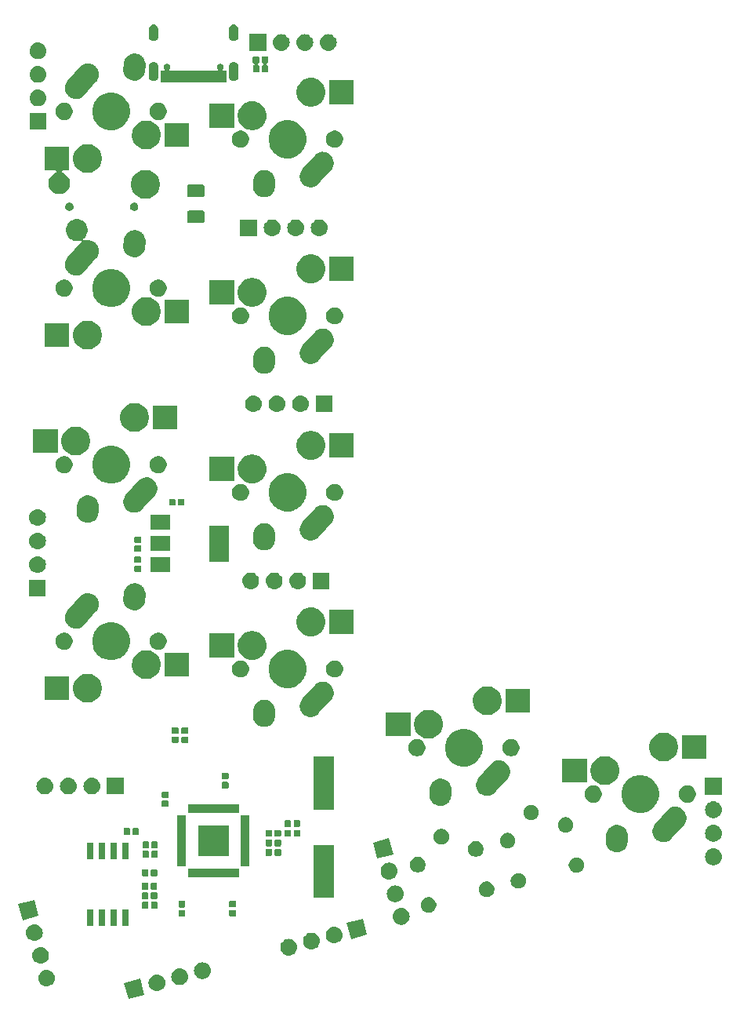
<source format=gbr>
G04 #@! TF.GenerationSoftware,KiCad,Pcbnew,(5.1.4)-1*
G04 #@! TF.CreationDate,2023-05-19T09:14:30-04:00*
G04 #@! TF.ProjectId,ThumbsUp,5468756d-6273-4557-902e-6b696361645f,rev?*
G04 #@! TF.SameCoordinates,Original*
G04 #@! TF.FileFunction,Soldermask,Bot*
G04 #@! TF.FilePolarity,Negative*
%FSLAX46Y46*%
G04 Gerber Fmt 4.6, Leading zero omitted, Abs format (unit mm)*
G04 Created by KiCad (PCBNEW (5.1.4)-1) date 2023-05-19 09:14:30*
%MOMM*%
%LPD*%
G04 APERTURE LIST*
%ADD10C,0.100000*%
G04 APERTURE END LIST*
D10*
G36*
X166955165Y-473619626D02*
G01*
X165214567Y-474086018D01*
X164748175Y-472345420D01*
X166488773Y-471879028D01*
X166955165Y-473619626D01*
X166955165Y-473619626D01*
G37*
G36*
X168415564Y-471430641D02*
G01*
X168481749Y-471437160D01*
X168651588Y-471488680D01*
X168808113Y-471572345D01*
X168843851Y-471601675D01*
X168945308Y-471684937D01*
X169028570Y-471786394D01*
X169057900Y-471822132D01*
X169141565Y-471978657D01*
X169193085Y-472148496D01*
X169210481Y-472325123D01*
X169193085Y-472501750D01*
X169141565Y-472671589D01*
X169057900Y-472828114D01*
X169028570Y-472863852D01*
X168945308Y-472965309D01*
X168843851Y-473048571D01*
X168808113Y-473077901D01*
X168651588Y-473161566D01*
X168481749Y-473213086D01*
X168415565Y-473219604D01*
X168349382Y-473226123D01*
X168260862Y-473226123D01*
X168194679Y-473219604D01*
X168128495Y-473213086D01*
X167958656Y-473161566D01*
X167802131Y-473077901D01*
X167766393Y-473048571D01*
X167664936Y-472965309D01*
X167581674Y-472863852D01*
X167552344Y-472828114D01*
X167468679Y-472671589D01*
X167417159Y-472501750D01*
X167399763Y-472325123D01*
X167417159Y-472148496D01*
X167468679Y-471978657D01*
X167552344Y-471822132D01*
X167581674Y-471786394D01*
X167664936Y-471684937D01*
X167766393Y-471601675D01*
X167802131Y-471572345D01*
X167958656Y-471488680D01*
X168128495Y-471437160D01*
X168194680Y-471430641D01*
X168260862Y-471424123D01*
X168349382Y-471424123D01*
X168415564Y-471430641D01*
X168415564Y-471430641D01*
G37*
G36*
X156501573Y-470920497D02*
G01*
X156567757Y-470927015D01*
X156737596Y-470978535D01*
X156894121Y-471062200D01*
X156929859Y-471091530D01*
X157031316Y-471174792D01*
X157114578Y-471276249D01*
X157143908Y-471311987D01*
X157227573Y-471468512D01*
X157279093Y-471638351D01*
X157296489Y-471814978D01*
X157279093Y-471991605D01*
X157227573Y-472161444D01*
X157143908Y-472317969D01*
X157121379Y-472345420D01*
X157031316Y-472455164D01*
X156929859Y-472538426D01*
X156894121Y-472567756D01*
X156737596Y-472651421D01*
X156567757Y-472702941D01*
X156501572Y-472709460D01*
X156435390Y-472715978D01*
X156346870Y-472715978D01*
X156280688Y-472709460D01*
X156214503Y-472702941D01*
X156044664Y-472651421D01*
X155888139Y-472567756D01*
X155852401Y-472538426D01*
X155750944Y-472455164D01*
X155660881Y-472345420D01*
X155638352Y-472317969D01*
X155554687Y-472161444D01*
X155503167Y-471991605D01*
X155485771Y-471814978D01*
X155503167Y-471638351D01*
X155554687Y-471468512D01*
X155638352Y-471311987D01*
X155667682Y-471276249D01*
X155750944Y-471174792D01*
X155852401Y-471091530D01*
X155888139Y-471062200D01*
X156044664Y-470978535D01*
X156214503Y-470927015D01*
X156280687Y-470920497D01*
X156346870Y-470913978D01*
X156435390Y-470913978D01*
X156501573Y-470920497D01*
X156501573Y-470920497D01*
G37*
G36*
X170869016Y-470773241D02*
G01*
X170935200Y-470779759D01*
X171105039Y-470831279D01*
X171261564Y-470914944D01*
X171276272Y-470927015D01*
X171398759Y-471027536D01*
X171482021Y-471128993D01*
X171511351Y-471164731D01*
X171595016Y-471321256D01*
X171646536Y-471491095D01*
X171663932Y-471667722D01*
X171646536Y-471844349D01*
X171595016Y-472014188D01*
X171511351Y-472170713D01*
X171482021Y-472206451D01*
X171398759Y-472307908D01*
X171297302Y-472391170D01*
X171261564Y-472420500D01*
X171105039Y-472504165D01*
X170935200Y-472555685D01*
X170869016Y-472562203D01*
X170802833Y-472568722D01*
X170714313Y-472568722D01*
X170648130Y-472562203D01*
X170581946Y-472555685D01*
X170412107Y-472504165D01*
X170255582Y-472420500D01*
X170219844Y-472391170D01*
X170118387Y-472307908D01*
X170035125Y-472206451D01*
X170005795Y-472170713D01*
X169922130Y-472014188D01*
X169870610Y-471844349D01*
X169853214Y-471667722D01*
X169870610Y-471491095D01*
X169922130Y-471321256D01*
X170005795Y-471164731D01*
X170035125Y-471128993D01*
X170118387Y-471027536D01*
X170240874Y-470927015D01*
X170255582Y-470914944D01*
X170412107Y-470831279D01*
X170581946Y-470779759D01*
X170648130Y-470773241D01*
X170714313Y-470766722D01*
X170802833Y-470766722D01*
X170869016Y-470773241D01*
X170869016Y-470773241D01*
G37*
G36*
X173322468Y-470115841D02*
G01*
X173388652Y-470122359D01*
X173558491Y-470173879D01*
X173715016Y-470257544D01*
X173750754Y-470286874D01*
X173852211Y-470370136D01*
X173935473Y-470471593D01*
X173964803Y-470507331D01*
X174048468Y-470663856D01*
X174099988Y-470833695D01*
X174117384Y-471010322D01*
X174099988Y-471186949D01*
X174048468Y-471356788D01*
X173964803Y-471513313D01*
X173935473Y-471549051D01*
X173852211Y-471650508D01*
X173750754Y-471733770D01*
X173715016Y-471763100D01*
X173558491Y-471846765D01*
X173388652Y-471898285D01*
X173322468Y-471904803D01*
X173256285Y-471911322D01*
X173167765Y-471911322D01*
X173101582Y-471904803D01*
X173035398Y-471898285D01*
X172865559Y-471846765D01*
X172709034Y-471763100D01*
X172673296Y-471733770D01*
X172571839Y-471650508D01*
X172488577Y-471549051D01*
X172459247Y-471513313D01*
X172375582Y-471356788D01*
X172324062Y-471186949D01*
X172306666Y-471010322D01*
X172324062Y-470833695D01*
X172375582Y-470663856D01*
X172459247Y-470507331D01*
X172488577Y-470471593D01*
X172571839Y-470370136D01*
X172673296Y-470286874D01*
X172709034Y-470257544D01*
X172865559Y-470173879D01*
X173035398Y-470122359D01*
X173101582Y-470115841D01*
X173167765Y-470109322D01*
X173256285Y-470109322D01*
X173322468Y-470115841D01*
X173322468Y-470115841D01*
G37*
G36*
X155826562Y-468465310D02*
G01*
X155910357Y-468473563D01*
X156080196Y-468525083D01*
X156236721Y-468608748D01*
X156272459Y-468638078D01*
X156373916Y-468721340D01*
X156457178Y-468822797D01*
X156486508Y-468858535D01*
X156570173Y-469015060D01*
X156621693Y-469184899D01*
X156639089Y-469361526D01*
X156621693Y-469538153D01*
X156570173Y-469707992D01*
X156486508Y-469864517D01*
X156457178Y-469900255D01*
X156373916Y-470001712D01*
X156272459Y-470084974D01*
X156236721Y-470114304D01*
X156080196Y-470197969D01*
X155910357Y-470249489D01*
X155844173Y-470256007D01*
X155777990Y-470262526D01*
X155689470Y-470262526D01*
X155623287Y-470256007D01*
X155557103Y-470249489D01*
X155387264Y-470197969D01*
X155230739Y-470114304D01*
X155195001Y-470084974D01*
X155093544Y-470001712D01*
X155010282Y-469900255D01*
X154980952Y-469864517D01*
X154897287Y-469707992D01*
X154845767Y-469538153D01*
X154828371Y-469361526D01*
X154845767Y-469184899D01*
X154897287Y-469015060D01*
X154980952Y-468858535D01*
X155010282Y-468822797D01*
X155093544Y-468721340D01*
X155195001Y-468638078D01*
X155230739Y-468608748D01*
X155387264Y-468525083D01*
X155557103Y-468473563D01*
X155640898Y-468465310D01*
X155689470Y-468460526D01*
X155777990Y-468460526D01*
X155826562Y-468465310D01*
X155826562Y-468465310D01*
G37*
G36*
X182662112Y-467588043D02*
G01*
X182728296Y-467594561D01*
X182898135Y-467646081D01*
X183054660Y-467729746D01*
X183090398Y-467759076D01*
X183191855Y-467842338D01*
X183275117Y-467943795D01*
X183304447Y-467979533D01*
X183388112Y-468136058D01*
X183439632Y-468305897D01*
X183457028Y-468482524D01*
X183439632Y-468659151D01*
X183388112Y-468828990D01*
X183304447Y-468985515D01*
X183280200Y-469015060D01*
X183191855Y-469122710D01*
X183090398Y-469205972D01*
X183054660Y-469235302D01*
X182898135Y-469318967D01*
X182728296Y-469370487D01*
X182662112Y-469377005D01*
X182595929Y-469383524D01*
X182507409Y-469383524D01*
X182441226Y-469377005D01*
X182375042Y-469370487D01*
X182205203Y-469318967D01*
X182048678Y-469235302D01*
X182012940Y-469205972D01*
X181911483Y-469122710D01*
X181823138Y-469015060D01*
X181798891Y-468985515D01*
X181715226Y-468828990D01*
X181663706Y-468659151D01*
X181646310Y-468482524D01*
X181663706Y-468305897D01*
X181715226Y-468136058D01*
X181798891Y-467979533D01*
X181828221Y-467943795D01*
X181911483Y-467842338D01*
X182012940Y-467759076D01*
X182048678Y-467729746D01*
X182205203Y-467646081D01*
X182375042Y-467594561D01*
X182441226Y-467588043D01*
X182507409Y-467581524D01*
X182595929Y-467581524D01*
X182662112Y-467588043D01*
X182662112Y-467588043D01*
G37*
G36*
X185115564Y-466930643D02*
G01*
X185181748Y-466937161D01*
X185351587Y-466988681D01*
X185508112Y-467072346D01*
X185543850Y-467101676D01*
X185645307Y-467184938D01*
X185728569Y-467286395D01*
X185757899Y-467322133D01*
X185841564Y-467478658D01*
X185893084Y-467648497D01*
X185910480Y-467825124D01*
X185893084Y-468001751D01*
X185841564Y-468171590D01*
X185757899Y-468328115D01*
X185728569Y-468363853D01*
X185645307Y-468465310D01*
X185543850Y-468548572D01*
X185508112Y-468577902D01*
X185351587Y-468661567D01*
X185181748Y-468713087D01*
X185115564Y-468719605D01*
X185049381Y-468726124D01*
X184960861Y-468726124D01*
X184894678Y-468719605D01*
X184828494Y-468713087D01*
X184658655Y-468661567D01*
X184502130Y-468577902D01*
X184466392Y-468548572D01*
X184364935Y-468465310D01*
X184281673Y-468363853D01*
X184252343Y-468328115D01*
X184168678Y-468171590D01*
X184117158Y-468001751D01*
X184099762Y-467825124D01*
X184117158Y-467648497D01*
X184168678Y-467478658D01*
X184252343Y-467322133D01*
X184281673Y-467286395D01*
X184364935Y-467184938D01*
X184466392Y-467101676D01*
X184502130Y-467072346D01*
X184658655Y-466988681D01*
X184828494Y-466937161D01*
X184894678Y-466930643D01*
X184960861Y-466924124D01*
X185049381Y-466924124D01*
X185115564Y-466930643D01*
X185115564Y-466930643D01*
G37*
G36*
X187569014Y-466273241D02*
G01*
X187635199Y-466279760D01*
X187805038Y-466331280D01*
X187961563Y-466414945D01*
X187997301Y-466444275D01*
X188098758Y-466527537D01*
X188182020Y-466628994D01*
X188211350Y-466664732D01*
X188295015Y-466821257D01*
X188346535Y-466991096D01*
X188363931Y-467167723D01*
X188346535Y-467344350D01*
X188295015Y-467514189D01*
X188211350Y-467670714D01*
X188182020Y-467706452D01*
X188098758Y-467807909D01*
X187997301Y-467891171D01*
X187961563Y-467920501D01*
X187805038Y-468004166D01*
X187635199Y-468055686D01*
X187569014Y-468062205D01*
X187502832Y-468068723D01*
X187414312Y-468068723D01*
X187348130Y-468062205D01*
X187281945Y-468055686D01*
X187112106Y-468004166D01*
X186955581Y-467920501D01*
X186919843Y-467891171D01*
X186818386Y-467807909D01*
X186735124Y-467706452D01*
X186705794Y-467670714D01*
X186622129Y-467514189D01*
X186570609Y-467344350D01*
X186553213Y-467167723D01*
X186570609Y-466991096D01*
X186622129Y-466821257D01*
X186705794Y-466664732D01*
X186735124Y-466628994D01*
X186818386Y-466527537D01*
X186919843Y-466444275D01*
X186955581Y-466414945D01*
X187112106Y-466331280D01*
X187281945Y-466279760D01*
X187348130Y-466273241D01*
X187414312Y-466266723D01*
X187502832Y-466266723D01*
X187569014Y-466273241D01*
X187569014Y-466273241D01*
G37*
G36*
X155186772Y-466013594D02*
G01*
X155252956Y-466020112D01*
X155422795Y-466071632D01*
X155579320Y-466155297D01*
X155615058Y-466184627D01*
X155716515Y-466267889D01*
X155799777Y-466369346D01*
X155829107Y-466405084D01*
X155912772Y-466561609D01*
X155964292Y-466731448D01*
X155981688Y-466908075D01*
X155964292Y-467084702D01*
X155912772Y-467254541D01*
X155829107Y-467411066D01*
X155799777Y-467446804D01*
X155716515Y-467548261D01*
X155636632Y-467613818D01*
X155579320Y-467660853D01*
X155422795Y-467744518D01*
X155252956Y-467796038D01*
X155186772Y-467802556D01*
X155120589Y-467809075D01*
X155032069Y-467809075D01*
X154965886Y-467802556D01*
X154899702Y-467796038D01*
X154729863Y-467744518D01*
X154573338Y-467660853D01*
X154516026Y-467613818D01*
X154436143Y-467548261D01*
X154352881Y-467446804D01*
X154323551Y-467411066D01*
X154239886Y-467254541D01*
X154188366Y-467084702D01*
X154170970Y-466908075D01*
X154188366Y-466731448D01*
X154239886Y-466561609D01*
X154323551Y-466405084D01*
X154352881Y-466369346D01*
X154436143Y-466267889D01*
X154537600Y-466184627D01*
X154573338Y-466155297D01*
X154729863Y-466071632D01*
X154899702Y-466020112D01*
X154965886Y-466013594D01*
X155032069Y-466007075D01*
X155120589Y-466007075D01*
X155186772Y-466013594D01*
X155186772Y-466013594D01*
G37*
G36*
X191015519Y-467147426D02*
G01*
X189274921Y-467613818D01*
X188808529Y-465873220D01*
X190549127Y-465406828D01*
X191015519Y-467147426D01*
X191015519Y-467147426D01*
G37*
G36*
X161471000Y-466176000D02*
G01*
X160719000Y-466176000D01*
X160719000Y-464424000D01*
X161471000Y-464424000D01*
X161471000Y-466176000D01*
X161471000Y-466176000D01*
G37*
G36*
X162741000Y-466176000D02*
G01*
X161989000Y-466176000D01*
X161989000Y-464424000D01*
X162741000Y-464424000D01*
X162741000Y-466176000D01*
X162741000Y-466176000D01*
G37*
G36*
X164011000Y-466176000D02*
G01*
X163259000Y-466176000D01*
X163259000Y-464424000D01*
X164011000Y-464424000D01*
X164011000Y-466176000D01*
X164011000Y-466176000D01*
G37*
G36*
X165281000Y-466176000D02*
G01*
X164529000Y-466176000D01*
X164529000Y-464424000D01*
X165281000Y-464424000D01*
X165281000Y-466176000D01*
X165281000Y-466176000D01*
G37*
G36*
X194786493Y-464271553D02*
G01*
X194875253Y-464280295D01*
X195045092Y-464331815D01*
X195201617Y-464415480D01*
X195237355Y-464444810D01*
X195338812Y-464528072D01*
X195408714Y-464613249D01*
X195451404Y-464665267D01*
X195535069Y-464821792D01*
X195586589Y-464991631D01*
X195603985Y-465168258D01*
X195586589Y-465344885D01*
X195535069Y-465514724D01*
X195451404Y-465671249D01*
X195422074Y-465706987D01*
X195338812Y-465808444D01*
X195259881Y-465873220D01*
X195201617Y-465921036D01*
X195045092Y-466004701D01*
X194875253Y-466056221D01*
X194809068Y-466062740D01*
X194742886Y-466069258D01*
X194654366Y-466069258D01*
X194588184Y-466062740D01*
X194521999Y-466056221D01*
X194352160Y-466004701D01*
X194195635Y-465921036D01*
X194137371Y-465873220D01*
X194058440Y-465808444D01*
X193975178Y-465706987D01*
X193945848Y-465671249D01*
X193862183Y-465514724D01*
X193810663Y-465344885D01*
X193793267Y-465168258D01*
X193810663Y-464991631D01*
X193862183Y-464821792D01*
X193945848Y-464665267D01*
X193988538Y-464613249D01*
X194058440Y-464528072D01*
X194159897Y-464444810D01*
X194195635Y-464415480D01*
X194352160Y-464331815D01*
X194521999Y-464280295D01*
X194610759Y-464271553D01*
X194654366Y-464267258D01*
X194742886Y-464267258D01*
X194786493Y-464271553D01*
X194786493Y-464271553D01*
G37*
G36*
X155522424Y-465091726D02*
G01*
X153781826Y-465558118D01*
X153315434Y-463817520D01*
X155056032Y-463351128D01*
X155522424Y-465091726D01*
X155522424Y-465091726D01*
G37*
G36*
X171281938Y-464476716D02*
G01*
X171302557Y-464482971D01*
X171321553Y-464493124D01*
X171338208Y-464506792D01*
X171351876Y-464523447D01*
X171362029Y-464542443D01*
X171368284Y-464563062D01*
X171371000Y-464590640D01*
X171371000Y-465049360D01*
X171368284Y-465076938D01*
X171362029Y-465097557D01*
X171351876Y-465116553D01*
X171338208Y-465133208D01*
X171321553Y-465146876D01*
X171302557Y-465157029D01*
X171281938Y-465163284D01*
X171254360Y-465166000D01*
X170745640Y-465166000D01*
X170718062Y-465163284D01*
X170697443Y-465157029D01*
X170678447Y-465146876D01*
X170661792Y-465133208D01*
X170648124Y-465116553D01*
X170637971Y-465097557D01*
X170631716Y-465076938D01*
X170629000Y-465049360D01*
X170629000Y-464590640D01*
X170631716Y-464563062D01*
X170637971Y-464542443D01*
X170648124Y-464523447D01*
X170661792Y-464506792D01*
X170678447Y-464493124D01*
X170697443Y-464482971D01*
X170718062Y-464476716D01*
X170745640Y-464474000D01*
X171254360Y-464474000D01*
X171281938Y-464476716D01*
X171281938Y-464476716D01*
G37*
G36*
X176769938Y-464456716D02*
G01*
X176790557Y-464462971D01*
X176809553Y-464473124D01*
X176826208Y-464486792D01*
X176839876Y-464503447D01*
X176850029Y-464522443D01*
X176856284Y-464543062D01*
X176859000Y-464570640D01*
X176859000Y-465029360D01*
X176856284Y-465056938D01*
X176850029Y-465077557D01*
X176839876Y-465096553D01*
X176826208Y-465113208D01*
X176809553Y-465126876D01*
X176790557Y-465137029D01*
X176769938Y-465143284D01*
X176742360Y-465146000D01*
X176233640Y-465146000D01*
X176206062Y-465143284D01*
X176185443Y-465137029D01*
X176166447Y-465126876D01*
X176149792Y-465113208D01*
X176136124Y-465096553D01*
X176125971Y-465077557D01*
X176119716Y-465056938D01*
X176117000Y-465029360D01*
X176117000Y-464570640D01*
X176119716Y-464543062D01*
X176125971Y-464522443D01*
X176136124Y-464503447D01*
X176149792Y-464486792D01*
X176166447Y-464473124D01*
X176185443Y-464462971D01*
X176206062Y-464456716D01*
X176233640Y-464454000D01*
X176742360Y-464454000D01*
X176769938Y-464456716D01*
X176769938Y-464456716D01*
G37*
G36*
X197892930Y-463112676D02*
G01*
X198045527Y-463175883D01*
X198182861Y-463267647D01*
X198299655Y-463384441D01*
X198391419Y-463521775D01*
X198454626Y-463674372D01*
X198486849Y-463836367D01*
X198486849Y-464001539D01*
X198454626Y-464163534D01*
X198391419Y-464316131D01*
X198299655Y-464453465D01*
X198182861Y-464570259D01*
X198045527Y-464662023D01*
X197892930Y-464725230D01*
X197730935Y-464757453D01*
X197565763Y-464757453D01*
X197403768Y-464725230D01*
X197251171Y-464662023D01*
X197113837Y-464570259D01*
X196997043Y-464453465D01*
X196905279Y-464316131D01*
X196842072Y-464163534D01*
X196809849Y-464001539D01*
X196809849Y-463836367D01*
X196842072Y-463674372D01*
X196905279Y-463521775D01*
X196997043Y-463384441D01*
X197113837Y-463267647D01*
X197251171Y-463175883D01*
X197403768Y-463112676D01*
X197565763Y-463080453D01*
X197730935Y-463080453D01*
X197892930Y-463112676D01*
X197892930Y-463112676D01*
G37*
G36*
X168276938Y-463581716D02*
G01*
X168297557Y-463587971D01*
X168316553Y-463598124D01*
X168333208Y-463611792D01*
X168346876Y-463628447D01*
X168357029Y-463647443D01*
X168363284Y-463668062D01*
X168366000Y-463695640D01*
X168366000Y-464204360D01*
X168363284Y-464231938D01*
X168357029Y-464252557D01*
X168346876Y-464271553D01*
X168333208Y-464288208D01*
X168316553Y-464301876D01*
X168297557Y-464312029D01*
X168276938Y-464318284D01*
X168249360Y-464321000D01*
X167790640Y-464321000D01*
X167763062Y-464318284D01*
X167742443Y-464312029D01*
X167723447Y-464301876D01*
X167706792Y-464288208D01*
X167693124Y-464271553D01*
X167682971Y-464252557D01*
X167676716Y-464231938D01*
X167674000Y-464204360D01*
X167674000Y-463695640D01*
X167676716Y-463668062D01*
X167682971Y-463647443D01*
X167693124Y-463628447D01*
X167706792Y-463611792D01*
X167723447Y-463598124D01*
X167742443Y-463587971D01*
X167763062Y-463581716D01*
X167790640Y-463579000D01*
X168249360Y-463579000D01*
X168276938Y-463581716D01*
X168276938Y-463581716D01*
G37*
G36*
X167306938Y-463581716D02*
G01*
X167327557Y-463587971D01*
X167346553Y-463598124D01*
X167363208Y-463611792D01*
X167376876Y-463628447D01*
X167387029Y-463647443D01*
X167393284Y-463668062D01*
X167396000Y-463695640D01*
X167396000Y-464204360D01*
X167393284Y-464231938D01*
X167387029Y-464252557D01*
X167376876Y-464271553D01*
X167363208Y-464288208D01*
X167346553Y-464301876D01*
X167327557Y-464312029D01*
X167306938Y-464318284D01*
X167279360Y-464321000D01*
X166820640Y-464321000D01*
X166793062Y-464318284D01*
X166772443Y-464312029D01*
X166753447Y-464301876D01*
X166736792Y-464288208D01*
X166723124Y-464271553D01*
X166712971Y-464252557D01*
X166706716Y-464231938D01*
X166704000Y-464204360D01*
X166704000Y-463695640D01*
X166706716Y-463668062D01*
X166712971Y-463647443D01*
X166723124Y-463628447D01*
X166736792Y-463611792D01*
X166753447Y-463598124D01*
X166772443Y-463587971D01*
X166793062Y-463581716D01*
X166820640Y-463579000D01*
X167279360Y-463579000D01*
X167306938Y-463581716D01*
X167306938Y-463581716D01*
G37*
G36*
X171281938Y-463506716D02*
G01*
X171302557Y-463512971D01*
X171321553Y-463523124D01*
X171338208Y-463536792D01*
X171351876Y-463553447D01*
X171362029Y-463572443D01*
X171368284Y-463593062D01*
X171371000Y-463620640D01*
X171371000Y-464079360D01*
X171368284Y-464106938D01*
X171362029Y-464127557D01*
X171351876Y-464146553D01*
X171338208Y-464163208D01*
X171321553Y-464176876D01*
X171302557Y-464187029D01*
X171281938Y-464193284D01*
X171254360Y-464196000D01*
X170745640Y-464196000D01*
X170718062Y-464193284D01*
X170697443Y-464187029D01*
X170678447Y-464176876D01*
X170661792Y-464163208D01*
X170648124Y-464146553D01*
X170637971Y-464127557D01*
X170631716Y-464106938D01*
X170629000Y-464079360D01*
X170629000Y-463620640D01*
X170631716Y-463593062D01*
X170637971Y-463572443D01*
X170648124Y-463553447D01*
X170661792Y-463536792D01*
X170678447Y-463523124D01*
X170697443Y-463512971D01*
X170718062Y-463506716D01*
X170745640Y-463504000D01*
X171254360Y-463504000D01*
X171281938Y-463506716D01*
X171281938Y-463506716D01*
G37*
G36*
X176769938Y-463486716D02*
G01*
X176790557Y-463492971D01*
X176809553Y-463503124D01*
X176826208Y-463516792D01*
X176839876Y-463533447D01*
X176850029Y-463552443D01*
X176856284Y-463573062D01*
X176859000Y-463600640D01*
X176859000Y-464059360D01*
X176856284Y-464086938D01*
X176850029Y-464107557D01*
X176839876Y-464126553D01*
X176826208Y-464143208D01*
X176809553Y-464156876D01*
X176790557Y-464167029D01*
X176769938Y-464173284D01*
X176742360Y-464176000D01*
X176233640Y-464176000D01*
X176206062Y-464173284D01*
X176185443Y-464167029D01*
X176166447Y-464156876D01*
X176149792Y-464143208D01*
X176136124Y-464126553D01*
X176125971Y-464107557D01*
X176119716Y-464086938D01*
X176117000Y-464059360D01*
X176117000Y-463600640D01*
X176119716Y-463573062D01*
X176125971Y-463552443D01*
X176136124Y-463533447D01*
X176149792Y-463516792D01*
X176166447Y-463503124D01*
X176185443Y-463492971D01*
X176206062Y-463486716D01*
X176233640Y-463484000D01*
X176742360Y-463484000D01*
X176769938Y-463486716D01*
X176769938Y-463486716D01*
G37*
G36*
X194151668Y-461820324D02*
G01*
X194217853Y-461826843D01*
X194387692Y-461878363D01*
X194544217Y-461962028D01*
X194579955Y-461991358D01*
X194681412Y-462074620D01*
X194764674Y-462176077D01*
X194794004Y-462211815D01*
X194877669Y-462368340D01*
X194929189Y-462538179D01*
X194946585Y-462714806D01*
X194929189Y-462891433D01*
X194886563Y-463031951D01*
X194877668Y-463061274D01*
X194850193Y-463112676D01*
X194794004Y-463217797D01*
X194772406Y-463244114D01*
X194681412Y-463354992D01*
X194579955Y-463438254D01*
X194544217Y-463467584D01*
X194387692Y-463551249D01*
X194217853Y-463602769D01*
X194163157Y-463608156D01*
X194085486Y-463615806D01*
X193996966Y-463615806D01*
X193919295Y-463608156D01*
X193864599Y-463602769D01*
X193694760Y-463551249D01*
X193538235Y-463467584D01*
X193502497Y-463438254D01*
X193401040Y-463354992D01*
X193310046Y-463244114D01*
X193288448Y-463217797D01*
X193232259Y-463112676D01*
X193204784Y-463061274D01*
X193195889Y-463031951D01*
X193153263Y-462891433D01*
X193135867Y-462714806D01*
X193153263Y-462538179D01*
X193204783Y-462368340D01*
X193288448Y-462211815D01*
X193317778Y-462176077D01*
X193401040Y-462074620D01*
X193502497Y-461991358D01*
X193538235Y-461962028D01*
X193694760Y-461878363D01*
X193864599Y-461826843D01*
X193930784Y-461820324D01*
X193996966Y-461813806D01*
X194085486Y-461813806D01*
X194151668Y-461820324D01*
X194151668Y-461820324D01*
G37*
G36*
X168256938Y-462581716D02*
G01*
X168277557Y-462587971D01*
X168296553Y-462598124D01*
X168313208Y-462611792D01*
X168326876Y-462628447D01*
X168337029Y-462647443D01*
X168343284Y-462668062D01*
X168346000Y-462695640D01*
X168346000Y-463204360D01*
X168343284Y-463231938D01*
X168337029Y-463252557D01*
X168326876Y-463271553D01*
X168313208Y-463288208D01*
X168296553Y-463301876D01*
X168277557Y-463312029D01*
X168256938Y-463318284D01*
X168229360Y-463321000D01*
X167770640Y-463321000D01*
X167743062Y-463318284D01*
X167722443Y-463312029D01*
X167703447Y-463301876D01*
X167686792Y-463288208D01*
X167673124Y-463271553D01*
X167662971Y-463252557D01*
X167656716Y-463231938D01*
X167654000Y-463204360D01*
X167654000Y-462695640D01*
X167656716Y-462668062D01*
X167662971Y-462647443D01*
X167673124Y-462628447D01*
X167686792Y-462611792D01*
X167703447Y-462598124D01*
X167722443Y-462587971D01*
X167743062Y-462581716D01*
X167770640Y-462579000D01*
X168229360Y-462579000D01*
X168256938Y-462581716D01*
X168256938Y-462581716D01*
G37*
G36*
X167286938Y-462581716D02*
G01*
X167307557Y-462587971D01*
X167326553Y-462598124D01*
X167343208Y-462611792D01*
X167356876Y-462628447D01*
X167367029Y-462647443D01*
X167373284Y-462668062D01*
X167376000Y-462695640D01*
X167376000Y-463204360D01*
X167373284Y-463231938D01*
X167367029Y-463252557D01*
X167356876Y-463271553D01*
X167343208Y-463288208D01*
X167326553Y-463301876D01*
X167307557Y-463312029D01*
X167286938Y-463318284D01*
X167259360Y-463321000D01*
X166800640Y-463321000D01*
X166773062Y-463318284D01*
X166752443Y-463312029D01*
X166733447Y-463301876D01*
X166716792Y-463288208D01*
X166703124Y-463271553D01*
X166692971Y-463252557D01*
X166686716Y-463231938D01*
X166684000Y-463204360D01*
X166684000Y-462695640D01*
X166686716Y-462668062D01*
X166692971Y-462647443D01*
X166703124Y-462628447D01*
X166716792Y-462611792D01*
X166733447Y-462598124D01*
X166752443Y-462587971D01*
X166773062Y-462581716D01*
X166800640Y-462579000D01*
X167259360Y-462579000D01*
X167286938Y-462581716D01*
X167286938Y-462581716D01*
G37*
G36*
X187401000Y-463126000D02*
G01*
X185199000Y-463126000D01*
X185199000Y-457424000D01*
X187401000Y-457424000D01*
X187401000Y-463126000D01*
X187401000Y-463126000D01*
G37*
G36*
X204168502Y-461419397D02*
G01*
X204321099Y-461482604D01*
X204458433Y-461574368D01*
X204575227Y-461691162D01*
X204666991Y-461828496D01*
X204730198Y-461981093D01*
X204762421Y-462143088D01*
X204762421Y-462308260D01*
X204730198Y-462470255D01*
X204666991Y-462622852D01*
X204575227Y-462760186D01*
X204458433Y-462876980D01*
X204321099Y-462968744D01*
X204168502Y-463031951D01*
X204006507Y-463064174D01*
X203841335Y-463064174D01*
X203679340Y-463031951D01*
X203526743Y-462968744D01*
X203389409Y-462876980D01*
X203272615Y-462760186D01*
X203180851Y-462622852D01*
X203117644Y-462470255D01*
X203085421Y-462308260D01*
X203085421Y-462143088D01*
X203117644Y-461981093D01*
X203180851Y-461828496D01*
X203272615Y-461691162D01*
X203389409Y-461574368D01*
X203526743Y-461482604D01*
X203679340Y-461419397D01*
X203841335Y-461387174D01*
X204006507Y-461387174D01*
X204168502Y-461419397D01*
X204168502Y-461419397D01*
G37*
G36*
X168241938Y-461531716D02*
G01*
X168262557Y-461537971D01*
X168281553Y-461548124D01*
X168298208Y-461561792D01*
X168311876Y-461578447D01*
X168322029Y-461597443D01*
X168328284Y-461618062D01*
X168331000Y-461645640D01*
X168331000Y-462154360D01*
X168328284Y-462181938D01*
X168322029Y-462202557D01*
X168311876Y-462221553D01*
X168298208Y-462238208D01*
X168281553Y-462251876D01*
X168262557Y-462262029D01*
X168241938Y-462268284D01*
X168214360Y-462271000D01*
X167755640Y-462271000D01*
X167728062Y-462268284D01*
X167707443Y-462262029D01*
X167688447Y-462251876D01*
X167671792Y-462238208D01*
X167658124Y-462221553D01*
X167647971Y-462202557D01*
X167641716Y-462181938D01*
X167639000Y-462154360D01*
X167639000Y-461645640D01*
X167641716Y-461618062D01*
X167647971Y-461597443D01*
X167658124Y-461578447D01*
X167671792Y-461561792D01*
X167688447Y-461548124D01*
X167707443Y-461537971D01*
X167728062Y-461531716D01*
X167755640Y-461529000D01*
X168214360Y-461529000D01*
X168241938Y-461531716D01*
X168241938Y-461531716D01*
G37*
G36*
X167271938Y-461531716D02*
G01*
X167292557Y-461537971D01*
X167311553Y-461548124D01*
X167328208Y-461561792D01*
X167341876Y-461578447D01*
X167352029Y-461597443D01*
X167358284Y-461618062D01*
X167361000Y-461645640D01*
X167361000Y-462154360D01*
X167358284Y-462181938D01*
X167352029Y-462202557D01*
X167341876Y-462221553D01*
X167328208Y-462238208D01*
X167311553Y-462251876D01*
X167292557Y-462262029D01*
X167271938Y-462268284D01*
X167244360Y-462271000D01*
X166785640Y-462271000D01*
X166758062Y-462268284D01*
X166737443Y-462262029D01*
X166718447Y-462251876D01*
X166701792Y-462238208D01*
X166688124Y-462221553D01*
X166677971Y-462202557D01*
X166671716Y-462181938D01*
X166669000Y-462154360D01*
X166669000Y-461645640D01*
X166671716Y-461618062D01*
X166677971Y-461597443D01*
X166688124Y-461578447D01*
X166701792Y-461561792D01*
X166718447Y-461548124D01*
X166737443Y-461537971D01*
X166758062Y-461531716D01*
X166785640Y-461529000D01*
X167244360Y-461529000D01*
X167271938Y-461531716D01*
X167271938Y-461531716D01*
G37*
G36*
X207592930Y-460512676D02*
G01*
X207745527Y-460575883D01*
X207882861Y-460667647D01*
X207999655Y-460784441D01*
X208091419Y-460921775D01*
X208154626Y-461074372D01*
X208186849Y-461236367D01*
X208186849Y-461401539D01*
X208154626Y-461563534D01*
X208091419Y-461716131D01*
X207999655Y-461853465D01*
X207882861Y-461970259D01*
X207745527Y-462062023D01*
X207592930Y-462125230D01*
X207430935Y-462157453D01*
X207265763Y-462157453D01*
X207103768Y-462125230D01*
X206951171Y-462062023D01*
X206813837Y-461970259D01*
X206697043Y-461853465D01*
X206605279Y-461716131D01*
X206542072Y-461563534D01*
X206509849Y-461401539D01*
X206509849Y-461236367D01*
X206542072Y-461074372D01*
X206605279Y-460921775D01*
X206697043Y-460784441D01*
X206813837Y-460667647D01*
X206951171Y-460575883D01*
X207103768Y-460512676D01*
X207265763Y-460480453D01*
X207430935Y-460480453D01*
X207592930Y-460512676D01*
X207592930Y-460512676D01*
G37*
G36*
X193494267Y-459366873D02*
G01*
X193560452Y-459373392D01*
X193730291Y-459424912D01*
X193886816Y-459508577D01*
X193922554Y-459537907D01*
X194024011Y-459621169D01*
X194107273Y-459722626D01*
X194136603Y-459758364D01*
X194220268Y-459914889D01*
X194271788Y-460084728D01*
X194289184Y-460261355D01*
X194271788Y-460437982D01*
X194220268Y-460607821D01*
X194136603Y-460764346D01*
X194130688Y-460771553D01*
X194024011Y-460901541D01*
X193922554Y-460984803D01*
X193886816Y-461014133D01*
X193730291Y-461097798D01*
X193560452Y-461149318D01*
X193494268Y-461155836D01*
X193428085Y-461162355D01*
X193339565Y-461162355D01*
X193273382Y-461155836D01*
X193207198Y-461149318D01*
X193037359Y-461097798D01*
X192880834Y-461014133D01*
X192845096Y-460984803D01*
X192743639Y-460901541D01*
X192636962Y-460771553D01*
X192631047Y-460764346D01*
X192547382Y-460607821D01*
X192495862Y-460437982D01*
X192478466Y-460261355D01*
X192495862Y-460084728D01*
X192547382Y-459914889D01*
X192631047Y-459758364D01*
X192660377Y-459722626D01*
X192743639Y-459621169D01*
X192845096Y-459537907D01*
X192880834Y-459508577D01*
X193037359Y-459424912D01*
X193207198Y-459373392D01*
X193273383Y-459366873D01*
X193339565Y-459360355D01*
X193428085Y-459360355D01*
X193494267Y-459366873D01*
X193494267Y-459366873D01*
G37*
G36*
X177151000Y-460926000D02*
G01*
X171649000Y-460926000D01*
X171649000Y-459974000D01*
X177151000Y-459974000D01*
X177151000Y-460926000D01*
X177151000Y-460926000D01*
G37*
G36*
X168256938Y-460081716D02*
G01*
X168277557Y-460087971D01*
X168296553Y-460098124D01*
X168313208Y-460111792D01*
X168326876Y-460128447D01*
X168337029Y-460147443D01*
X168343284Y-460168062D01*
X168346000Y-460195640D01*
X168346000Y-460704360D01*
X168343284Y-460731938D01*
X168337029Y-460752557D01*
X168326876Y-460771553D01*
X168313208Y-460788208D01*
X168296553Y-460801876D01*
X168277557Y-460812029D01*
X168256938Y-460818284D01*
X168229360Y-460821000D01*
X167770640Y-460821000D01*
X167743062Y-460818284D01*
X167722443Y-460812029D01*
X167703447Y-460801876D01*
X167686792Y-460788208D01*
X167673124Y-460771553D01*
X167662971Y-460752557D01*
X167656716Y-460731938D01*
X167654000Y-460704360D01*
X167654000Y-460195640D01*
X167656716Y-460168062D01*
X167662971Y-460147443D01*
X167673124Y-460128447D01*
X167686792Y-460111792D01*
X167703447Y-460098124D01*
X167722443Y-460087971D01*
X167743062Y-460081716D01*
X167770640Y-460079000D01*
X168229360Y-460079000D01*
X168256938Y-460081716D01*
X168256938Y-460081716D01*
G37*
G36*
X167286938Y-460081716D02*
G01*
X167307557Y-460087971D01*
X167326553Y-460098124D01*
X167343208Y-460111792D01*
X167356876Y-460128447D01*
X167367029Y-460147443D01*
X167373284Y-460168062D01*
X167376000Y-460195640D01*
X167376000Y-460704360D01*
X167373284Y-460731938D01*
X167367029Y-460752557D01*
X167356876Y-460771553D01*
X167343208Y-460788208D01*
X167326553Y-460801876D01*
X167307557Y-460812029D01*
X167286938Y-460818284D01*
X167259360Y-460821000D01*
X166800640Y-460821000D01*
X166773062Y-460818284D01*
X166752443Y-460812029D01*
X166733447Y-460801876D01*
X166716792Y-460788208D01*
X166703124Y-460771553D01*
X166692971Y-460752557D01*
X166686716Y-460731938D01*
X166684000Y-460704360D01*
X166684000Y-460195640D01*
X166686716Y-460168062D01*
X166692971Y-460147443D01*
X166703124Y-460128447D01*
X166716792Y-460111792D01*
X166733447Y-460098124D01*
X166752443Y-460087971D01*
X166773062Y-460081716D01*
X166800640Y-460079000D01*
X167259360Y-460079000D01*
X167286938Y-460081716D01*
X167286938Y-460081716D01*
G37*
G36*
X213868502Y-458819397D02*
G01*
X214021099Y-458882604D01*
X214158433Y-458974368D01*
X214275227Y-459091162D01*
X214366991Y-459228496D01*
X214430198Y-459381093D01*
X214462421Y-459543088D01*
X214462421Y-459708260D01*
X214430198Y-459870255D01*
X214366991Y-460022852D01*
X214275227Y-460160186D01*
X214158433Y-460276980D01*
X214021099Y-460368744D01*
X213868502Y-460431951D01*
X213706507Y-460464174D01*
X213541335Y-460464174D01*
X213379340Y-460431951D01*
X213226743Y-460368744D01*
X213089409Y-460276980D01*
X212972615Y-460160186D01*
X212880851Y-460022852D01*
X212817644Y-459870255D01*
X212785421Y-459708260D01*
X212785421Y-459543088D01*
X212817644Y-459381093D01*
X212880851Y-459228496D01*
X212972615Y-459091162D01*
X213089409Y-458974368D01*
X213226743Y-458882604D01*
X213379340Y-458819397D01*
X213541335Y-458787174D01*
X213706507Y-458787174D01*
X213868502Y-458819397D01*
X213868502Y-458819397D01*
G37*
G36*
X196720660Y-458768049D02*
G01*
X196873257Y-458831256D01*
X197010591Y-458923020D01*
X197127385Y-459039814D01*
X197219149Y-459177148D01*
X197282356Y-459329745D01*
X197314579Y-459491740D01*
X197314579Y-459656912D01*
X197282356Y-459818907D01*
X197219149Y-459971504D01*
X197127385Y-460108838D01*
X197010591Y-460225632D01*
X196873257Y-460317396D01*
X196720660Y-460380603D01*
X196558665Y-460412826D01*
X196393493Y-460412826D01*
X196231498Y-460380603D01*
X196078901Y-460317396D01*
X195941567Y-460225632D01*
X195824773Y-460108838D01*
X195733009Y-459971504D01*
X195669802Y-459818907D01*
X195637579Y-459656912D01*
X195637579Y-459491740D01*
X195669802Y-459329745D01*
X195733009Y-459177148D01*
X195824773Y-459039814D01*
X195941567Y-458923020D01*
X196078901Y-458831256D01*
X196231498Y-458768049D01*
X196393493Y-458735826D01*
X196558665Y-458735826D01*
X196720660Y-458768049D01*
X196720660Y-458768049D01*
G37*
G36*
X178326000Y-459751000D02*
G01*
X177374000Y-459751000D01*
X177374000Y-454249000D01*
X178326000Y-454249000D01*
X178326000Y-459751000D01*
X178326000Y-459751000D01*
G37*
G36*
X171426000Y-459751000D02*
G01*
X170474000Y-459751000D01*
X170474000Y-454249000D01*
X171426000Y-454249000D01*
X171426000Y-459751000D01*
X171426000Y-459751000D01*
G37*
G36*
X228522467Y-457835840D02*
G01*
X228588652Y-457842359D01*
X228758491Y-457893879D01*
X228915016Y-457977544D01*
X228937066Y-457995640D01*
X229052211Y-458090136D01*
X229118678Y-458171128D01*
X229164803Y-458227331D01*
X229248468Y-458383856D01*
X229299988Y-458553695D01*
X229317384Y-458730322D01*
X229299988Y-458906949D01*
X229248468Y-459076788D01*
X229164803Y-459233313D01*
X229135473Y-459269051D01*
X229052211Y-459370508D01*
X228985917Y-459424913D01*
X228915016Y-459483100D01*
X228758491Y-459566765D01*
X228588652Y-459618285D01*
X228522467Y-459624804D01*
X228456285Y-459631322D01*
X228367765Y-459631322D01*
X228301583Y-459624804D01*
X228235398Y-459618285D01*
X228065559Y-459566765D01*
X227909034Y-459483100D01*
X227838133Y-459424913D01*
X227771839Y-459370508D01*
X227688577Y-459269051D01*
X227659247Y-459233313D01*
X227575582Y-459076788D01*
X227524062Y-458906949D01*
X227506666Y-458730322D01*
X227524062Y-458553695D01*
X227575582Y-458383856D01*
X227659247Y-458227331D01*
X227705372Y-458171128D01*
X227771839Y-458090136D01*
X227886984Y-457995640D01*
X227909034Y-457977544D01*
X228065559Y-457893879D01*
X228235398Y-457842359D01*
X228301583Y-457835840D01*
X228367765Y-457829322D01*
X228456285Y-457829322D01*
X228522467Y-457835840D01*
X228522467Y-457835840D01*
G37*
G36*
X165281000Y-458976000D02*
G01*
X164529000Y-458976000D01*
X164529000Y-457224000D01*
X165281000Y-457224000D01*
X165281000Y-458976000D01*
X165281000Y-458976000D01*
G37*
G36*
X164011000Y-458976000D02*
G01*
X163259000Y-458976000D01*
X163259000Y-457224000D01*
X164011000Y-457224000D01*
X164011000Y-458976000D01*
X164011000Y-458976000D01*
G37*
G36*
X161471000Y-458976000D02*
G01*
X160719000Y-458976000D01*
X160719000Y-457224000D01*
X161471000Y-457224000D01*
X161471000Y-458976000D01*
X161471000Y-458976000D01*
G37*
G36*
X162741000Y-458976000D02*
G01*
X161989000Y-458976000D01*
X161989000Y-457224000D01*
X162741000Y-457224000D01*
X162741000Y-458976000D01*
X162741000Y-458976000D01*
G37*
G36*
X193829920Y-458445006D02*
G01*
X192089322Y-458911398D01*
X191622930Y-457170800D01*
X193363528Y-456704408D01*
X193829920Y-458445006D01*
X193829920Y-458445006D01*
G37*
G36*
X168326938Y-458081716D02*
G01*
X168347557Y-458087971D01*
X168366553Y-458098124D01*
X168383208Y-458111792D01*
X168396876Y-458128447D01*
X168407029Y-458147443D01*
X168413284Y-458168062D01*
X168416000Y-458195640D01*
X168416000Y-458704360D01*
X168413284Y-458731938D01*
X168407029Y-458752557D01*
X168396876Y-458771553D01*
X168383208Y-458788208D01*
X168366553Y-458801876D01*
X168347557Y-458812029D01*
X168326938Y-458818284D01*
X168299360Y-458821000D01*
X167840640Y-458821000D01*
X167813062Y-458818284D01*
X167792443Y-458812029D01*
X167773447Y-458801876D01*
X167756792Y-458788208D01*
X167743124Y-458771553D01*
X167732971Y-458752557D01*
X167726716Y-458731938D01*
X167724000Y-458704360D01*
X167724000Y-458195640D01*
X167726716Y-458168062D01*
X167732971Y-458147443D01*
X167743124Y-458128447D01*
X167756792Y-458111792D01*
X167773447Y-458098124D01*
X167792443Y-458087971D01*
X167813062Y-458081716D01*
X167840640Y-458079000D01*
X168299360Y-458079000D01*
X168326938Y-458081716D01*
X168326938Y-458081716D01*
G37*
G36*
X167356938Y-458081716D02*
G01*
X167377557Y-458087971D01*
X167396553Y-458098124D01*
X167413208Y-458111792D01*
X167426876Y-458128447D01*
X167437029Y-458147443D01*
X167443284Y-458168062D01*
X167446000Y-458195640D01*
X167446000Y-458704360D01*
X167443284Y-458731938D01*
X167437029Y-458752557D01*
X167426876Y-458771553D01*
X167413208Y-458788208D01*
X167396553Y-458801876D01*
X167377557Y-458812029D01*
X167356938Y-458818284D01*
X167329360Y-458821000D01*
X166870640Y-458821000D01*
X166843062Y-458818284D01*
X166822443Y-458812029D01*
X166803447Y-458801876D01*
X166786792Y-458788208D01*
X166773124Y-458771553D01*
X166762971Y-458752557D01*
X166756716Y-458731938D01*
X166754000Y-458704360D01*
X166754000Y-458195640D01*
X166756716Y-458168062D01*
X166762971Y-458147443D01*
X166773124Y-458128447D01*
X166786792Y-458111792D01*
X166803447Y-458098124D01*
X166822443Y-458087971D01*
X166843062Y-458081716D01*
X166870640Y-458079000D01*
X167329360Y-458079000D01*
X167356938Y-458081716D01*
X167356938Y-458081716D01*
G37*
G36*
X202996232Y-457074770D02*
G01*
X203148829Y-457137977D01*
X203286163Y-457229741D01*
X203402957Y-457346535D01*
X203494721Y-457483869D01*
X203557928Y-457636466D01*
X203590151Y-457798461D01*
X203590151Y-457963633D01*
X203557928Y-458125628D01*
X203494721Y-458278225D01*
X203402957Y-458415559D01*
X203286163Y-458532353D01*
X203148829Y-458624117D01*
X202996232Y-458687324D01*
X202834237Y-458719547D01*
X202669065Y-458719547D01*
X202507070Y-458687324D01*
X202354473Y-458624117D01*
X202217139Y-458532353D01*
X202100345Y-458415559D01*
X202008581Y-458278225D01*
X201945374Y-458125628D01*
X201913151Y-457963633D01*
X201913151Y-457798461D01*
X201945374Y-457636466D01*
X202008581Y-457483869D01*
X202100345Y-457346535D01*
X202217139Y-457229741D01*
X202354473Y-457137977D01*
X202507070Y-457074770D01*
X202669065Y-457042547D01*
X202834237Y-457042547D01*
X202996232Y-457074770D01*
X202996232Y-457074770D01*
G37*
G36*
X176051000Y-458651000D02*
G01*
X172749000Y-458651000D01*
X172749000Y-455349000D01*
X176051000Y-455349000D01*
X176051000Y-458651000D01*
X176051000Y-458651000D01*
G37*
G36*
X180656938Y-457881716D02*
G01*
X180677557Y-457887971D01*
X180696553Y-457898124D01*
X180713208Y-457911792D01*
X180726876Y-457928447D01*
X180737029Y-457947443D01*
X180743284Y-457968062D01*
X180746000Y-457995640D01*
X180746000Y-458504360D01*
X180743284Y-458531938D01*
X180737029Y-458552557D01*
X180726876Y-458571553D01*
X180713208Y-458588208D01*
X180696553Y-458601876D01*
X180677557Y-458612029D01*
X180656938Y-458618284D01*
X180629360Y-458621000D01*
X180170640Y-458621000D01*
X180143062Y-458618284D01*
X180122443Y-458612029D01*
X180103447Y-458601876D01*
X180086792Y-458588208D01*
X180073124Y-458571553D01*
X180062971Y-458552557D01*
X180056716Y-458531938D01*
X180054000Y-458504360D01*
X180054000Y-457995640D01*
X180056716Y-457968062D01*
X180062971Y-457947443D01*
X180073124Y-457928447D01*
X180086792Y-457911792D01*
X180103447Y-457898124D01*
X180122443Y-457887971D01*
X180143062Y-457881716D01*
X180170640Y-457879000D01*
X180629360Y-457879000D01*
X180656938Y-457881716D01*
X180656938Y-457881716D01*
G37*
G36*
X181626938Y-457881716D02*
G01*
X181647557Y-457887971D01*
X181666553Y-457898124D01*
X181683208Y-457911792D01*
X181696876Y-457928447D01*
X181707029Y-457947443D01*
X181713284Y-457968062D01*
X181716000Y-457995640D01*
X181716000Y-458504360D01*
X181713284Y-458531938D01*
X181707029Y-458552557D01*
X181696876Y-458571553D01*
X181683208Y-458588208D01*
X181666553Y-458601876D01*
X181647557Y-458612029D01*
X181626938Y-458618284D01*
X181599360Y-458621000D01*
X181140640Y-458621000D01*
X181113062Y-458618284D01*
X181092443Y-458612029D01*
X181073447Y-458601876D01*
X181056792Y-458588208D01*
X181043124Y-458571553D01*
X181032971Y-458552557D01*
X181026716Y-458531938D01*
X181024000Y-458504360D01*
X181024000Y-457995640D01*
X181026716Y-457968062D01*
X181032971Y-457947443D01*
X181043124Y-457928447D01*
X181056792Y-457911792D01*
X181073447Y-457898124D01*
X181092443Y-457887971D01*
X181113062Y-457881716D01*
X181140640Y-457879000D01*
X181599360Y-457879000D01*
X181626938Y-457881716D01*
X181626938Y-457881716D01*
G37*
G36*
X218321755Y-455319946D02*
G01*
X218538280Y-455402283D01*
X218734582Y-455525281D01*
X218903115Y-455684211D01*
X219037405Y-455872967D01*
X219132290Y-456084295D01*
X219184123Y-456310073D01*
X219189213Y-456483599D01*
X219148442Y-457074770D01*
X219148321Y-457076526D01*
X219148025Y-457085126D01*
X219148025Y-457156149D01*
X219129143Y-457251075D01*
X219128481Y-457254679D01*
X219112401Y-457350052D01*
X219109940Y-457356525D01*
X219104184Y-457376550D01*
X219102832Y-457383349D01*
X219091953Y-457409613D01*
X219065788Y-457472782D01*
X219064436Y-457476186D01*
X219030063Y-457566577D01*
X219026389Y-457572441D01*
X219016838Y-457590957D01*
X219014183Y-457597367D01*
X218960368Y-457677907D01*
X218958448Y-457680873D01*
X218907066Y-457762879D01*
X218902314Y-457767918D01*
X218889336Y-457784215D01*
X218885488Y-457789974D01*
X218817022Y-457858440D01*
X218814501Y-457861037D01*
X218748136Y-457931412D01*
X218742503Y-457935420D01*
X218726581Y-457948881D01*
X218721681Y-457953781D01*
X218641177Y-458007572D01*
X218638227Y-458009606D01*
X218559380Y-458065702D01*
X218553058Y-458068541D01*
X218534835Y-458078628D01*
X218529070Y-458082480D01*
X218439560Y-458119556D01*
X218436397Y-458120921D01*
X218348052Y-458160587D01*
X218341300Y-458162137D01*
X218321463Y-458168474D01*
X218315052Y-458171129D01*
X218220075Y-458190021D01*
X218216624Y-458190760D01*
X218122274Y-458212420D01*
X218115366Y-458212623D01*
X218094655Y-458214969D01*
X218087851Y-458216322D01*
X217991052Y-458216322D01*
X217987388Y-458216376D01*
X217890723Y-458219211D01*
X217890722Y-458219211D01*
X217883907Y-458218062D01*
X217863125Y-458216322D01*
X217856198Y-458216322D01*
X217761271Y-458197440D01*
X217757667Y-458196778D01*
X217730806Y-458192249D01*
X217662295Y-458180698D01*
X217655822Y-458178237D01*
X217635797Y-458172481D01*
X217628998Y-458171129D01*
X217569547Y-458146503D01*
X217539565Y-458134085D01*
X217536161Y-458132733D01*
X217505249Y-458120978D01*
X217445770Y-458098360D01*
X217439906Y-458094686D01*
X217421390Y-458085135D01*
X217414980Y-458082480D01*
X217334440Y-458028665D01*
X217331474Y-458026745D01*
X217249468Y-457975363D01*
X217244429Y-457970611D01*
X217228132Y-457957633D01*
X217222373Y-457953785D01*
X217153907Y-457885319D01*
X217151310Y-457882798D01*
X217080935Y-457816433D01*
X217076927Y-457810800D01*
X217063466Y-457794878D01*
X217058566Y-457789978D01*
X217010068Y-457717396D01*
X217004767Y-457709463D01*
X217002741Y-457706524D01*
X216946645Y-457627677D01*
X216943806Y-457621355D01*
X216933718Y-457603130D01*
X216929867Y-457597367D01*
X216892791Y-457507857D01*
X216891426Y-457504694D01*
X216851760Y-457416349D01*
X216850210Y-457409597D01*
X216843873Y-457389760D01*
X216841218Y-457383349D01*
X216822326Y-457288372D01*
X216821587Y-457284921D01*
X216799927Y-457190571D01*
X216799724Y-457183662D01*
X216797378Y-457162952D01*
X216796025Y-457156148D01*
X216796025Y-457059337D01*
X216795972Y-457055737D01*
X216794837Y-457017045D01*
X216795730Y-457004096D01*
X216796025Y-456995526D01*
X216796025Y-456924495D01*
X216802421Y-456892341D01*
X216804525Y-456876570D01*
X216842787Y-456321777D01*
X216871649Y-456150592D01*
X216953987Y-455934067D01*
X217076984Y-455737765D01*
X217182937Y-455625410D01*
X217235913Y-455569232D01*
X217330589Y-455501876D01*
X217424670Y-455434942D01*
X217635998Y-455340057D01*
X217861776Y-455288223D01*
X218093327Y-455281432D01*
X218321755Y-455319946D01*
X218321755Y-455319946D01*
G37*
G36*
X167356938Y-457081716D02*
G01*
X167377557Y-457087971D01*
X167396553Y-457098124D01*
X167413208Y-457111792D01*
X167426876Y-457128447D01*
X167437029Y-457147443D01*
X167443284Y-457168062D01*
X167446000Y-457195640D01*
X167446000Y-457704360D01*
X167443284Y-457731938D01*
X167437029Y-457752557D01*
X167426876Y-457771553D01*
X167413208Y-457788208D01*
X167396553Y-457801876D01*
X167377557Y-457812029D01*
X167356938Y-457818284D01*
X167329360Y-457821000D01*
X166870640Y-457821000D01*
X166843062Y-457818284D01*
X166822443Y-457812029D01*
X166803447Y-457801876D01*
X166786792Y-457788208D01*
X166773124Y-457771553D01*
X166762971Y-457752557D01*
X166756716Y-457731938D01*
X166754000Y-457704360D01*
X166754000Y-457195640D01*
X166756716Y-457168062D01*
X166762971Y-457147443D01*
X166773124Y-457128447D01*
X166786792Y-457111792D01*
X166803447Y-457098124D01*
X166822443Y-457087971D01*
X166843062Y-457081716D01*
X166870640Y-457079000D01*
X167329360Y-457079000D01*
X167356938Y-457081716D01*
X167356938Y-457081716D01*
G37*
G36*
X168326938Y-457081716D02*
G01*
X168347557Y-457087971D01*
X168366553Y-457098124D01*
X168383208Y-457111792D01*
X168396876Y-457128447D01*
X168407029Y-457147443D01*
X168413284Y-457168062D01*
X168416000Y-457195640D01*
X168416000Y-457704360D01*
X168413284Y-457731938D01*
X168407029Y-457752557D01*
X168396876Y-457771553D01*
X168383208Y-457788208D01*
X168366553Y-457801876D01*
X168347557Y-457812029D01*
X168326938Y-457818284D01*
X168299360Y-457821000D01*
X167840640Y-457821000D01*
X167813062Y-457818284D01*
X167792443Y-457812029D01*
X167773447Y-457801876D01*
X167756792Y-457788208D01*
X167743124Y-457771553D01*
X167732971Y-457752557D01*
X167726716Y-457731938D01*
X167724000Y-457704360D01*
X167724000Y-457195640D01*
X167726716Y-457168062D01*
X167732971Y-457147443D01*
X167743124Y-457128447D01*
X167756792Y-457111792D01*
X167773447Y-457098124D01*
X167792443Y-457087971D01*
X167813062Y-457081716D01*
X167840640Y-457079000D01*
X168299360Y-457079000D01*
X168326938Y-457081716D01*
X168326938Y-457081716D01*
G37*
G36*
X206420660Y-456168049D02*
G01*
X206573257Y-456231256D01*
X206710591Y-456323020D01*
X206827385Y-456439814D01*
X206919149Y-456577148D01*
X206982356Y-456729745D01*
X207014579Y-456891740D01*
X207014579Y-457056912D01*
X206982356Y-457218907D01*
X206919149Y-457371504D01*
X206827385Y-457508838D01*
X206710591Y-457625632D01*
X206573257Y-457717396D01*
X206420660Y-457780603D01*
X206258665Y-457812826D01*
X206093493Y-457812826D01*
X205931498Y-457780603D01*
X205778901Y-457717396D01*
X205641567Y-457625632D01*
X205524773Y-457508838D01*
X205433009Y-457371504D01*
X205369802Y-457218907D01*
X205337579Y-457056912D01*
X205337579Y-456891740D01*
X205369802Y-456729745D01*
X205433009Y-456577148D01*
X205524773Y-456439814D01*
X205641567Y-456323020D01*
X205778901Y-456231256D01*
X205931498Y-456168049D01*
X206093493Y-456135826D01*
X206258665Y-456135826D01*
X206420660Y-456168049D01*
X206420660Y-456168049D01*
G37*
G36*
X180656938Y-456856716D02*
G01*
X180677557Y-456862971D01*
X180696553Y-456873124D01*
X180713208Y-456886792D01*
X180726876Y-456903447D01*
X180737029Y-456922443D01*
X180743284Y-456943062D01*
X180746000Y-456970640D01*
X180746000Y-457479360D01*
X180743284Y-457506938D01*
X180737029Y-457527557D01*
X180726876Y-457546553D01*
X180713208Y-457563208D01*
X180696553Y-457576876D01*
X180677557Y-457587029D01*
X180656938Y-457593284D01*
X180629360Y-457596000D01*
X180170640Y-457596000D01*
X180143062Y-457593284D01*
X180122443Y-457587029D01*
X180103447Y-457576876D01*
X180086792Y-457563208D01*
X180073124Y-457546553D01*
X180062971Y-457527557D01*
X180056716Y-457506938D01*
X180054000Y-457479360D01*
X180054000Y-456970640D01*
X180056716Y-456943062D01*
X180062971Y-456922443D01*
X180073124Y-456903447D01*
X180086792Y-456886792D01*
X180103447Y-456873124D01*
X180122443Y-456862971D01*
X180143062Y-456856716D01*
X180170640Y-456854000D01*
X180629360Y-456854000D01*
X180656938Y-456856716D01*
X180656938Y-456856716D01*
G37*
G36*
X181626938Y-456856716D02*
G01*
X181647557Y-456862971D01*
X181666553Y-456873124D01*
X181683208Y-456886792D01*
X181696876Y-456903447D01*
X181707029Y-456922443D01*
X181713284Y-456943062D01*
X181716000Y-456970640D01*
X181716000Y-457479360D01*
X181713284Y-457506938D01*
X181707029Y-457527557D01*
X181696876Y-457546553D01*
X181683208Y-457563208D01*
X181666553Y-457576876D01*
X181647557Y-457587029D01*
X181626938Y-457593284D01*
X181599360Y-457596000D01*
X181140640Y-457596000D01*
X181113062Y-457593284D01*
X181092443Y-457587029D01*
X181073447Y-457576876D01*
X181056792Y-457563208D01*
X181043124Y-457546553D01*
X181032971Y-457527557D01*
X181026716Y-457506938D01*
X181024000Y-457479360D01*
X181024000Y-456970640D01*
X181026716Y-456943062D01*
X181032971Y-456922443D01*
X181043124Y-456903447D01*
X181056792Y-456886792D01*
X181073447Y-456873124D01*
X181092443Y-456862971D01*
X181113062Y-456856716D01*
X181140640Y-456854000D01*
X181599360Y-456854000D01*
X181626938Y-456856716D01*
X181626938Y-456856716D01*
G37*
G36*
X199272311Y-455749096D02*
G01*
X199424908Y-455812303D01*
X199562242Y-455904067D01*
X199679036Y-456020861D01*
X199770800Y-456158195D01*
X199834007Y-456310792D01*
X199866230Y-456472787D01*
X199866230Y-456637959D01*
X199834007Y-456799954D01*
X199770800Y-456952551D01*
X199679036Y-457089885D01*
X199562242Y-457206679D01*
X199424908Y-457298443D01*
X199272311Y-457361650D01*
X199110316Y-457393873D01*
X198945144Y-457393873D01*
X198783149Y-457361650D01*
X198630552Y-457298443D01*
X198493218Y-457206679D01*
X198376424Y-457089885D01*
X198284660Y-456952551D01*
X198221453Y-456799954D01*
X198189230Y-456637959D01*
X198189230Y-456472787D01*
X198221453Y-456310792D01*
X198284660Y-456158195D01*
X198376424Y-456020861D01*
X198493218Y-455904067D01*
X198630552Y-455812303D01*
X198783149Y-455749096D01*
X198945144Y-455716873D01*
X199110316Y-455716873D01*
X199272311Y-455749096D01*
X199272311Y-455749096D01*
G37*
G36*
X224489555Y-453330568D02*
G01*
X224714544Y-453385729D01*
X224824998Y-453437294D01*
X224924446Y-453483720D01*
X224924448Y-453483722D01*
X224924449Y-453483722D01*
X225111202Y-453620783D01*
X225267628Y-453791643D01*
X225387714Y-453989739D01*
X225466848Y-454207456D01*
X225501986Y-454436426D01*
X225491779Y-454667853D01*
X225436618Y-454892842D01*
X225409467Y-454951000D01*
X225338627Y-455102743D01*
X225338625Y-455102745D01*
X225338625Y-455102746D01*
X225235911Y-455242700D01*
X223956148Y-456668998D01*
X223949240Y-456676697D01*
X223938345Y-456690731D01*
X223925486Y-456709976D01*
X223868443Y-456767019D01*
X223863793Y-456771928D01*
X223848746Y-456788698D01*
X223827334Y-456808301D01*
X223823353Y-456812109D01*
X223761681Y-456873781D01*
X223747875Y-456883006D01*
X223732917Y-456894740D01*
X223720699Y-456905926D01*
X223646229Y-456951070D01*
X223641582Y-456954029D01*
X223569070Y-457002480D01*
X223569069Y-457002481D01*
X223569068Y-457002481D01*
X223553733Y-457008833D01*
X223536776Y-457017421D01*
X223522606Y-457026011D01*
X223440736Y-457055768D01*
X223435630Y-457057753D01*
X223355052Y-457091129D01*
X223338773Y-457094367D01*
X223320478Y-457099479D01*
X223304889Y-457105145D01*
X223218740Y-457118366D01*
X223213363Y-457119313D01*
X223127852Y-457136322D01*
X223111258Y-457136322D01*
X223092315Y-457137767D01*
X223075918Y-457140283D01*
X222988819Y-457136442D01*
X222983379Y-457136322D01*
X222896197Y-457136322D01*
X222879928Y-457133086D01*
X222861069Y-457130807D01*
X222844493Y-457130076D01*
X222759802Y-457109312D01*
X222754507Y-457108138D01*
X222668998Y-457091129D01*
X222653663Y-457084777D01*
X222635624Y-457078867D01*
X222619504Y-457074915D01*
X222540528Y-457038045D01*
X222535531Y-457035845D01*
X222454980Y-457002480D01*
X222441184Y-456993262D01*
X222424628Y-456983938D01*
X222409600Y-456976922D01*
X222339345Y-456925361D01*
X222334833Y-456922200D01*
X222262369Y-456873781D01*
X222250642Y-456862054D01*
X222236216Y-456849673D01*
X222222846Y-456839861D01*
X222193952Y-456808301D01*
X222164004Y-456775589D01*
X222160196Y-456771608D01*
X222098567Y-456709979D01*
X222098565Y-456709976D01*
X222089351Y-456696187D01*
X222077617Y-456681229D01*
X222066419Y-456668998D01*
X222021243Y-456594474D01*
X222018310Y-456589866D01*
X221969867Y-456517367D01*
X221963520Y-456502044D01*
X221954931Y-456485086D01*
X221946334Y-456470905D01*
X221916557Y-456388980D01*
X221914578Y-456383887D01*
X221881218Y-456303349D01*
X221877983Y-456287085D01*
X221872871Y-456268790D01*
X221867200Y-456253188D01*
X221853970Y-456166980D01*
X221853024Y-456161609D01*
X221836025Y-456076149D01*
X221836025Y-456059570D01*
X221834580Y-456040628D01*
X221832062Y-456024217D01*
X221835906Y-455937073D01*
X221836025Y-455931633D01*
X221836025Y-455844496D01*
X221839259Y-455828235D01*
X221841537Y-455809381D01*
X221842269Y-455792792D01*
X221863033Y-455708100D01*
X221864217Y-455702764D01*
X221872367Y-455661792D01*
X221881218Y-455617295D01*
X221887563Y-455601976D01*
X221893479Y-455583918D01*
X221897430Y-455567803D01*
X221934313Y-455488799D01*
X221936505Y-455483819D01*
X221969867Y-455403277D01*
X221979077Y-455389494D01*
X221988407Y-455372927D01*
X221995422Y-455357900D01*
X222023277Y-455319946D01*
X222047000Y-455287622D01*
X222050151Y-455283124D01*
X222077162Y-455242700D01*
X222098566Y-455210666D01*
X222155572Y-455153660D01*
X222160208Y-455148766D01*
X222799363Y-454436426D01*
X223485301Y-453671946D01*
X223609549Y-453558195D01*
X223613346Y-453554719D01*
X223811441Y-453434633D01*
X224029158Y-453355499D01*
X224258129Y-453320361D01*
X224489555Y-453330568D01*
X224489555Y-453330568D01*
G37*
G36*
X228522467Y-455295840D02*
G01*
X228588652Y-455302359D01*
X228758491Y-455353879D01*
X228758493Y-455353880D01*
X228776739Y-455363633D01*
X228915016Y-455437544D01*
X228928975Y-455449000D01*
X229052211Y-455550136D01*
X229107325Y-455617294D01*
X229164803Y-455687331D01*
X229164804Y-455687333D01*
X229240121Y-455828239D01*
X229248468Y-455843856D01*
X229299988Y-456013695D01*
X229317384Y-456190322D01*
X229299988Y-456366949D01*
X229253089Y-456521553D01*
X229248467Y-456536790D01*
X229226895Y-456577148D01*
X229164803Y-456693313D01*
X229151128Y-456709976D01*
X229052211Y-456830508D01*
X228950754Y-456913770D01*
X228915016Y-456943100D01*
X228758491Y-457026765D01*
X228588652Y-457078285D01*
X228522706Y-457084780D01*
X228456285Y-457091322D01*
X228367765Y-457091322D01*
X228301344Y-457084780D01*
X228235398Y-457078285D01*
X228065559Y-457026765D01*
X227909034Y-456943100D01*
X227873296Y-456913770D01*
X227771839Y-456830508D01*
X227672922Y-456709976D01*
X227659247Y-456693313D01*
X227597155Y-456577148D01*
X227575583Y-456536790D01*
X227570961Y-456521553D01*
X227524062Y-456366949D01*
X227506666Y-456190322D01*
X227524062Y-456013695D01*
X227575582Y-455843856D01*
X227583930Y-455828239D01*
X227659246Y-455687333D01*
X227659247Y-455687331D01*
X227716725Y-455617294D01*
X227771839Y-455550136D01*
X227895075Y-455449000D01*
X227909034Y-455437544D01*
X228047311Y-455363633D01*
X228065557Y-455353880D01*
X228065559Y-455353879D01*
X228235398Y-455302359D01*
X228301583Y-455295840D01*
X228367765Y-455289322D01*
X228456285Y-455289322D01*
X228522467Y-455295840D01*
X228522467Y-455295840D01*
G37*
G36*
X180656938Y-455831716D02*
G01*
X180677557Y-455837971D01*
X180696553Y-455848124D01*
X180713208Y-455861792D01*
X180726876Y-455878447D01*
X180737029Y-455897443D01*
X180743284Y-455918062D01*
X180746000Y-455945640D01*
X180746000Y-456454360D01*
X180743284Y-456481938D01*
X180737029Y-456502557D01*
X180726876Y-456521553D01*
X180713208Y-456538208D01*
X180696553Y-456551876D01*
X180677557Y-456562029D01*
X180656938Y-456568284D01*
X180629360Y-456571000D01*
X180170640Y-456571000D01*
X180143062Y-456568284D01*
X180122443Y-456562029D01*
X180103447Y-456551876D01*
X180086792Y-456538208D01*
X180073124Y-456521553D01*
X180062971Y-456502557D01*
X180056716Y-456481938D01*
X180054000Y-456454360D01*
X180054000Y-455945640D01*
X180056716Y-455918062D01*
X180062971Y-455897443D01*
X180073124Y-455878447D01*
X180086792Y-455861792D01*
X180103447Y-455848124D01*
X180122443Y-455837971D01*
X180143062Y-455831716D01*
X180170640Y-455829000D01*
X180629360Y-455829000D01*
X180656938Y-455831716D01*
X180656938Y-455831716D01*
G37*
G36*
X181626938Y-455831716D02*
G01*
X181647557Y-455837971D01*
X181666553Y-455848124D01*
X181683208Y-455861792D01*
X181696876Y-455878447D01*
X181707029Y-455897443D01*
X181713284Y-455918062D01*
X181716000Y-455945640D01*
X181716000Y-456454360D01*
X181713284Y-456481938D01*
X181707029Y-456502557D01*
X181696876Y-456521553D01*
X181683208Y-456538208D01*
X181666553Y-456551876D01*
X181647557Y-456562029D01*
X181626938Y-456568284D01*
X181599360Y-456571000D01*
X181140640Y-456571000D01*
X181113062Y-456568284D01*
X181092443Y-456562029D01*
X181073447Y-456551876D01*
X181056792Y-456538208D01*
X181043124Y-456521553D01*
X181032971Y-456502557D01*
X181026716Y-456481938D01*
X181024000Y-456454360D01*
X181024000Y-455945640D01*
X181026716Y-455918062D01*
X181032971Y-455897443D01*
X181043124Y-455878447D01*
X181056792Y-455861792D01*
X181073447Y-455848124D01*
X181092443Y-455837971D01*
X181113062Y-455831716D01*
X181140640Y-455829000D01*
X181599360Y-455829000D01*
X181626938Y-455831716D01*
X181626938Y-455831716D01*
G37*
G36*
X182706938Y-455831716D02*
G01*
X182727557Y-455837971D01*
X182746553Y-455848124D01*
X182763208Y-455861792D01*
X182776876Y-455878447D01*
X182787029Y-455897443D01*
X182793284Y-455918062D01*
X182796000Y-455945640D01*
X182796000Y-456454360D01*
X182793284Y-456481938D01*
X182787029Y-456502557D01*
X182776876Y-456521553D01*
X182763208Y-456538208D01*
X182746553Y-456551876D01*
X182727557Y-456562029D01*
X182706938Y-456568284D01*
X182679360Y-456571000D01*
X182220640Y-456571000D01*
X182193062Y-456568284D01*
X182172443Y-456562029D01*
X182153447Y-456551876D01*
X182136792Y-456538208D01*
X182123124Y-456521553D01*
X182112971Y-456502557D01*
X182106716Y-456481938D01*
X182104000Y-456454360D01*
X182104000Y-455945640D01*
X182106716Y-455918062D01*
X182112971Y-455897443D01*
X182123124Y-455878447D01*
X182136792Y-455861792D01*
X182153447Y-455848124D01*
X182172443Y-455837971D01*
X182193062Y-455831716D01*
X182220640Y-455829000D01*
X182679360Y-455829000D01*
X182706938Y-455831716D01*
X182706938Y-455831716D01*
G37*
G36*
X183676938Y-455831716D02*
G01*
X183697557Y-455837971D01*
X183716553Y-455848124D01*
X183733208Y-455861792D01*
X183746876Y-455878447D01*
X183757029Y-455897443D01*
X183763284Y-455918062D01*
X183766000Y-455945640D01*
X183766000Y-456454360D01*
X183763284Y-456481938D01*
X183757029Y-456502557D01*
X183746876Y-456521553D01*
X183733208Y-456538208D01*
X183716553Y-456551876D01*
X183697557Y-456562029D01*
X183676938Y-456568284D01*
X183649360Y-456571000D01*
X183190640Y-456571000D01*
X183163062Y-456568284D01*
X183142443Y-456562029D01*
X183123447Y-456551876D01*
X183106792Y-456538208D01*
X183093124Y-456521553D01*
X183082971Y-456502557D01*
X183076716Y-456481938D01*
X183074000Y-456454360D01*
X183074000Y-455945640D01*
X183076716Y-455918062D01*
X183082971Y-455897443D01*
X183093124Y-455878447D01*
X183106792Y-455861792D01*
X183123447Y-455848124D01*
X183142443Y-455837971D01*
X183163062Y-455831716D01*
X183190640Y-455829000D01*
X183649360Y-455829000D01*
X183676938Y-455831716D01*
X183676938Y-455831716D01*
G37*
G36*
X166276938Y-455631716D02*
G01*
X166297557Y-455637971D01*
X166316553Y-455648124D01*
X166333208Y-455661792D01*
X166346876Y-455678447D01*
X166357029Y-455697443D01*
X166363284Y-455718062D01*
X166366000Y-455745640D01*
X166366000Y-456254360D01*
X166363284Y-456281938D01*
X166357029Y-456302557D01*
X166346876Y-456321553D01*
X166333208Y-456338208D01*
X166316553Y-456351876D01*
X166297557Y-456362029D01*
X166276938Y-456368284D01*
X166249360Y-456371000D01*
X165790640Y-456371000D01*
X165763062Y-456368284D01*
X165742443Y-456362029D01*
X165723447Y-456351876D01*
X165706792Y-456338208D01*
X165693124Y-456321553D01*
X165682971Y-456302557D01*
X165676716Y-456281938D01*
X165674000Y-456254360D01*
X165674000Y-455745640D01*
X165676716Y-455718062D01*
X165682971Y-455697443D01*
X165693124Y-455678447D01*
X165706792Y-455661792D01*
X165723447Y-455648124D01*
X165742443Y-455637971D01*
X165763062Y-455631716D01*
X165790640Y-455629000D01*
X166249360Y-455629000D01*
X166276938Y-455631716D01*
X166276938Y-455631716D01*
G37*
G36*
X165306938Y-455631716D02*
G01*
X165327557Y-455637971D01*
X165346553Y-455648124D01*
X165363208Y-455661792D01*
X165376876Y-455678447D01*
X165387029Y-455697443D01*
X165393284Y-455718062D01*
X165396000Y-455745640D01*
X165396000Y-456254360D01*
X165393284Y-456281938D01*
X165387029Y-456302557D01*
X165376876Y-456321553D01*
X165363208Y-456338208D01*
X165346553Y-456351876D01*
X165327557Y-456362029D01*
X165306938Y-456368284D01*
X165279360Y-456371000D01*
X164820640Y-456371000D01*
X164793062Y-456368284D01*
X164772443Y-456362029D01*
X164753447Y-456351876D01*
X164736792Y-456338208D01*
X164723124Y-456321553D01*
X164712971Y-456302557D01*
X164706716Y-456281938D01*
X164704000Y-456254360D01*
X164704000Y-455745640D01*
X164706716Y-455718062D01*
X164712971Y-455697443D01*
X164723124Y-455678447D01*
X164736792Y-455661792D01*
X164753447Y-455648124D01*
X164772443Y-455637971D01*
X164793062Y-455631716D01*
X164820640Y-455629000D01*
X165279360Y-455629000D01*
X165306938Y-455631716D01*
X165306938Y-455631716D01*
G37*
G36*
X212696232Y-454474770D02*
G01*
X212848829Y-454537977D01*
X212986163Y-454629741D01*
X213102957Y-454746535D01*
X213194721Y-454883869D01*
X213257928Y-455036466D01*
X213290151Y-455198461D01*
X213290151Y-455363633D01*
X213257928Y-455525628D01*
X213194721Y-455678225D01*
X213102957Y-455815559D01*
X212986163Y-455932353D01*
X212848829Y-456024117D01*
X212696232Y-456087324D01*
X212534237Y-456119547D01*
X212369065Y-456119547D01*
X212207070Y-456087324D01*
X212054473Y-456024117D01*
X211917139Y-455932353D01*
X211800345Y-455815559D01*
X211708581Y-455678225D01*
X211645374Y-455525628D01*
X211613151Y-455363633D01*
X211613151Y-455198461D01*
X211645374Y-455036466D01*
X211708581Y-454883869D01*
X211800345Y-454746535D01*
X211917139Y-454629741D01*
X212054473Y-454537977D01*
X212207070Y-454474770D01*
X212369065Y-454442547D01*
X212534237Y-454442547D01*
X212696232Y-454474770D01*
X212696232Y-454474770D01*
G37*
G36*
X182706938Y-454781716D02*
G01*
X182727557Y-454787971D01*
X182746553Y-454798124D01*
X182763208Y-454811792D01*
X182776876Y-454828447D01*
X182787029Y-454847443D01*
X182793284Y-454868062D01*
X182796000Y-454895640D01*
X182796000Y-455404360D01*
X182793284Y-455431938D01*
X182787029Y-455452557D01*
X182776876Y-455471553D01*
X182763208Y-455488208D01*
X182746553Y-455501876D01*
X182727557Y-455512029D01*
X182706938Y-455518284D01*
X182679360Y-455521000D01*
X182220640Y-455521000D01*
X182193062Y-455518284D01*
X182172443Y-455512029D01*
X182153447Y-455501876D01*
X182136792Y-455488208D01*
X182123124Y-455471553D01*
X182112971Y-455452557D01*
X182106716Y-455431938D01*
X182104000Y-455404360D01*
X182104000Y-454895640D01*
X182106716Y-454868062D01*
X182112971Y-454847443D01*
X182123124Y-454828447D01*
X182136792Y-454811792D01*
X182153447Y-454798124D01*
X182172443Y-454787971D01*
X182193062Y-454781716D01*
X182220640Y-454779000D01*
X182679360Y-454779000D01*
X182706938Y-454781716D01*
X182706938Y-454781716D01*
G37*
G36*
X183676938Y-454781716D02*
G01*
X183697557Y-454787971D01*
X183716553Y-454798124D01*
X183733208Y-454811792D01*
X183746876Y-454828447D01*
X183757029Y-454847443D01*
X183763284Y-454868062D01*
X183766000Y-454895640D01*
X183766000Y-455404360D01*
X183763284Y-455431938D01*
X183757029Y-455452557D01*
X183746876Y-455471553D01*
X183733208Y-455488208D01*
X183716553Y-455501876D01*
X183697557Y-455512029D01*
X183676938Y-455518284D01*
X183649360Y-455521000D01*
X183190640Y-455521000D01*
X183163062Y-455518284D01*
X183142443Y-455512029D01*
X183123447Y-455501876D01*
X183106792Y-455488208D01*
X183093124Y-455471553D01*
X183082971Y-455452557D01*
X183076716Y-455431938D01*
X183074000Y-455404360D01*
X183074000Y-454895640D01*
X183076716Y-454868062D01*
X183082971Y-454847443D01*
X183093124Y-454828447D01*
X183106792Y-454811792D01*
X183123447Y-454798124D01*
X183142443Y-454787971D01*
X183163062Y-454781716D01*
X183190640Y-454779000D01*
X183649360Y-454779000D01*
X183676938Y-454781716D01*
X183676938Y-454781716D01*
G37*
G36*
X208972311Y-453149096D02*
G01*
X209124908Y-453212303D01*
X209262242Y-453304067D01*
X209379036Y-453420861D01*
X209470800Y-453558195D01*
X209534007Y-453710792D01*
X209566230Y-453872787D01*
X209566230Y-454037959D01*
X209534007Y-454199954D01*
X209470800Y-454352551D01*
X209379036Y-454489885D01*
X209262242Y-454606679D01*
X209124908Y-454698443D01*
X208972311Y-454761650D01*
X208810316Y-454793873D01*
X208645144Y-454793873D01*
X208483149Y-454761650D01*
X208330552Y-454698443D01*
X208193218Y-454606679D01*
X208076424Y-454489885D01*
X207984660Y-454352551D01*
X207921453Y-454199954D01*
X207889230Y-454037959D01*
X207889230Y-453872787D01*
X207921453Y-453710792D01*
X207984660Y-453558195D01*
X208076424Y-453420861D01*
X208193218Y-453304067D01*
X208330552Y-453212303D01*
X208483149Y-453149096D01*
X208645144Y-453116873D01*
X208810316Y-453116873D01*
X208972311Y-453149096D01*
X208972311Y-453149096D01*
G37*
G36*
X228522468Y-452755841D02*
G01*
X228588652Y-452762359D01*
X228758491Y-452813879D01*
X228758493Y-452813880D01*
X228827445Y-452850736D01*
X228915016Y-452897544D01*
X228950754Y-452926874D01*
X229052211Y-453010136D01*
X229121603Y-453094692D01*
X229164803Y-453147331D01*
X229248468Y-453303856D01*
X229299988Y-453473695D01*
X229317384Y-453650322D01*
X229299988Y-453826949D01*
X229250606Y-453989739D01*
X229248467Y-453996790D01*
X229206636Y-454075050D01*
X229164803Y-454153313D01*
X229135473Y-454189051D01*
X229052211Y-454290508D01*
X228950754Y-454373770D01*
X228915016Y-454403100D01*
X228758491Y-454486765D01*
X228588652Y-454538285D01*
X228522468Y-454544803D01*
X228456285Y-454551322D01*
X228367765Y-454551322D01*
X228301582Y-454544803D01*
X228235398Y-454538285D01*
X228065559Y-454486765D01*
X227909034Y-454403100D01*
X227873296Y-454373770D01*
X227771839Y-454290508D01*
X227688577Y-454189051D01*
X227659247Y-454153313D01*
X227617414Y-454075050D01*
X227575583Y-453996790D01*
X227573444Y-453989739D01*
X227524062Y-453826949D01*
X227506666Y-453650322D01*
X227524062Y-453473695D01*
X227575582Y-453303856D01*
X227659247Y-453147331D01*
X227702447Y-453094692D01*
X227771839Y-453010136D01*
X227873296Y-452926874D01*
X227909034Y-452897544D01*
X227996605Y-452850736D01*
X228065557Y-452813880D01*
X228065559Y-452813879D01*
X228235398Y-452762359D01*
X228301582Y-452755841D01*
X228367765Y-452749322D01*
X228456285Y-452749322D01*
X228522468Y-452755841D01*
X228522468Y-452755841D01*
G37*
G36*
X177151000Y-454026000D02*
G01*
X171649000Y-454026000D01*
X171649000Y-453074000D01*
X177151000Y-453074000D01*
X177151000Y-454026000D01*
X177151000Y-454026000D01*
G37*
G36*
X221108499Y-449994006D02*
G01*
X221236109Y-450046864D01*
X221480648Y-450148155D01*
X221815573Y-450371945D01*
X222100402Y-450656774D01*
X222324192Y-450991699D01*
X222362546Y-451084295D01*
X222478341Y-451363848D01*
X222556925Y-451758916D01*
X222556925Y-452161728D01*
X222478341Y-452556796D01*
X222427476Y-452679594D01*
X222324192Y-452928945D01*
X222100402Y-453263870D01*
X221815573Y-453548699D01*
X221480648Y-453772489D01*
X221349174Y-453826947D01*
X221108499Y-453926638D01*
X220713431Y-454005222D01*
X220310619Y-454005222D01*
X219915551Y-453926638D01*
X219674876Y-453826947D01*
X219543402Y-453772489D01*
X219208477Y-453548699D01*
X218923648Y-453263870D01*
X218699858Y-452928945D01*
X218596574Y-452679594D01*
X218545709Y-452556796D01*
X218467125Y-452161728D01*
X218467125Y-451758916D01*
X218545709Y-451363848D01*
X218661504Y-451084295D01*
X218699858Y-450991699D01*
X218923648Y-450656774D01*
X219208477Y-450371945D01*
X219543402Y-450148155D01*
X219787941Y-450046864D01*
X219915551Y-449994006D01*
X220310619Y-449915422D01*
X220713431Y-449915422D01*
X221108499Y-449994006D01*
X221108499Y-449994006D01*
G37*
G36*
X187401000Y-453626000D02*
G01*
X185199000Y-453626000D01*
X185199000Y-447924000D01*
X187401000Y-447924000D01*
X187401000Y-453626000D01*
X187401000Y-453626000D01*
G37*
G36*
X169481938Y-452656716D02*
G01*
X169502557Y-452662971D01*
X169521553Y-452673124D01*
X169538208Y-452686792D01*
X169551876Y-452703447D01*
X169562029Y-452722443D01*
X169568284Y-452743062D01*
X169571000Y-452770640D01*
X169571000Y-453229360D01*
X169568284Y-453256938D01*
X169562029Y-453277557D01*
X169551876Y-453296553D01*
X169538208Y-453313208D01*
X169521553Y-453326876D01*
X169502557Y-453337029D01*
X169481938Y-453343284D01*
X169454360Y-453346000D01*
X168945640Y-453346000D01*
X168918062Y-453343284D01*
X168897443Y-453337029D01*
X168878447Y-453326876D01*
X168861792Y-453313208D01*
X168848124Y-453296553D01*
X168837971Y-453277557D01*
X168831716Y-453256938D01*
X168829000Y-453229360D01*
X168829000Y-452770640D01*
X168831716Y-452743062D01*
X168837971Y-452722443D01*
X168848124Y-452703447D01*
X168861792Y-452686792D01*
X168878447Y-452673124D01*
X168897443Y-452662971D01*
X168918062Y-452656716D01*
X168945640Y-452654000D01*
X169454360Y-452654000D01*
X169481938Y-452656716D01*
X169481938Y-452656716D01*
G37*
G36*
X199271755Y-450319947D02*
G01*
X199488280Y-450402284D01*
X199684582Y-450525282D01*
X199853115Y-450684212D01*
X199987405Y-450872968D01*
X200082290Y-451084296D01*
X200134123Y-451310074D01*
X200139213Y-451483600D01*
X200098432Y-452074914D01*
X200098321Y-452076527D01*
X200098025Y-452085127D01*
X200098025Y-452156150D01*
X200079143Y-452251076D01*
X200078481Y-452254680D01*
X200062401Y-452350053D01*
X200059940Y-452356526D01*
X200054184Y-452376551D01*
X200052832Y-452383350D01*
X200046371Y-452398948D01*
X200015788Y-452472783D01*
X200014436Y-452476187D01*
X199980063Y-452566578D01*
X199976389Y-452572442D01*
X199966838Y-452590958D01*
X199964183Y-452597368D01*
X199910368Y-452677908D01*
X199908448Y-452680874D01*
X199857066Y-452762880D01*
X199852314Y-452767919D01*
X199839336Y-452784216D01*
X199835488Y-452789975D01*
X199767022Y-452858441D01*
X199764501Y-452861038D01*
X199698136Y-452931413D01*
X199692503Y-452935421D01*
X199676581Y-452948882D01*
X199671681Y-452953782D01*
X199591177Y-453007573D01*
X199588227Y-453009607D01*
X199509380Y-453065703D01*
X199503058Y-453068542D01*
X199484835Y-453078629D01*
X199479070Y-453082481D01*
X199389560Y-453119557D01*
X199386397Y-453120922D01*
X199298052Y-453160588D01*
X199291300Y-453162138D01*
X199271463Y-453168475D01*
X199265052Y-453171130D01*
X199170075Y-453190022D01*
X199166624Y-453190761D01*
X199072274Y-453212421D01*
X199065366Y-453212624D01*
X199044655Y-453214970D01*
X199037851Y-453216323D01*
X198941052Y-453216323D01*
X198937388Y-453216377D01*
X198840723Y-453219212D01*
X198840722Y-453219212D01*
X198833907Y-453218063D01*
X198813125Y-453216323D01*
X198806198Y-453216323D01*
X198711271Y-453197441D01*
X198707667Y-453196779D01*
X198680806Y-453192250D01*
X198612295Y-453180699D01*
X198605822Y-453178238D01*
X198585797Y-453172482D01*
X198578998Y-453171130D01*
X198519547Y-453146504D01*
X198489565Y-453134086D01*
X198486161Y-453132734D01*
X198455249Y-453120979D01*
X198395770Y-453098361D01*
X198389906Y-453094687D01*
X198371390Y-453085136D01*
X198364980Y-453082481D01*
X198284440Y-453028666D01*
X198281474Y-453026746D01*
X198199468Y-452975364D01*
X198194429Y-452970612D01*
X198178132Y-452957634D01*
X198172373Y-452953786D01*
X198103907Y-452885320D01*
X198101310Y-452882799D01*
X198030935Y-452816434D01*
X198026927Y-452810801D01*
X198013466Y-452794879D01*
X198008566Y-452789979D01*
X197990111Y-452762359D01*
X197954767Y-452709464D01*
X197952741Y-452706525D01*
X197896645Y-452627678D01*
X197893806Y-452621356D01*
X197883718Y-452603131D01*
X197879867Y-452597368D01*
X197842791Y-452507858D01*
X197841426Y-452504695D01*
X197801760Y-452416350D01*
X197800210Y-452409598D01*
X197793873Y-452389761D01*
X197791218Y-452383350D01*
X197772326Y-452288373D01*
X197771587Y-452284922D01*
X197749927Y-452190572D01*
X197749724Y-452183663D01*
X197747378Y-452162953D01*
X197746025Y-452156149D01*
X197746025Y-452059338D01*
X197745972Y-452055738D01*
X197744837Y-452017046D01*
X197745730Y-452004097D01*
X197746025Y-451995527D01*
X197746025Y-451924496D01*
X197752421Y-451892342D01*
X197754525Y-451876571D01*
X197792787Y-451321778D01*
X197821649Y-451150593D01*
X197903987Y-450934068D01*
X198026984Y-450737766D01*
X198133266Y-450625062D01*
X198185913Y-450569233D01*
X198306016Y-450483787D01*
X198374670Y-450434943D01*
X198585998Y-450340058D01*
X198811776Y-450288224D01*
X199043327Y-450281433D01*
X199271755Y-450319947D01*
X199271755Y-450319947D01*
G37*
G36*
X225862129Y-451069907D02*
G01*
X226030651Y-451139711D01*
X226182316Y-451241050D01*
X226311297Y-451370031D01*
X226412636Y-451521696D01*
X226482440Y-451690218D01*
X226518025Y-451869119D01*
X226518025Y-452051525D01*
X226482440Y-452230426D01*
X226412636Y-452398948D01*
X226311297Y-452550613D01*
X226182316Y-452679594D01*
X226030651Y-452780933D01*
X225862129Y-452850737D01*
X225683228Y-452886322D01*
X225500822Y-452886322D01*
X225321921Y-452850737D01*
X225153399Y-452780933D01*
X225001734Y-452679594D01*
X224872753Y-452550613D01*
X224771414Y-452398948D01*
X224701610Y-452230426D01*
X224666025Y-452051525D01*
X224666025Y-451869119D01*
X224701610Y-451690218D01*
X224771414Y-451521696D01*
X224872753Y-451370031D01*
X225001734Y-451241050D01*
X225153399Y-451139711D01*
X225321921Y-451069907D01*
X225500822Y-451034322D01*
X225683228Y-451034322D01*
X225862129Y-451069907D01*
X225862129Y-451069907D01*
G37*
G36*
X215702129Y-451069907D02*
G01*
X215870651Y-451139711D01*
X216022316Y-451241050D01*
X216151297Y-451370031D01*
X216252636Y-451521696D01*
X216322440Y-451690218D01*
X216358025Y-451869119D01*
X216358025Y-452051525D01*
X216322440Y-452230426D01*
X216252636Y-452398948D01*
X216151297Y-452550613D01*
X216022316Y-452679594D01*
X215870651Y-452780933D01*
X215702129Y-452850737D01*
X215523228Y-452886322D01*
X215340822Y-452886322D01*
X215161921Y-452850737D01*
X214993399Y-452780933D01*
X214841734Y-452679594D01*
X214712753Y-452550613D01*
X214611414Y-452398948D01*
X214541610Y-452230426D01*
X214506025Y-452051525D01*
X214506025Y-451869119D01*
X214541610Y-451690218D01*
X214611414Y-451521696D01*
X214712753Y-451370031D01*
X214841734Y-451241050D01*
X214993399Y-451139711D01*
X215161921Y-451069907D01*
X215340822Y-451034322D01*
X215523228Y-451034322D01*
X215702129Y-451069907D01*
X215702129Y-451069907D01*
G37*
G36*
X169481938Y-451686716D02*
G01*
X169502557Y-451692971D01*
X169521553Y-451703124D01*
X169538208Y-451716792D01*
X169551876Y-451733447D01*
X169562029Y-451752443D01*
X169568284Y-451773062D01*
X169571000Y-451800640D01*
X169571000Y-452259360D01*
X169568284Y-452286938D01*
X169562029Y-452307557D01*
X169551876Y-452326553D01*
X169538208Y-452343208D01*
X169521553Y-452356876D01*
X169502557Y-452367029D01*
X169481938Y-452373284D01*
X169454360Y-452376000D01*
X168945640Y-452376000D01*
X168918062Y-452373284D01*
X168897443Y-452367029D01*
X168878447Y-452356876D01*
X168861792Y-452343208D01*
X168848124Y-452326553D01*
X168837971Y-452307557D01*
X168831716Y-452286938D01*
X168829000Y-452259360D01*
X168829000Y-451800640D01*
X168831716Y-451773062D01*
X168837971Y-451752443D01*
X168848124Y-451733447D01*
X168861792Y-451716792D01*
X168878447Y-451703124D01*
X168897443Y-451692971D01*
X168918062Y-451686716D01*
X168945640Y-451684000D01*
X169454360Y-451684000D01*
X169481938Y-451686716D01*
X169481938Y-451686716D01*
G37*
G36*
X205439555Y-448330569D02*
G01*
X205664544Y-448385730D01*
X205774998Y-448437295D01*
X205874446Y-448483721D01*
X205874448Y-448483723D01*
X205874449Y-448483723D01*
X206061202Y-448620784D01*
X206217628Y-448791644D01*
X206337714Y-448989740D01*
X206416848Y-449207457D01*
X206451986Y-449436427D01*
X206441779Y-449667854D01*
X206386618Y-449892843D01*
X206339390Y-449994006D01*
X206288627Y-450102744D01*
X206288625Y-450102746D01*
X206288625Y-450102747D01*
X206185911Y-450242701D01*
X204978859Y-451587963D01*
X204899240Y-451676698D01*
X204888345Y-451690732D01*
X204875486Y-451709977D01*
X204818443Y-451767020D01*
X204813793Y-451771929D01*
X204798746Y-451788699D01*
X204777334Y-451808302D01*
X204773353Y-451812110D01*
X204711681Y-451873782D01*
X204697875Y-451883007D01*
X204682917Y-451894741D01*
X204670699Y-451905927D01*
X204596229Y-451951071D01*
X204591582Y-451954030D01*
X204519070Y-452002481D01*
X204519069Y-452002482D01*
X204519068Y-452002482D01*
X204503733Y-452008834D01*
X204486776Y-452017422D01*
X204472606Y-452026012D01*
X204390736Y-452055769D01*
X204385630Y-452057754D01*
X204305052Y-452091130D01*
X204288773Y-452094368D01*
X204270478Y-452099480D01*
X204254889Y-452105146D01*
X204168740Y-452118367D01*
X204163363Y-452119314D01*
X204077852Y-452136323D01*
X204061258Y-452136323D01*
X204042315Y-452137768D01*
X204025918Y-452140284D01*
X203938819Y-452136443D01*
X203933379Y-452136323D01*
X203846197Y-452136323D01*
X203829928Y-452133087D01*
X203811069Y-452130808D01*
X203794493Y-452130077D01*
X203709802Y-452109313D01*
X203704507Y-452108139D01*
X203618998Y-452091130D01*
X203603663Y-452084778D01*
X203585624Y-452078868D01*
X203569504Y-452074916D01*
X203490528Y-452038046D01*
X203485531Y-452035846D01*
X203404980Y-452002481D01*
X203391184Y-451993263D01*
X203374628Y-451983939D01*
X203359600Y-451976923D01*
X203289345Y-451925362D01*
X203284833Y-451922201D01*
X203212369Y-451873782D01*
X203200642Y-451862055D01*
X203186216Y-451849674D01*
X203172846Y-451839862D01*
X203170912Y-451837750D01*
X203114004Y-451775590D01*
X203110196Y-451771609D01*
X203048567Y-451709980D01*
X203043986Y-451703124D01*
X203039351Y-451696188D01*
X203027617Y-451681230D01*
X203016419Y-451668999D01*
X202971243Y-451594475D01*
X202968310Y-451589867D01*
X202919867Y-451517368D01*
X202913520Y-451502045D01*
X202904931Y-451485087D01*
X202896334Y-451470906D01*
X202866557Y-451388981D01*
X202864578Y-451383888D01*
X202831218Y-451303350D01*
X202827983Y-451287086D01*
X202822871Y-451268791D01*
X202817200Y-451253189D01*
X202803970Y-451166981D01*
X202803024Y-451161610D01*
X202786025Y-451076150D01*
X202786025Y-451059571D01*
X202784580Y-451040629D01*
X202782062Y-451024218D01*
X202785906Y-450937074D01*
X202786025Y-450931634D01*
X202786025Y-450844498D01*
X202789259Y-450828240D01*
X202791537Y-450809382D01*
X202792269Y-450792793D01*
X202813033Y-450708101D01*
X202814217Y-450702765D01*
X202821108Y-450668124D01*
X202831218Y-450617296D01*
X202837563Y-450601977D01*
X202843479Y-450583919D01*
X202847430Y-450567804D01*
X202884313Y-450488800D01*
X202886505Y-450483820D01*
X202919867Y-450403278D01*
X202929077Y-450389495D01*
X202938407Y-450372928D01*
X202945422Y-450357901D01*
X202996990Y-450287637D01*
X203000151Y-450283125D01*
X203027162Y-450242701D01*
X203048566Y-450210667D01*
X203105572Y-450153661D01*
X203110208Y-450148767D01*
X204150159Y-448989739D01*
X204435301Y-448671947D01*
X204563343Y-448554723D01*
X204563342Y-448554723D01*
X204563346Y-448554720D01*
X204761441Y-448434634D01*
X204979158Y-448355500D01*
X205208129Y-448320362D01*
X205439555Y-448330569D01*
X205439555Y-448330569D01*
G37*
G36*
X229313025Y-452011322D02*
G01*
X227511025Y-452011322D01*
X227511025Y-450209322D01*
X229313025Y-450209322D01*
X229313025Y-452011322D01*
X229313025Y-452011322D01*
G37*
G36*
X161386363Y-450190490D02*
G01*
X161452548Y-450197009D01*
X161622387Y-450248529D01*
X161778912Y-450332194D01*
X161810235Y-450357900D01*
X161916107Y-450444786D01*
X161982167Y-450525282D01*
X162028699Y-450581981D01*
X162028700Y-450581983D01*
X162111969Y-450737766D01*
X162112364Y-450738506D01*
X162163884Y-450908345D01*
X162181280Y-451084972D01*
X162163884Y-451261599D01*
X162112364Y-451431438D01*
X162028699Y-451587963D01*
X161999369Y-451623701D01*
X161916107Y-451725158D01*
X161814794Y-451808302D01*
X161778912Y-451837750D01*
X161622387Y-451921415D01*
X161452548Y-451972935D01*
X161386364Y-451979453D01*
X161320181Y-451985972D01*
X161231661Y-451985972D01*
X161165478Y-451979453D01*
X161099294Y-451972935D01*
X160929455Y-451921415D01*
X160772930Y-451837750D01*
X160737048Y-451808302D01*
X160635735Y-451725158D01*
X160552473Y-451623701D01*
X160523143Y-451587963D01*
X160439478Y-451431438D01*
X160387958Y-451261599D01*
X160370562Y-451084972D01*
X160387958Y-450908345D01*
X160439478Y-450738506D01*
X160439874Y-450737766D01*
X160523142Y-450581983D01*
X160523143Y-450581981D01*
X160569675Y-450525282D01*
X160635735Y-450444786D01*
X160741607Y-450357900D01*
X160772930Y-450332194D01*
X160929455Y-450248529D01*
X161099294Y-450197009D01*
X161165479Y-450190490D01*
X161231661Y-450183972D01*
X161320181Y-450183972D01*
X161386363Y-450190490D01*
X161386363Y-450190490D01*
G37*
G36*
X158846363Y-450190490D02*
G01*
X158912548Y-450197009D01*
X159082387Y-450248529D01*
X159238912Y-450332194D01*
X159270235Y-450357900D01*
X159376107Y-450444786D01*
X159442167Y-450525282D01*
X159488699Y-450581981D01*
X159488700Y-450581983D01*
X159571969Y-450737766D01*
X159572364Y-450738506D01*
X159623884Y-450908345D01*
X159641280Y-451084972D01*
X159623884Y-451261599D01*
X159572364Y-451431438D01*
X159488699Y-451587963D01*
X159459369Y-451623701D01*
X159376107Y-451725158D01*
X159274794Y-451808302D01*
X159238912Y-451837750D01*
X159082387Y-451921415D01*
X158912548Y-451972935D01*
X158846364Y-451979453D01*
X158780181Y-451985972D01*
X158691661Y-451985972D01*
X158625478Y-451979453D01*
X158559294Y-451972935D01*
X158389455Y-451921415D01*
X158232930Y-451837750D01*
X158197048Y-451808302D01*
X158095735Y-451725158D01*
X158012473Y-451623701D01*
X157983143Y-451587963D01*
X157899478Y-451431438D01*
X157847958Y-451261599D01*
X157830562Y-451084972D01*
X157847958Y-450908345D01*
X157899478Y-450738506D01*
X157899874Y-450737766D01*
X157983142Y-450581983D01*
X157983143Y-450581981D01*
X158029675Y-450525282D01*
X158095735Y-450444786D01*
X158201607Y-450357900D01*
X158232930Y-450332194D01*
X158389455Y-450248529D01*
X158559294Y-450197009D01*
X158625479Y-450190490D01*
X158691661Y-450183972D01*
X158780181Y-450183972D01*
X158846363Y-450190490D01*
X158846363Y-450190490D01*
G37*
G36*
X164716921Y-451985972D02*
G01*
X162914921Y-451985972D01*
X162914921Y-450183972D01*
X164716921Y-450183972D01*
X164716921Y-451985972D01*
X164716921Y-451985972D01*
G37*
G36*
X156306363Y-450190490D02*
G01*
X156372548Y-450197009D01*
X156542387Y-450248529D01*
X156698912Y-450332194D01*
X156730235Y-450357900D01*
X156836107Y-450444786D01*
X156902167Y-450525282D01*
X156948699Y-450581981D01*
X156948700Y-450581983D01*
X157031969Y-450737766D01*
X157032364Y-450738506D01*
X157083884Y-450908345D01*
X157101280Y-451084972D01*
X157083884Y-451261599D01*
X157032364Y-451431438D01*
X156948699Y-451587963D01*
X156919369Y-451623701D01*
X156836107Y-451725158D01*
X156734794Y-451808302D01*
X156698912Y-451837750D01*
X156542387Y-451921415D01*
X156372548Y-451972935D01*
X156306364Y-451979453D01*
X156240181Y-451985972D01*
X156151661Y-451985972D01*
X156085478Y-451979453D01*
X156019294Y-451972935D01*
X155849455Y-451921415D01*
X155692930Y-451837750D01*
X155657048Y-451808302D01*
X155555735Y-451725158D01*
X155472473Y-451623701D01*
X155443143Y-451587963D01*
X155359478Y-451431438D01*
X155307958Y-451261599D01*
X155290562Y-451084972D01*
X155307958Y-450908345D01*
X155359478Y-450738506D01*
X155359874Y-450737766D01*
X155443142Y-450581983D01*
X155443143Y-450581981D01*
X155489675Y-450525282D01*
X155555735Y-450444786D01*
X155661607Y-450357900D01*
X155692930Y-450332194D01*
X155849455Y-450248529D01*
X156019294Y-450197009D01*
X156085479Y-450190490D01*
X156151661Y-450183972D01*
X156240181Y-450183972D01*
X156306363Y-450190490D01*
X156306363Y-450190490D01*
G37*
G36*
X175956938Y-450651716D02*
G01*
X175977557Y-450657971D01*
X175996553Y-450668124D01*
X176013208Y-450681792D01*
X176026876Y-450698447D01*
X176037029Y-450717443D01*
X176043284Y-450738062D01*
X176046000Y-450765640D01*
X176046000Y-451224360D01*
X176043284Y-451251938D01*
X176037029Y-451272557D01*
X176026876Y-451291553D01*
X176013208Y-451308208D01*
X175996553Y-451321876D01*
X175977557Y-451332029D01*
X175956938Y-451338284D01*
X175929360Y-451341000D01*
X175420640Y-451341000D01*
X175393062Y-451338284D01*
X175372443Y-451332029D01*
X175353447Y-451321876D01*
X175336792Y-451308208D01*
X175323124Y-451291553D01*
X175312971Y-451272557D01*
X175306716Y-451251938D01*
X175304000Y-451224360D01*
X175304000Y-450765640D01*
X175306716Y-450738062D01*
X175312971Y-450717443D01*
X175323124Y-450698447D01*
X175336792Y-450681792D01*
X175353447Y-450668124D01*
X175372443Y-450657971D01*
X175393062Y-450651716D01*
X175420640Y-450649000D01*
X175929360Y-450649000D01*
X175956938Y-450651716D01*
X175956938Y-450651716D01*
G37*
G36*
X216940255Y-447886323D02*
G01*
X217154435Y-447928926D01*
X217436699Y-448045843D01*
X217690730Y-448215581D01*
X217906766Y-448431617D01*
X218076504Y-448685648D01*
X218193421Y-448967912D01*
X218223223Y-449117737D01*
X218253025Y-449267561D01*
X218253025Y-449573083D01*
X218230172Y-449687971D01*
X218193421Y-449872732D01*
X218076504Y-450154996D01*
X217906766Y-450409027D01*
X217690730Y-450625063D01*
X217436699Y-450794801D01*
X217154435Y-450911718D01*
X217026620Y-450937142D01*
X216854786Y-450971322D01*
X216549264Y-450971322D01*
X216377430Y-450937142D01*
X216249615Y-450911718D01*
X215967351Y-450794801D01*
X215713320Y-450625063D01*
X215497284Y-450409027D01*
X215327546Y-450154996D01*
X215210629Y-449872732D01*
X215173878Y-449687971D01*
X215151025Y-449573083D01*
X215151025Y-449267561D01*
X215180827Y-449117737D01*
X215210629Y-448967912D01*
X215327546Y-448685648D01*
X215497284Y-448431617D01*
X215713320Y-448215581D01*
X215967351Y-448045843D01*
X216249615Y-447928926D01*
X216463795Y-447886323D01*
X216549264Y-447869322D01*
X216854786Y-447869322D01*
X216940255Y-447886323D01*
X216940255Y-447886323D01*
G37*
G36*
X214753025Y-450721322D02*
G01*
X212101025Y-450721322D01*
X212101025Y-448119322D01*
X214753025Y-448119322D01*
X214753025Y-450721322D01*
X214753025Y-450721322D01*
G37*
G36*
X175956938Y-449681716D02*
G01*
X175977557Y-449687971D01*
X175996553Y-449698124D01*
X176013208Y-449711792D01*
X176026876Y-449728447D01*
X176037029Y-449747443D01*
X176043284Y-449768062D01*
X176046000Y-449795640D01*
X176046000Y-450254360D01*
X176043284Y-450281938D01*
X176037029Y-450302557D01*
X176026876Y-450321553D01*
X176013208Y-450338208D01*
X175996553Y-450351876D01*
X175977557Y-450362029D01*
X175956938Y-450368284D01*
X175929360Y-450371000D01*
X175420640Y-450371000D01*
X175393062Y-450368284D01*
X175372443Y-450362029D01*
X175353447Y-450351876D01*
X175336792Y-450338208D01*
X175323124Y-450321553D01*
X175312971Y-450302557D01*
X175306716Y-450281938D01*
X175304000Y-450254360D01*
X175304000Y-449795640D01*
X175306716Y-449768062D01*
X175312971Y-449747443D01*
X175323124Y-449728447D01*
X175336792Y-449711792D01*
X175353447Y-449698124D01*
X175372443Y-449687971D01*
X175393062Y-449681716D01*
X175420640Y-449679000D01*
X175929360Y-449679000D01*
X175956938Y-449681716D01*
X175956938Y-449681716D01*
G37*
G36*
X202058499Y-444994007D02*
G01*
X202276499Y-445084306D01*
X202430648Y-445148156D01*
X202765573Y-445371946D01*
X203050402Y-445656775D01*
X203274192Y-445991700D01*
X203306587Y-446069909D01*
X203428341Y-446363849D01*
X203506925Y-446758917D01*
X203506925Y-447161729D01*
X203428341Y-447556797D01*
X203377476Y-447679595D01*
X203274192Y-447928946D01*
X203050402Y-448263871D01*
X202765573Y-448548700D01*
X202430648Y-448772490D01*
X202276499Y-448836340D01*
X202058499Y-448926639D01*
X201663431Y-449005223D01*
X201260619Y-449005223D01*
X200865551Y-448926639D01*
X200647551Y-448836340D01*
X200493402Y-448772490D01*
X200158477Y-448548700D01*
X199873648Y-448263871D01*
X199649858Y-447928946D01*
X199546574Y-447679595D01*
X199495709Y-447556797D01*
X199417125Y-447161729D01*
X199417125Y-446758917D01*
X199495709Y-446363849D01*
X199617463Y-446069909D01*
X199649858Y-445991700D01*
X199873648Y-445656775D01*
X200158477Y-445371946D01*
X200493402Y-445148156D01*
X200647551Y-445084306D01*
X200865551Y-444994007D01*
X201260619Y-444915423D01*
X201663431Y-444915423D01*
X202058499Y-444994007D01*
X202058499Y-444994007D01*
G37*
G36*
X223330660Y-445354360D02*
G01*
X223504435Y-445388926D01*
X223786699Y-445505843D01*
X224040730Y-445675581D01*
X224256766Y-445891617D01*
X224426504Y-446145648D01*
X224543421Y-446427912D01*
X224603025Y-446727562D01*
X224603025Y-447033082D01*
X224543421Y-447332732D01*
X224426504Y-447614996D01*
X224256766Y-447869027D01*
X224040730Y-448085063D01*
X223786699Y-448254801D01*
X223504435Y-448371718D01*
X223354610Y-448401520D01*
X223204786Y-448431322D01*
X222899264Y-448431322D01*
X222749440Y-448401520D01*
X222599615Y-448371718D01*
X222317351Y-448254801D01*
X222063320Y-448085063D01*
X221847284Y-447869027D01*
X221677546Y-447614996D01*
X221560629Y-447332732D01*
X221501025Y-447033082D01*
X221501025Y-446727562D01*
X221560629Y-446427912D01*
X221677546Y-446145648D01*
X221847284Y-445891617D01*
X222063320Y-445675581D01*
X222317351Y-445505843D01*
X222599615Y-445388926D01*
X222773390Y-445354360D01*
X222899264Y-445329322D01*
X223204786Y-445329322D01*
X223330660Y-445354360D01*
X223330660Y-445354360D01*
G37*
G36*
X227680025Y-448181322D02*
G01*
X225028025Y-448181322D01*
X225028025Y-445579322D01*
X227680025Y-445579322D01*
X227680025Y-448181322D01*
X227680025Y-448181322D01*
G37*
G36*
X196652129Y-446069908D02*
G01*
X196820651Y-446139712D01*
X196972316Y-446241051D01*
X197101297Y-446370032D01*
X197202636Y-446521697D01*
X197272440Y-446690219D01*
X197308025Y-446869120D01*
X197308025Y-447051526D01*
X197272440Y-447230427D01*
X197202636Y-447398949D01*
X197101297Y-447550614D01*
X196972316Y-447679595D01*
X196820651Y-447780934D01*
X196652129Y-447850738D01*
X196473228Y-447886323D01*
X196290822Y-447886323D01*
X196111921Y-447850738D01*
X195943399Y-447780934D01*
X195791734Y-447679595D01*
X195662753Y-447550614D01*
X195561414Y-447398949D01*
X195491610Y-447230427D01*
X195456025Y-447051526D01*
X195456025Y-446869120D01*
X195491610Y-446690219D01*
X195561414Y-446521697D01*
X195662753Y-446370032D01*
X195791734Y-446241051D01*
X195943399Y-446139712D01*
X196111921Y-446069908D01*
X196290822Y-446034323D01*
X196473228Y-446034323D01*
X196652129Y-446069908D01*
X196652129Y-446069908D01*
G37*
G36*
X206812129Y-446069908D02*
G01*
X206980651Y-446139712D01*
X207132316Y-446241051D01*
X207261297Y-446370032D01*
X207362636Y-446521697D01*
X207432440Y-446690219D01*
X207468025Y-446869120D01*
X207468025Y-447051526D01*
X207432440Y-447230427D01*
X207362636Y-447398949D01*
X207261297Y-447550614D01*
X207132316Y-447679595D01*
X206980651Y-447780934D01*
X206812129Y-447850738D01*
X206633228Y-447886323D01*
X206450822Y-447886323D01*
X206271921Y-447850738D01*
X206103399Y-447780934D01*
X205951734Y-447679595D01*
X205822753Y-447550614D01*
X205721414Y-447398949D01*
X205651610Y-447230427D01*
X205616025Y-447051526D01*
X205616025Y-446869120D01*
X205651610Y-446690219D01*
X205721414Y-446521697D01*
X205822753Y-446370032D01*
X205951734Y-446241051D01*
X206103399Y-446139712D01*
X206271921Y-446069908D01*
X206450822Y-446034323D01*
X206633228Y-446034323D01*
X206812129Y-446069908D01*
X206812129Y-446069908D01*
G37*
G36*
X171606938Y-445751716D02*
G01*
X171627557Y-445757971D01*
X171646553Y-445768124D01*
X171663208Y-445781792D01*
X171676876Y-445798447D01*
X171687029Y-445817443D01*
X171693284Y-445838062D01*
X171696000Y-445865640D01*
X171696000Y-446324360D01*
X171693284Y-446351938D01*
X171687029Y-446372557D01*
X171676876Y-446391553D01*
X171663208Y-446408208D01*
X171646553Y-446421876D01*
X171627557Y-446432029D01*
X171606938Y-446438284D01*
X171579360Y-446441000D01*
X171070640Y-446441000D01*
X171043062Y-446438284D01*
X171022443Y-446432029D01*
X171003447Y-446421876D01*
X170986792Y-446408208D01*
X170973124Y-446391553D01*
X170962971Y-446372557D01*
X170956716Y-446351938D01*
X170954000Y-446324360D01*
X170954000Y-445865640D01*
X170956716Y-445838062D01*
X170962971Y-445817443D01*
X170973124Y-445798447D01*
X170986792Y-445781792D01*
X171003447Y-445768124D01*
X171022443Y-445757971D01*
X171043062Y-445751716D01*
X171070640Y-445749000D01*
X171579360Y-445749000D01*
X171606938Y-445751716D01*
X171606938Y-445751716D01*
G37*
G36*
X170556938Y-445741716D02*
G01*
X170577557Y-445747971D01*
X170596553Y-445758124D01*
X170613208Y-445771792D01*
X170626876Y-445788447D01*
X170637029Y-445807443D01*
X170643284Y-445828062D01*
X170646000Y-445855640D01*
X170646000Y-446314360D01*
X170643284Y-446341938D01*
X170637029Y-446362557D01*
X170626876Y-446381553D01*
X170613208Y-446398208D01*
X170596553Y-446411876D01*
X170577557Y-446422029D01*
X170556938Y-446428284D01*
X170529360Y-446431000D01*
X170020640Y-446431000D01*
X169993062Y-446428284D01*
X169972443Y-446422029D01*
X169953447Y-446411876D01*
X169936792Y-446398208D01*
X169923124Y-446381553D01*
X169912971Y-446362557D01*
X169906716Y-446341938D01*
X169904000Y-446314360D01*
X169904000Y-445855640D01*
X169906716Y-445828062D01*
X169912971Y-445807443D01*
X169923124Y-445788447D01*
X169936792Y-445771792D01*
X169953447Y-445758124D01*
X169972443Y-445747971D01*
X169993062Y-445741716D01*
X170020640Y-445739000D01*
X170529360Y-445739000D01*
X170556938Y-445741716D01*
X170556938Y-445741716D01*
G37*
G36*
X197877863Y-442883859D02*
G01*
X198104435Y-442928927D01*
X198386699Y-443045844D01*
X198640730Y-443215582D01*
X198856766Y-443431618D01*
X199026504Y-443685649D01*
X199143421Y-443967913D01*
X199169171Y-444097366D01*
X199203025Y-444267562D01*
X199203025Y-444573084D01*
X199183254Y-444672480D01*
X199143421Y-444872733D01*
X199026504Y-445154997D01*
X198856766Y-445409028D01*
X198640730Y-445625064D01*
X198386699Y-445794802D01*
X198104435Y-445911719D01*
X197954610Y-445941521D01*
X197804786Y-445971323D01*
X197499264Y-445971323D01*
X197349440Y-445941521D01*
X197199615Y-445911719D01*
X196917351Y-445794802D01*
X196663320Y-445625064D01*
X196447284Y-445409028D01*
X196277546Y-445154997D01*
X196160629Y-444872733D01*
X196120796Y-444672480D01*
X196101025Y-444573084D01*
X196101025Y-444267562D01*
X196134879Y-444097366D01*
X196160629Y-443967913D01*
X196277546Y-443685649D01*
X196447284Y-443431618D01*
X196663320Y-443215582D01*
X196917351Y-443045844D01*
X197199615Y-442928927D01*
X197426187Y-442883859D01*
X197499264Y-442869323D01*
X197804786Y-442869323D01*
X197877863Y-442883859D01*
X197877863Y-442883859D01*
G37*
G36*
X195703025Y-445721323D02*
G01*
X193051025Y-445721323D01*
X193051025Y-443119323D01*
X195703025Y-443119323D01*
X195703025Y-445721323D01*
X195703025Y-445721323D01*
G37*
G36*
X171606938Y-444781716D02*
G01*
X171627557Y-444787971D01*
X171646553Y-444798124D01*
X171663208Y-444811792D01*
X171676876Y-444828447D01*
X171687029Y-444847443D01*
X171693284Y-444868062D01*
X171696000Y-444895640D01*
X171696000Y-445354360D01*
X171693284Y-445381938D01*
X171687029Y-445402557D01*
X171676876Y-445421553D01*
X171663208Y-445438208D01*
X171646553Y-445451876D01*
X171627557Y-445462029D01*
X171606938Y-445468284D01*
X171579360Y-445471000D01*
X171070640Y-445471000D01*
X171043062Y-445468284D01*
X171022443Y-445462029D01*
X171003447Y-445451876D01*
X170986792Y-445438208D01*
X170973124Y-445421553D01*
X170962971Y-445402557D01*
X170956716Y-445381938D01*
X170954000Y-445354360D01*
X170954000Y-444895640D01*
X170956716Y-444868062D01*
X170962971Y-444847443D01*
X170973124Y-444828447D01*
X170986792Y-444811792D01*
X171003447Y-444798124D01*
X171022443Y-444787971D01*
X171043062Y-444781716D01*
X171070640Y-444779000D01*
X171579360Y-444779000D01*
X171606938Y-444781716D01*
X171606938Y-444781716D01*
G37*
G36*
X170556938Y-444771716D02*
G01*
X170577557Y-444777971D01*
X170596553Y-444788124D01*
X170613208Y-444801792D01*
X170626876Y-444818447D01*
X170637029Y-444837443D01*
X170643284Y-444858062D01*
X170646000Y-444885640D01*
X170646000Y-445344360D01*
X170643284Y-445371938D01*
X170637029Y-445392557D01*
X170626876Y-445411553D01*
X170613208Y-445428208D01*
X170596553Y-445441876D01*
X170577557Y-445452029D01*
X170556938Y-445458284D01*
X170529360Y-445461000D01*
X170020640Y-445461000D01*
X169993062Y-445458284D01*
X169972443Y-445452029D01*
X169953447Y-445441876D01*
X169936792Y-445428208D01*
X169923124Y-445411553D01*
X169912971Y-445392557D01*
X169906716Y-445371938D01*
X169904000Y-445344360D01*
X169904000Y-444885640D01*
X169906716Y-444858062D01*
X169912971Y-444837443D01*
X169923124Y-444818447D01*
X169936792Y-444801792D01*
X169953447Y-444788124D01*
X169972443Y-444777971D01*
X169993062Y-444771716D01*
X170020640Y-444769000D01*
X170529360Y-444769000D01*
X170556938Y-444771716D01*
X170556938Y-444771716D01*
G37*
G36*
X180221755Y-441819946D02*
G01*
X180438280Y-441902283D01*
X180634582Y-442025281D01*
X180803115Y-442184211D01*
X180937405Y-442372967D01*
X181032290Y-442584295D01*
X181084123Y-442810073D01*
X181089213Y-442983599D01*
X181048432Y-443574913D01*
X181048321Y-443576526D01*
X181048025Y-443585126D01*
X181048025Y-443656149D01*
X181029143Y-443751075D01*
X181028481Y-443754679D01*
X181012401Y-443850052D01*
X181009940Y-443856525D01*
X181004184Y-443876550D01*
X181002832Y-443883349D01*
X181000182Y-443889746D01*
X180965788Y-443972782D01*
X180964436Y-443976186D01*
X180930063Y-444066577D01*
X180926389Y-444072441D01*
X180916838Y-444090957D01*
X180914183Y-444097367D01*
X180860368Y-444177907D01*
X180858448Y-444180873D01*
X180807066Y-444262879D01*
X180802314Y-444267918D01*
X180789336Y-444284215D01*
X180785488Y-444289974D01*
X180717022Y-444358440D01*
X180714501Y-444361037D01*
X180648136Y-444431412D01*
X180642503Y-444435420D01*
X180626581Y-444448881D01*
X180621681Y-444453781D01*
X180541177Y-444507572D01*
X180538227Y-444509606D01*
X180459380Y-444565702D01*
X180453058Y-444568541D01*
X180434835Y-444578628D01*
X180429070Y-444582480D01*
X180339560Y-444619556D01*
X180336397Y-444620921D01*
X180248052Y-444660587D01*
X180241300Y-444662137D01*
X180221463Y-444668474D01*
X180215052Y-444671129D01*
X180120075Y-444690021D01*
X180116624Y-444690760D01*
X180022274Y-444712420D01*
X180015366Y-444712623D01*
X179994655Y-444714969D01*
X179987851Y-444716322D01*
X179891052Y-444716322D01*
X179887388Y-444716376D01*
X179790723Y-444719211D01*
X179790722Y-444719211D01*
X179783907Y-444718062D01*
X179763125Y-444716322D01*
X179756198Y-444716322D01*
X179661271Y-444697440D01*
X179657667Y-444696778D01*
X179630806Y-444692249D01*
X179562295Y-444680698D01*
X179555822Y-444678237D01*
X179535797Y-444672481D01*
X179528998Y-444671129D01*
X179469547Y-444646503D01*
X179439565Y-444634085D01*
X179436161Y-444632733D01*
X179405249Y-444620978D01*
X179345770Y-444598360D01*
X179339906Y-444594686D01*
X179321390Y-444585135D01*
X179314980Y-444582480D01*
X179234440Y-444528665D01*
X179231474Y-444526745D01*
X179149468Y-444475363D01*
X179144429Y-444470611D01*
X179128132Y-444457633D01*
X179122373Y-444453785D01*
X179053907Y-444385319D01*
X179051310Y-444382798D01*
X178980935Y-444316433D01*
X178976927Y-444310800D01*
X178963466Y-444294878D01*
X178958566Y-444289978D01*
X178904775Y-444209474D01*
X178902741Y-444206524D01*
X178846645Y-444127677D01*
X178843806Y-444121355D01*
X178833718Y-444103130D01*
X178829867Y-444097367D01*
X178792791Y-444007857D01*
X178791426Y-444004694D01*
X178751760Y-443916349D01*
X178750210Y-443909597D01*
X178743873Y-443889760D01*
X178741218Y-443883349D01*
X178722326Y-443788372D01*
X178721587Y-443784921D01*
X178699927Y-443690571D01*
X178699724Y-443683662D01*
X178697378Y-443662952D01*
X178696025Y-443656148D01*
X178696025Y-443559337D01*
X178695972Y-443555737D01*
X178694837Y-443517045D01*
X178695730Y-443504096D01*
X178696025Y-443495526D01*
X178696025Y-443424495D01*
X178702421Y-443392341D01*
X178704525Y-443376570D01*
X178742787Y-442821777D01*
X178771649Y-442650592D01*
X178853987Y-442434067D01*
X178976984Y-442237765D01*
X179082937Y-442125410D01*
X179135913Y-442069232D01*
X179256016Y-441983786D01*
X179324670Y-441934942D01*
X179535998Y-441840057D01*
X179761776Y-441788223D01*
X179993327Y-441781432D01*
X180221755Y-441819946D01*
X180221755Y-441819946D01*
G37*
G36*
X186389555Y-439830568D02*
G01*
X186614544Y-439885729D01*
X186724998Y-439937294D01*
X186824446Y-439983720D01*
X186824448Y-439983722D01*
X186824449Y-439983722D01*
X187011202Y-440120783D01*
X187167628Y-440291643D01*
X187287714Y-440489739D01*
X187366848Y-440707456D01*
X187401986Y-440936426D01*
X187391779Y-441167853D01*
X187336618Y-441392842D01*
X187285053Y-441503295D01*
X187238627Y-441602743D01*
X187238625Y-441602745D01*
X187238625Y-441602746D01*
X187135911Y-441742700D01*
X185856148Y-443168998D01*
X185849240Y-443176697D01*
X185838345Y-443190731D01*
X185825486Y-443209976D01*
X185768443Y-443267019D01*
X185763793Y-443271928D01*
X185748746Y-443288698D01*
X185727334Y-443308301D01*
X185723353Y-443312109D01*
X185661681Y-443373781D01*
X185647875Y-443383006D01*
X185632917Y-443394740D01*
X185620699Y-443405926D01*
X185546229Y-443451070D01*
X185541582Y-443454029D01*
X185469070Y-443502480D01*
X185469069Y-443502481D01*
X185469068Y-443502481D01*
X185453733Y-443508833D01*
X185436776Y-443517421D01*
X185422606Y-443526011D01*
X185340736Y-443555768D01*
X185335630Y-443557753D01*
X185255052Y-443591129D01*
X185238773Y-443594367D01*
X185220478Y-443599479D01*
X185204889Y-443605145D01*
X185118740Y-443618366D01*
X185113363Y-443619313D01*
X185027852Y-443636322D01*
X185011258Y-443636322D01*
X184992315Y-443637767D01*
X184975918Y-443640283D01*
X184888819Y-443636442D01*
X184883379Y-443636322D01*
X184796197Y-443636322D01*
X184779928Y-443633086D01*
X184761069Y-443630807D01*
X184744493Y-443630076D01*
X184659802Y-443609312D01*
X184654507Y-443608138D01*
X184568998Y-443591129D01*
X184553663Y-443584777D01*
X184535624Y-443578867D01*
X184519504Y-443574915D01*
X184440528Y-443538045D01*
X184435531Y-443535845D01*
X184354980Y-443502480D01*
X184341184Y-443493262D01*
X184324628Y-443483938D01*
X184309600Y-443476922D01*
X184239345Y-443425361D01*
X184234833Y-443422200D01*
X184162369Y-443373781D01*
X184150642Y-443362054D01*
X184136216Y-443349673D01*
X184122846Y-443339861D01*
X184093952Y-443308301D01*
X184064004Y-443275589D01*
X184060196Y-443271608D01*
X183998567Y-443209979D01*
X183998565Y-443209976D01*
X183989351Y-443196187D01*
X183977617Y-443181229D01*
X183966419Y-443168998D01*
X183921243Y-443094474D01*
X183918310Y-443089866D01*
X183869867Y-443017367D01*
X183863520Y-443002044D01*
X183854931Y-442985086D01*
X183846334Y-442970905D01*
X183816557Y-442888980D01*
X183814578Y-442883887D01*
X183781218Y-442803349D01*
X183777983Y-442787085D01*
X183772871Y-442768790D01*
X183767200Y-442753188D01*
X183753970Y-442666980D01*
X183753024Y-442661609D01*
X183736025Y-442576149D01*
X183736025Y-442559570D01*
X183734580Y-442540628D01*
X183732062Y-442524217D01*
X183735906Y-442437073D01*
X183736025Y-442431633D01*
X183736025Y-442344497D01*
X183739259Y-442328239D01*
X183741537Y-442309381D01*
X183742269Y-442292792D01*
X183763033Y-442208100D01*
X183764217Y-442202764D01*
X183767908Y-442184211D01*
X183781218Y-442117295D01*
X183787563Y-442101976D01*
X183793479Y-442083918D01*
X183797430Y-442067803D01*
X183834313Y-441988799D01*
X183836505Y-441983819D01*
X183869867Y-441903277D01*
X183879077Y-441889494D01*
X183888407Y-441872927D01*
X183895422Y-441857900D01*
X183946990Y-441787636D01*
X183950151Y-441783124D01*
X183977162Y-441742700D01*
X183998566Y-441710666D01*
X184055572Y-441653660D01*
X184060208Y-441648766D01*
X184904809Y-440707456D01*
X185385301Y-440171946D01*
X185513343Y-440054722D01*
X185513342Y-440054722D01*
X185513346Y-440054719D01*
X185711441Y-439934633D01*
X185929158Y-439855499D01*
X186158129Y-439820361D01*
X186389555Y-439830568D01*
X186389555Y-439830568D01*
G37*
G36*
X204304610Y-440359125D02*
G01*
X204454435Y-440388927D01*
X204736699Y-440505844D01*
X204990730Y-440675582D01*
X205206766Y-440891618D01*
X205376504Y-441145649D01*
X205493421Y-441427913D01*
X205493421Y-441427914D01*
X205553025Y-441727562D01*
X205553025Y-442033084D01*
X205536274Y-442117295D01*
X205493421Y-442332733D01*
X205376504Y-442614997D01*
X205206766Y-442869028D01*
X204990730Y-443085064D01*
X204736699Y-443254802D01*
X204454435Y-443371719D01*
X204397711Y-443383002D01*
X204154786Y-443431323D01*
X203849264Y-443431323D01*
X203606339Y-443383002D01*
X203549615Y-443371719D01*
X203267351Y-443254802D01*
X203013320Y-443085064D01*
X202797284Y-442869028D01*
X202627546Y-442614997D01*
X202510629Y-442332733D01*
X202467776Y-442117295D01*
X202451025Y-442033084D01*
X202451025Y-441727562D01*
X202510629Y-441427914D01*
X202510629Y-441427913D01*
X202627546Y-441145649D01*
X202797284Y-440891618D01*
X203013320Y-440675582D01*
X203267351Y-440505844D01*
X203549615Y-440388927D01*
X203699440Y-440359125D01*
X203849264Y-440329323D01*
X204154786Y-440329323D01*
X204304610Y-440359125D01*
X204304610Y-440359125D01*
G37*
G36*
X208630025Y-443181323D02*
G01*
X205978025Y-443181323D01*
X205978025Y-440579323D01*
X208630025Y-440579323D01*
X208630025Y-443181323D01*
X208630025Y-443181323D01*
G37*
G36*
X161124610Y-439019124D02*
G01*
X161274435Y-439048926D01*
X161556699Y-439165843D01*
X161810730Y-439335581D01*
X162026766Y-439551617D01*
X162196504Y-439805648D01*
X162313421Y-440087912D01*
X162373025Y-440387562D01*
X162373025Y-440693082D01*
X162313421Y-440992732D01*
X162196504Y-441274996D01*
X162026766Y-441529027D01*
X161810730Y-441745063D01*
X161556699Y-441914801D01*
X161274435Y-442031718D01*
X161124610Y-442061520D01*
X160974786Y-442091322D01*
X160669264Y-442091322D01*
X160519440Y-442061520D01*
X160369615Y-442031718D01*
X160087351Y-441914801D01*
X159833320Y-441745063D01*
X159617284Y-441529027D01*
X159447546Y-441274996D01*
X159330629Y-440992732D01*
X159271025Y-440693082D01*
X159271025Y-440387562D01*
X159330629Y-440087912D01*
X159447546Y-439805648D01*
X159617284Y-439551617D01*
X159833320Y-439335581D01*
X160087351Y-439165843D01*
X160369615Y-439048926D01*
X160519440Y-439019124D01*
X160669264Y-438989322D01*
X160974786Y-438989322D01*
X161124610Y-439019124D01*
X161124610Y-439019124D01*
G37*
G36*
X158846025Y-441841322D02*
G01*
X156194025Y-441841322D01*
X156194025Y-439239322D01*
X158846025Y-439239322D01*
X158846025Y-441841322D01*
X158846025Y-441841322D01*
G37*
G36*
X183008499Y-436494006D02*
G01*
X183226499Y-436584305D01*
X183380648Y-436648155D01*
X183715573Y-436871945D01*
X184000402Y-437156774D01*
X184224192Y-437491699D01*
X184256587Y-437569908D01*
X184378341Y-437863848D01*
X184456925Y-438258916D01*
X184456925Y-438661728D01*
X184378341Y-439056796D01*
X184327476Y-439179594D01*
X184224192Y-439428945D01*
X184000402Y-439763870D01*
X183715573Y-440048699D01*
X183380648Y-440272489D01*
X183243438Y-440329323D01*
X183008499Y-440426638D01*
X182613431Y-440505222D01*
X182210619Y-440505222D01*
X181815551Y-440426638D01*
X181580612Y-440329323D01*
X181443402Y-440272489D01*
X181108477Y-440048699D01*
X180823648Y-439763870D01*
X180599858Y-439428945D01*
X180496574Y-439179594D01*
X180445709Y-439056796D01*
X180367125Y-438661728D01*
X180367125Y-438258916D01*
X180445709Y-437863848D01*
X180567463Y-437569908D01*
X180599858Y-437491699D01*
X180823648Y-437156774D01*
X181108477Y-436871945D01*
X181443402Y-436648155D01*
X181597551Y-436584305D01*
X181815551Y-436494006D01*
X182210619Y-436415422D01*
X182613431Y-436415422D01*
X183008499Y-436494006D01*
X183008499Y-436494006D01*
G37*
G36*
X167474610Y-436479124D02*
G01*
X167624435Y-436508926D01*
X167906699Y-436625843D01*
X168160730Y-436795581D01*
X168376766Y-437011617D01*
X168546504Y-437265648D01*
X168663421Y-437547912D01*
X168663421Y-437547913D01*
X168701839Y-437741050D01*
X168723025Y-437847562D01*
X168723025Y-438153082D01*
X168663421Y-438452732D01*
X168546504Y-438734996D01*
X168376766Y-438989027D01*
X168160730Y-439205063D01*
X167906699Y-439374801D01*
X167624435Y-439491718D01*
X167474610Y-439521520D01*
X167324786Y-439551322D01*
X167019264Y-439551322D01*
X166869440Y-439521520D01*
X166719615Y-439491718D01*
X166437351Y-439374801D01*
X166183320Y-439205063D01*
X165967284Y-438989027D01*
X165797546Y-438734996D01*
X165680629Y-438452732D01*
X165621025Y-438153082D01*
X165621025Y-437847562D01*
X165642212Y-437741050D01*
X165680629Y-437547913D01*
X165680629Y-437547912D01*
X165797546Y-437265648D01*
X165967284Y-437011617D01*
X166183320Y-436795581D01*
X166437351Y-436625843D01*
X166719615Y-436508926D01*
X166869440Y-436479124D01*
X167019264Y-436449322D01*
X167324786Y-436449322D01*
X167474610Y-436479124D01*
X167474610Y-436479124D01*
G37*
G36*
X177602129Y-437569907D02*
G01*
X177770651Y-437639711D01*
X177922316Y-437741050D01*
X178051297Y-437870031D01*
X178152636Y-438021696D01*
X178222440Y-438190218D01*
X178258025Y-438369119D01*
X178258025Y-438551525D01*
X178222440Y-438730426D01*
X178152636Y-438898948D01*
X178051297Y-439050613D01*
X177922316Y-439179594D01*
X177770651Y-439280933D01*
X177602129Y-439350737D01*
X177423228Y-439386322D01*
X177240822Y-439386322D01*
X177061921Y-439350737D01*
X176893399Y-439280933D01*
X176741734Y-439179594D01*
X176612753Y-439050613D01*
X176511414Y-438898948D01*
X176441610Y-438730426D01*
X176406025Y-438551525D01*
X176406025Y-438369119D01*
X176441610Y-438190218D01*
X176511414Y-438021696D01*
X176612753Y-437870031D01*
X176741734Y-437741050D01*
X176893399Y-437639711D01*
X177061921Y-437569907D01*
X177240822Y-437534322D01*
X177423228Y-437534322D01*
X177602129Y-437569907D01*
X177602129Y-437569907D01*
G37*
G36*
X187762129Y-437569907D02*
G01*
X187930651Y-437639711D01*
X188082316Y-437741050D01*
X188211297Y-437870031D01*
X188312636Y-438021696D01*
X188382440Y-438190218D01*
X188418025Y-438369119D01*
X188418025Y-438551525D01*
X188382440Y-438730426D01*
X188312636Y-438898948D01*
X188211297Y-439050613D01*
X188082316Y-439179594D01*
X187930651Y-439280933D01*
X187762129Y-439350737D01*
X187583228Y-439386322D01*
X187400822Y-439386322D01*
X187221921Y-439350737D01*
X187053399Y-439280933D01*
X186901734Y-439179594D01*
X186772753Y-439050613D01*
X186671414Y-438898948D01*
X186601610Y-438730426D01*
X186566025Y-438551525D01*
X186566025Y-438369119D01*
X186601610Y-438190218D01*
X186671414Y-438021696D01*
X186772753Y-437870031D01*
X186901734Y-437741050D01*
X187053399Y-437639711D01*
X187221921Y-437569907D01*
X187400822Y-437534322D01*
X187583228Y-437534322D01*
X187762129Y-437569907D01*
X187762129Y-437569907D01*
G37*
G36*
X171773025Y-439301322D02*
G01*
X169121025Y-439301322D01*
X169121025Y-436699322D01*
X171773025Y-436699322D01*
X171773025Y-439301322D01*
X171773025Y-439301322D01*
G37*
G36*
X163958499Y-433494006D02*
G01*
X164176499Y-433584305D01*
X164330648Y-433648155D01*
X164665573Y-433871945D01*
X164950402Y-434156774D01*
X165174192Y-434491699D01*
X165206587Y-434569908D01*
X165328341Y-434863848D01*
X165406925Y-435258916D01*
X165406925Y-435661728D01*
X165328341Y-436056796D01*
X165277476Y-436179594D01*
X165174192Y-436428945D01*
X164950402Y-436763870D01*
X164665573Y-437048699D01*
X164330648Y-437272489D01*
X164176499Y-437336339D01*
X163958499Y-437426638D01*
X163563431Y-437505222D01*
X163160619Y-437505222D01*
X162765551Y-437426638D01*
X162547551Y-437336339D01*
X162393402Y-437272489D01*
X162058477Y-437048699D01*
X161773648Y-436763870D01*
X161549858Y-436428945D01*
X161446574Y-436179594D01*
X161395709Y-436056796D01*
X161317125Y-435661728D01*
X161317125Y-435258916D01*
X161395709Y-434863848D01*
X161517463Y-434569908D01*
X161549858Y-434491699D01*
X161773648Y-434156774D01*
X162058477Y-433871945D01*
X162393402Y-433648155D01*
X162547551Y-433584305D01*
X162765551Y-433494006D01*
X163160619Y-433415422D01*
X163563431Y-433415422D01*
X163958499Y-433494006D01*
X163958499Y-433494006D01*
G37*
G36*
X178904610Y-434399124D02*
G01*
X179054435Y-434428926D01*
X179336699Y-434545843D01*
X179590730Y-434715581D01*
X179806766Y-434931617D01*
X179976504Y-435185648D01*
X180093421Y-435467912D01*
X180093421Y-435467913D01*
X180153025Y-435767561D01*
X180153025Y-436073083D01*
X180123223Y-436222907D01*
X180093421Y-436372732D01*
X179976504Y-436654996D01*
X179806766Y-436909027D01*
X179590730Y-437125063D01*
X179336699Y-437294801D01*
X179054435Y-437411718D01*
X178904610Y-437441520D01*
X178754786Y-437471322D01*
X178449264Y-437471322D01*
X178299440Y-437441520D01*
X178149615Y-437411718D01*
X177867351Y-437294801D01*
X177613320Y-437125063D01*
X177397284Y-436909027D01*
X177227546Y-436654996D01*
X177110629Y-436372732D01*
X177080827Y-436222907D01*
X177051025Y-436073083D01*
X177051025Y-435767561D01*
X177110629Y-435467913D01*
X177110629Y-435467912D01*
X177227546Y-435185648D01*
X177397284Y-434931617D01*
X177613320Y-434715581D01*
X177867351Y-434545843D01*
X178149615Y-434428926D01*
X178299440Y-434399124D01*
X178449264Y-434369322D01*
X178754786Y-434369322D01*
X178904610Y-434399124D01*
X178904610Y-434399124D01*
G37*
G36*
X176653025Y-437221322D02*
G01*
X174001025Y-437221322D01*
X174001025Y-434619322D01*
X176653025Y-434619322D01*
X176653025Y-437221322D01*
X176653025Y-437221322D01*
G37*
G36*
X158552129Y-434569907D02*
G01*
X158720651Y-434639711D01*
X158872316Y-434741050D01*
X159001297Y-434870031D01*
X159102636Y-435021696D01*
X159172440Y-435190218D01*
X159208025Y-435369119D01*
X159208025Y-435551525D01*
X159172440Y-435730426D01*
X159102636Y-435898948D01*
X159001297Y-436050613D01*
X158872316Y-436179594D01*
X158720651Y-436280933D01*
X158552129Y-436350737D01*
X158373228Y-436386322D01*
X158190822Y-436386322D01*
X158011921Y-436350737D01*
X157843399Y-436280933D01*
X157691734Y-436179594D01*
X157562753Y-436050613D01*
X157461414Y-435898948D01*
X157391610Y-435730426D01*
X157356025Y-435551525D01*
X157356025Y-435369119D01*
X157391610Y-435190218D01*
X157461414Y-435021696D01*
X157562753Y-434870031D01*
X157691734Y-434741050D01*
X157843399Y-434639711D01*
X158011921Y-434569907D01*
X158190822Y-434534322D01*
X158373228Y-434534322D01*
X158552129Y-434569907D01*
X158552129Y-434569907D01*
G37*
G36*
X168712129Y-434569907D02*
G01*
X168880651Y-434639711D01*
X169032316Y-434741050D01*
X169161297Y-434870031D01*
X169262636Y-435021696D01*
X169332440Y-435190218D01*
X169368025Y-435369119D01*
X169368025Y-435551525D01*
X169332440Y-435730426D01*
X169262636Y-435898948D01*
X169161297Y-436050613D01*
X169032316Y-436179594D01*
X168880651Y-436280933D01*
X168712129Y-436350737D01*
X168533228Y-436386322D01*
X168350822Y-436386322D01*
X168171921Y-436350737D01*
X168003399Y-436280933D01*
X167851734Y-436179594D01*
X167722753Y-436050613D01*
X167621414Y-435898948D01*
X167551610Y-435730426D01*
X167516025Y-435551525D01*
X167516025Y-435369119D01*
X167551610Y-435190218D01*
X167621414Y-435021696D01*
X167722753Y-434870031D01*
X167851734Y-434741050D01*
X168003399Y-434639711D01*
X168171921Y-434569907D01*
X168350822Y-434534322D01*
X168533228Y-434534322D01*
X168712129Y-434569907D01*
X168712129Y-434569907D01*
G37*
G36*
X185215829Y-431851410D02*
G01*
X185404435Y-431888926D01*
X185686699Y-432005843D01*
X185940730Y-432175581D01*
X186156766Y-432391617D01*
X186326504Y-432645648D01*
X186443421Y-432927912D01*
X186503025Y-433227562D01*
X186503025Y-433533082D01*
X186443421Y-433832732D01*
X186326504Y-434114996D01*
X186156766Y-434369027D01*
X185940730Y-434585063D01*
X185686699Y-434754801D01*
X185404435Y-434871718D01*
X185254610Y-434901520D01*
X185104786Y-434931322D01*
X184799264Y-434931322D01*
X184649440Y-434901520D01*
X184499615Y-434871718D01*
X184217351Y-434754801D01*
X183963320Y-434585063D01*
X183747284Y-434369027D01*
X183577546Y-434114996D01*
X183460629Y-433832732D01*
X183401025Y-433533082D01*
X183401025Y-433227562D01*
X183460629Y-432927912D01*
X183577546Y-432645648D01*
X183747284Y-432391617D01*
X183963320Y-432175581D01*
X184217351Y-432005843D01*
X184499615Y-431888926D01*
X184688221Y-431851410D01*
X184799264Y-431829322D01*
X185104786Y-431829322D01*
X185215829Y-431851410D01*
X185215829Y-431851410D01*
G37*
G36*
X189580025Y-434681322D02*
G01*
X186928025Y-434681322D01*
X186928025Y-432079322D01*
X189580025Y-432079322D01*
X189580025Y-434681322D01*
X189580025Y-434681322D01*
G37*
G36*
X160885230Y-430284203D02*
G01*
X160890670Y-430284322D01*
X160977853Y-430284322D01*
X160994122Y-430287558D01*
X161012981Y-430289837D01*
X161029557Y-430290568D01*
X161114248Y-430311332D01*
X161119543Y-430312506D01*
X161205052Y-430329515D01*
X161220387Y-430335867D01*
X161238426Y-430341777D01*
X161254546Y-430345729D01*
X161333529Y-430382602D01*
X161338519Y-430384799D01*
X161419070Y-430418164D01*
X161432866Y-430427382D01*
X161449418Y-430436704D01*
X161464451Y-430443722D01*
X161534719Y-430495293D01*
X161539217Y-430498444D01*
X161611681Y-430546863D01*
X161623408Y-430558590D01*
X161637834Y-430570970D01*
X161651204Y-430580783D01*
X161651205Y-430580784D01*
X161710046Y-430645055D01*
X161713854Y-430649036D01*
X161775484Y-430710666D01*
X161784699Y-430724457D01*
X161796421Y-430739400D01*
X161807630Y-430751643D01*
X161852824Y-430826196D01*
X161855771Y-430830823D01*
X161904183Y-430903277D01*
X161910530Y-430918599D01*
X161919117Y-430935553D01*
X161927716Y-430949739D01*
X161957503Y-431031690D01*
X161959477Y-431036770D01*
X161992832Y-431117295D01*
X161992832Y-431117296D01*
X161996066Y-431133555D01*
X162001183Y-431151864D01*
X162006850Y-431167456D01*
X162020080Y-431253667D01*
X162021026Y-431259035D01*
X162038025Y-431344495D01*
X162038025Y-431361074D01*
X162039469Y-431380014D01*
X162041988Y-431396426D01*
X162038145Y-431483571D01*
X162038025Y-431489011D01*
X162038025Y-431576147D01*
X162034791Y-431592405D01*
X162032513Y-431611263D01*
X162031781Y-431627853D01*
X162011013Y-431712559D01*
X162009837Y-431717859D01*
X161992832Y-431803349D01*
X161986482Y-431818679D01*
X161980574Y-431836715D01*
X161976620Y-431852842D01*
X161939736Y-431931848D01*
X161937536Y-431936845D01*
X161904183Y-432017367D01*
X161894969Y-432031157D01*
X161885647Y-432047709D01*
X161878627Y-432062746D01*
X161827036Y-432133042D01*
X161823891Y-432137532D01*
X161775486Y-432209976D01*
X161718485Y-432266977D01*
X161713836Y-432271885D01*
X161378473Y-432645648D01*
X160388748Y-433748698D01*
X160260704Y-433865924D01*
X160161656Y-433925967D01*
X160062608Y-433986011D01*
X159844891Y-434065145D01*
X159615920Y-434100283D01*
X159384495Y-434090076D01*
X159159506Y-434034915D01*
X159054752Y-433986011D01*
X158949604Y-433936924D01*
X158852863Y-433865924D01*
X158762848Y-433799861D01*
X158688419Y-433718563D01*
X158606423Y-433629001D01*
X158524589Y-433494007D01*
X158486336Y-433430905D01*
X158407202Y-433213188D01*
X158372064Y-432984217D01*
X158382271Y-432752792D01*
X158437432Y-432527803D01*
X158488997Y-432417350D01*
X158535423Y-432317902D01*
X158535425Y-432317899D01*
X158638139Y-432177944D01*
X159393270Y-431336349D01*
X159924812Y-430743943D01*
X159935706Y-430729911D01*
X159948564Y-430710668D01*
X160005598Y-430653634D01*
X160010248Y-430648725D01*
X160025303Y-430631946D01*
X160046726Y-430612333D01*
X160050707Y-430608525D01*
X160112371Y-430546861D01*
X160126168Y-430537642D01*
X160141127Y-430525907D01*
X160153346Y-430514720D01*
X160185410Y-430495283D01*
X160227855Y-430469553D01*
X160232446Y-430466630D01*
X160304980Y-430418164D01*
X160320325Y-430411808D01*
X160337273Y-430403223D01*
X160351441Y-430394634D01*
X160351442Y-430394634D01*
X160351443Y-430394633D01*
X160433337Y-430364867D01*
X160438435Y-430362885D01*
X160518998Y-430329515D01*
X160535277Y-430326277D01*
X160553567Y-430321166D01*
X160569160Y-430315499D01*
X160655325Y-430302276D01*
X160660688Y-430301331D01*
X160746198Y-430284322D01*
X160762791Y-430284322D01*
X160781734Y-430282877D01*
X160798131Y-430280361D01*
X160885230Y-430284203D01*
X160885230Y-430284203D01*
G37*
G36*
X165990152Y-429202583D02*
G01*
X166010925Y-429204322D01*
X166017852Y-429204322D01*
X166112779Y-429223204D01*
X166116373Y-429223864D01*
X166211755Y-429239946D01*
X166218228Y-429242407D01*
X166238253Y-429248163D01*
X166245052Y-429249515D01*
X166307439Y-429275356D01*
X166334468Y-429286552D01*
X166337869Y-429287903D01*
X166428280Y-429322283D01*
X166434152Y-429325962D01*
X166452661Y-429335509D01*
X166459070Y-429338164D01*
X166539588Y-429391964D01*
X166542579Y-429393900D01*
X166624582Y-429445281D01*
X166629609Y-429450022D01*
X166645921Y-429463013D01*
X166651677Y-429466859D01*
X166720135Y-429535317D01*
X166722714Y-429537821D01*
X166793115Y-429604211D01*
X166797120Y-429609841D01*
X166810584Y-429625766D01*
X166815484Y-429630666D01*
X166869269Y-429711161D01*
X166871316Y-429714129D01*
X166927405Y-429792967D01*
X166930239Y-429799280D01*
X166940333Y-429817515D01*
X166944183Y-429823277D01*
X166981245Y-429912752D01*
X166982649Y-429916007D01*
X167022290Y-430004295D01*
X167023840Y-430011047D01*
X167030177Y-430030884D01*
X167032832Y-430037295D01*
X167051717Y-430132239D01*
X167052463Y-430135723D01*
X167074123Y-430230073D01*
X167074123Y-430230076D01*
X167074325Y-430236976D01*
X167076672Y-430257692D01*
X167078025Y-430264496D01*
X167078025Y-430361308D01*
X167078078Y-430364906D01*
X167079213Y-430403599D01*
X167078320Y-430416547D01*
X167078025Y-430425119D01*
X167078025Y-430496148D01*
X167072106Y-430525907D01*
X167071629Y-430528301D01*
X167069525Y-430544072D01*
X167031263Y-431098867D01*
X167002401Y-431270052D01*
X166920063Y-431486577D01*
X166797066Y-431682879D01*
X166638136Y-431851412D01*
X166449380Y-431985702D01*
X166238052Y-432080587D01*
X166012274Y-432132420D01*
X165780723Y-432139211D01*
X165780722Y-432139211D01*
X165735037Y-432131508D01*
X165552295Y-432100698D01*
X165335770Y-432018360D01*
X165139468Y-431895363D01*
X164970935Y-431736433D01*
X164836645Y-431547677D01*
X164741760Y-431336349D01*
X164689927Y-431110571D01*
X164684837Y-430937045D01*
X164725729Y-430344116D01*
X164726025Y-430335518D01*
X164726025Y-430264497D01*
X164744907Y-430169572D01*
X164745569Y-430165967D01*
X164751256Y-430132239D01*
X164761649Y-430070592D01*
X164764110Y-430064121D01*
X164769867Y-430044089D01*
X164771218Y-430037296D01*
X164773868Y-430030898D01*
X164808289Y-429947798D01*
X164809578Y-429944552D01*
X164843987Y-429854067D01*
X164847661Y-429848203D01*
X164857212Y-429829687D01*
X164859867Y-429823277D01*
X164913682Y-429742737D01*
X164915602Y-429739771D01*
X164966984Y-429657765D01*
X164971736Y-429652726D01*
X164984714Y-429636429D01*
X164988562Y-429630670D01*
X165057018Y-429562214D01*
X165059571Y-429559584D01*
X165080048Y-429537870D01*
X165125914Y-429489232D01*
X165131546Y-429485225D01*
X165147472Y-429471760D01*
X165152371Y-429466861D01*
X165232849Y-429413088D01*
X165235831Y-429411032D01*
X165314670Y-429354942D01*
X165320980Y-429352109D01*
X165339219Y-429342013D01*
X165344976Y-429338166D01*
X165344979Y-429338165D01*
X165344980Y-429338164D01*
X165434454Y-429301103D01*
X165437712Y-429299697D01*
X165525998Y-429260057D01*
X165532750Y-429258507D01*
X165552587Y-429252170D01*
X165558998Y-429249515D01*
X165653924Y-429230633D01*
X165657471Y-429229873D01*
X165751776Y-429208223D01*
X165754155Y-429208153D01*
X165758690Y-429208020D01*
X165779406Y-429205673D01*
X165786199Y-429204322D01*
X165882984Y-429204322D01*
X165886609Y-429204269D01*
X165983327Y-429201432D01*
X165990152Y-429202583D01*
X165990152Y-429202583D01*
G37*
G36*
X156313019Y-430631280D02*
G01*
X154511019Y-430631280D01*
X154511019Y-428829280D01*
X156313019Y-428829280D01*
X156313019Y-430631280D01*
X156313019Y-430631280D01*
G37*
G36*
X183627164Y-428063365D02*
G01*
X183693349Y-428069884D01*
X183863188Y-428121404D01*
X184019713Y-428205069D01*
X184055451Y-428234399D01*
X184156908Y-428317661D01*
X184240170Y-428419118D01*
X184269500Y-428454856D01*
X184353165Y-428611381D01*
X184404685Y-428781220D01*
X184422081Y-428957847D01*
X184404685Y-429134474D01*
X184353165Y-429304313D01*
X184269500Y-429460838D01*
X184264555Y-429466863D01*
X184156908Y-429598033D01*
X184055451Y-429681295D01*
X184019713Y-429710625D01*
X184019711Y-429710626D01*
X183865660Y-429792969D01*
X183863188Y-429794290D01*
X183693349Y-429845810D01*
X183627164Y-429852329D01*
X183560982Y-429858847D01*
X183472462Y-429858847D01*
X183406280Y-429852329D01*
X183340095Y-429845810D01*
X183170256Y-429794290D01*
X183167785Y-429792969D01*
X183013733Y-429710626D01*
X183013731Y-429710625D01*
X182977993Y-429681295D01*
X182876536Y-429598033D01*
X182768889Y-429466863D01*
X182763944Y-429460838D01*
X182680279Y-429304313D01*
X182628759Y-429134474D01*
X182611363Y-428957847D01*
X182628759Y-428781220D01*
X182680279Y-428611381D01*
X182763944Y-428454856D01*
X182793274Y-428419118D01*
X182876536Y-428317661D01*
X182977993Y-428234399D01*
X183013731Y-428205069D01*
X183170256Y-428121404D01*
X183340095Y-428069884D01*
X183406280Y-428063365D01*
X183472462Y-428056847D01*
X183560982Y-428056847D01*
X183627164Y-428063365D01*
X183627164Y-428063365D01*
G37*
G36*
X181087164Y-428063365D02*
G01*
X181153349Y-428069884D01*
X181323188Y-428121404D01*
X181479713Y-428205069D01*
X181515451Y-428234399D01*
X181616908Y-428317661D01*
X181700170Y-428419118D01*
X181729500Y-428454856D01*
X181813165Y-428611381D01*
X181864685Y-428781220D01*
X181882081Y-428957847D01*
X181864685Y-429134474D01*
X181813165Y-429304313D01*
X181729500Y-429460838D01*
X181724555Y-429466863D01*
X181616908Y-429598033D01*
X181515451Y-429681295D01*
X181479713Y-429710625D01*
X181479711Y-429710626D01*
X181325660Y-429792969D01*
X181323188Y-429794290D01*
X181153349Y-429845810D01*
X181087164Y-429852329D01*
X181020982Y-429858847D01*
X180932462Y-429858847D01*
X180866280Y-429852329D01*
X180800095Y-429845810D01*
X180630256Y-429794290D01*
X180627785Y-429792969D01*
X180473733Y-429710626D01*
X180473731Y-429710625D01*
X180437993Y-429681295D01*
X180336536Y-429598033D01*
X180228889Y-429466863D01*
X180223944Y-429460838D01*
X180140279Y-429304313D01*
X180088759Y-429134474D01*
X180071363Y-428957847D01*
X180088759Y-428781220D01*
X180140279Y-428611381D01*
X180223944Y-428454856D01*
X180253274Y-428419118D01*
X180336536Y-428317661D01*
X180437993Y-428234399D01*
X180473731Y-428205069D01*
X180630256Y-428121404D01*
X180800095Y-428069884D01*
X180866280Y-428063365D01*
X180932462Y-428056847D01*
X181020982Y-428056847D01*
X181087164Y-428063365D01*
X181087164Y-428063365D01*
G37*
G36*
X186957722Y-429858847D02*
G01*
X185155722Y-429858847D01*
X185155722Y-428056847D01*
X186957722Y-428056847D01*
X186957722Y-429858847D01*
X186957722Y-429858847D01*
G37*
G36*
X178547164Y-428063365D02*
G01*
X178613349Y-428069884D01*
X178783188Y-428121404D01*
X178939713Y-428205069D01*
X178975451Y-428234399D01*
X179076908Y-428317661D01*
X179160170Y-428419118D01*
X179189500Y-428454856D01*
X179273165Y-428611381D01*
X179324685Y-428781220D01*
X179342081Y-428957847D01*
X179324685Y-429134474D01*
X179273165Y-429304313D01*
X179189500Y-429460838D01*
X179184555Y-429466863D01*
X179076908Y-429598033D01*
X178975451Y-429681295D01*
X178939713Y-429710625D01*
X178939711Y-429710626D01*
X178785660Y-429792969D01*
X178783188Y-429794290D01*
X178613349Y-429845810D01*
X178547164Y-429852329D01*
X178480982Y-429858847D01*
X178392462Y-429858847D01*
X178326280Y-429852329D01*
X178260095Y-429845810D01*
X178090256Y-429794290D01*
X178087785Y-429792969D01*
X177933733Y-429710626D01*
X177933731Y-429710625D01*
X177897993Y-429681295D01*
X177796536Y-429598033D01*
X177688889Y-429466863D01*
X177683944Y-429460838D01*
X177600279Y-429304313D01*
X177548759Y-429134474D01*
X177531363Y-428957847D01*
X177548759Y-428781220D01*
X177600279Y-428611381D01*
X177683944Y-428454856D01*
X177713274Y-428419118D01*
X177796536Y-428317661D01*
X177897993Y-428234399D01*
X177933731Y-428205069D01*
X178090256Y-428121404D01*
X178260095Y-428069884D01*
X178326280Y-428063365D01*
X178392462Y-428056847D01*
X178480982Y-428056847D01*
X178547164Y-428063365D01*
X178547164Y-428063365D01*
G37*
G36*
X155522461Y-426295798D02*
G01*
X155588646Y-426302317D01*
X155758485Y-426353837D01*
X155758487Y-426353838D01*
X155782722Y-426366792D01*
X155915010Y-426437502D01*
X155950748Y-426466832D01*
X156052205Y-426550094D01*
X156135467Y-426651551D01*
X156164797Y-426687289D01*
X156248462Y-426843814D01*
X156299982Y-427013653D01*
X156317378Y-427190280D01*
X156299982Y-427366907D01*
X156248462Y-427536746D01*
X156164797Y-427693271D01*
X156135467Y-427729009D01*
X156052205Y-427830466D01*
X155980631Y-427889204D01*
X155915010Y-427943058D01*
X155915008Y-427943059D01*
X155821045Y-427993284D01*
X155758485Y-428026723D01*
X155588646Y-428078243D01*
X155522462Y-428084761D01*
X155456279Y-428091280D01*
X155367759Y-428091280D01*
X155301576Y-428084761D01*
X155235392Y-428078243D01*
X155065553Y-428026723D01*
X155002994Y-427993284D01*
X154909030Y-427943059D01*
X154909028Y-427943058D01*
X154843407Y-427889204D01*
X154771833Y-427830466D01*
X154688571Y-427729009D01*
X154659241Y-427693271D01*
X154575576Y-427536746D01*
X154524056Y-427366907D01*
X154506660Y-427190280D01*
X154524056Y-427013653D01*
X154575576Y-426843814D01*
X154659241Y-426687289D01*
X154688571Y-426651551D01*
X154771833Y-426550094D01*
X154873290Y-426466832D01*
X154909028Y-426437502D01*
X155041316Y-426366792D01*
X155065551Y-426353838D01*
X155065553Y-426353837D01*
X155235392Y-426302317D01*
X155301577Y-426295798D01*
X155367759Y-426289280D01*
X155456279Y-426289280D01*
X155522461Y-426295798D01*
X155522461Y-426295798D01*
G37*
G36*
X169751000Y-428026000D02*
G01*
X167649000Y-428026000D01*
X167649000Y-426424000D01*
X169751000Y-426424000D01*
X169751000Y-428026000D01*
X169751000Y-428026000D01*
G37*
G36*
X166531938Y-427306716D02*
G01*
X166552557Y-427312971D01*
X166571553Y-427323124D01*
X166588208Y-427336792D01*
X166601876Y-427353447D01*
X166612029Y-427372443D01*
X166618284Y-427393062D01*
X166621000Y-427420640D01*
X166621000Y-427879360D01*
X166618284Y-427906938D01*
X166612029Y-427927557D01*
X166601876Y-427946553D01*
X166588208Y-427963208D01*
X166571553Y-427976876D01*
X166552557Y-427987029D01*
X166531938Y-427993284D01*
X166504360Y-427996000D01*
X165995640Y-427996000D01*
X165968062Y-427993284D01*
X165947443Y-427987029D01*
X165928447Y-427976876D01*
X165911792Y-427963208D01*
X165898124Y-427946553D01*
X165887971Y-427927557D01*
X165881716Y-427906938D01*
X165879000Y-427879360D01*
X165879000Y-427420640D01*
X165881716Y-427393062D01*
X165887971Y-427372443D01*
X165898124Y-427353447D01*
X165911792Y-427336792D01*
X165928447Y-427323124D01*
X165947443Y-427312971D01*
X165968062Y-427306716D01*
X165995640Y-427304000D01*
X166504360Y-427304000D01*
X166531938Y-427306716D01*
X166531938Y-427306716D01*
G37*
G36*
X166531938Y-426336716D02*
G01*
X166552557Y-426342971D01*
X166571553Y-426353124D01*
X166588208Y-426366792D01*
X166601876Y-426383447D01*
X166612029Y-426402443D01*
X166618284Y-426423062D01*
X166621000Y-426450640D01*
X166621000Y-426909360D01*
X166618284Y-426936938D01*
X166612029Y-426957557D01*
X166601876Y-426976553D01*
X166588208Y-426993208D01*
X166571553Y-427006876D01*
X166552557Y-427017029D01*
X166531938Y-427023284D01*
X166504360Y-427026000D01*
X165995640Y-427026000D01*
X165968062Y-427023284D01*
X165947443Y-427017029D01*
X165928447Y-427006876D01*
X165911792Y-426993208D01*
X165898124Y-426976553D01*
X165887971Y-426957557D01*
X165881716Y-426936938D01*
X165879000Y-426909360D01*
X165879000Y-426450640D01*
X165881716Y-426423062D01*
X165887971Y-426402443D01*
X165898124Y-426383447D01*
X165911792Y-426366792D01*
X165928447Y-426353124D01*
X165947443Y-426342971D01*
X165968062Y-426336716D01*
X165995640Y-426334000D01*
X166504360Y-426334000D01*
X166531938Y-426336716D01*
X166531938Y-426336716D01*
G37*
G36*
X176051000Y-426876000D02*
G01*
X173949000Y-426876000D01*
X173949000Y-422974000D01*
X176051000Y-422974000D01*
X176051000Y-426876000D01*
X176051000Y-426876000D01*
G37*
G36*
X166531938Y-425141716D02*
G01*
X166552557Y-425147971D01*
X166571553Y-425158124D01*
X166588208Y-425171792D01*
X166601876Y-425188447D01*
X166612029Y-425207443D01*
X166618284Y-425228062D01*
X166621000Y-425255640D01*
X166621000Y-425714360D01*
X166618284Y-425741938D01*
X166612029Y-425762557D01*
X166601876Y-425781553D01*
X166588208Y-425798208D01*
X166571553Y-425811876D01*
X166552557Y-425822029D01*
X166531938Y-425828284D01*
X166504360Y-425831000D01*
X165995640Y-425831000D01*
X165968062Y-425828284D01*
X165947443Y-425822029D01*
X165928447Y-425811876D01*
X165911792Y-425798208D01*
X165898124Y-425781553D01*
X165887971Y-425762557D01*
X165881716Y-425741938D01*
X165879000Y-425714360D01*
X165879000Y-425255640D01*
X165881716Y-425228062D01*
X165887971Y-425207443D01*
X165898124Y-425188447D01*
X165911792Y-425171792D01*
X165928447Y-425158124D01*
X165947443Y-425147971D01*
X165968062Y-425141716D01*
X165995640Y-425139000D01*
X166504360Y-425139000D01*
X166531938Y-425141716D01*
X166531938Y-425141716D01*
G37*
G36*
X169751000Y-425726000D02*
G01*
X167649000Y-425726000D01*
X167649000Y-424124000D01*
X169751000Y-424124000D01*
X169751000Y-425726000D01*
X169751000Y-425726000D01*
G37*
G36*
X180221755Y-422769946D02*
G01*
X180438280Y-422852283D01*
X180634582Y-422975281D01*
X180803115Y-423134211D01*
X180937405Y-423322967D01*
X181032290Y-423534295D01*
X181084123Y-423760073D01*
X181089213Y-423933599D01*
X181048432Y-424524913D01*
X181048321Y-424526526D01*
X181048025Y-424535126D01*
X181048025Y-424606149D01*
X181029143Y-424701075D01*
X181028481Y-424704679D01*
X181012401Y-424800052D01*
X181009940Y-424806525D01*
X181004184Y-424826550D01*
X181002832Y-424833349D01*
X180989163Y-424866348D01*
X180965788Y-424922782D01*
X180964436Y-424926186D01*
X180930063Y-425016577D01*
X180926389Y-425022441D01*
X180916838Y-425040957D01*
X180914183Y-425047367D01*
X180860368Y-425127907D01*
X180858448Y-425130873D01*
X180807066Y-425212879D01*
X180802314Y-425217918D01*
X180789336Y-425234215D01*
X180785488Y-425239974D01*
X180717022Y-425308440D01*
X180714501Y-425311037D01*
X180648136Y-425381412D01*
X180642503Y-425385420D01*
X180626581Y-425398881D01*
X180621681Y-425403781D01*
X180541177Y-425457572D01*
X180538227Y-425459606D01*
X180459380Y-425515702D01*
X180453058Y-425518541D01*
X180434835Y-425528628D01*
X180429070Y-425532480D01*
X180339560Y-425569556D01*
X180336397Y-425570921D01*
X180248052Y-425610587D01*
X180241300Y-425612137D01*
X180221463Y-425618474D01*
X180215052Y-425621129D01*
X180120075Y-425640021D01*
X180116624Y-425640760D01*
X180022274Y-425662420D01*
X180015366Y-425662623D01*
X179994655Y-425664969D01*
X179987851Y-425666322D01*
X179891052Y-425666322D01*
X179887388Y-425666376D01*
X179790723Y-425669211D01*
X179790722Y-425669211D01*
X179783907Y-425668062D01*
X179763125Y-425666322D01*
X179756198Y-425666322D01*
X179661271Y-425647440D01*
X179657667Y-425646778D01*
X179630806Y-425642249D01*
X179562295Y-425630698D01*
X179555822Y-425628237D01*
X179535797Y-425622481D01*
X179528998Y-425621129D01*
X179469547Y-425596503D01*
X179439565Y-425584085D01*
X179436161Y-425582733D01*
X179405249Y-425570978D01*
X179345770Y-425548360D01*
X179339906Y-425544686D01*
X179321390Y-425535135D01*
X179314980Y-425532480D01*
X179234440Y-425478665D01*
X179231474Y-425476745D01*
X179149468Y-425425363D01*
X179144429Y-425420611D01*
X179128132Y-425407633D01*
X179122373Y-425403785D01*
X179053907Y-425335319D01*
X179051310Y-425332798D01*
X178980935Y-425266433D01*
X178976927Y-425260800D01*
X178963466Y-425244878D01*
X178958566Y-425239978D01*
X178924134Y-425188447D01*
X178904767Y-425159463D01*
X178902741Y-425156524D01*
X178846645Y-425077677D01*
X178843806Y-425071355D01*
X178833718Y-425053130D01*
X178829867Y-425047367D01*
X178792791Y-424957857D01*
X178791426Y-424954694D01*
X178751760Y-424866349D01*
X178750210Y-424859597D01*
X178743873Y-424839760D01*
X178741218Y-424833349D01*
X178722326Y-424738372D01*
X178721587Y-424734921D01*
X178699927Y-424640571D01*
X178699724Y-424633662D01*
X178697378Y-424612952D01*
X178696025Y-424606148D01*
X178696025Y-424509337D01*
X178695972Y-424505737D01*
X178694837Y-424467045D01*
X178695730Y-424454096D01*
X178696025Y-424445526D01*
X178696025Y-424374495D01*
X178702421Y-424342341D01*
X178704525Y-424326570D01*
X178742787Y-423771777D01*
X178771649Y-423600592D01*
X178853987Y-423384067D01*
X178976984Y-423187765D01*
X179082937Y-423075410D01*
X179135913Y-423019232D01*
X179256016Y-422933786D01*
X179324670Y-422884942D01*
X179535998Y-422790057D01*
X179761776Y-422738223D01*
X179993327Y-422731432D01*
X180221755Y-422769946D01*
X180221755Y-422769946D01*
G37*
G36*
X155522462Y-423755799D02*
G01*
X155588646Y-423762317D01*
X155758485Y-423813837D01*
X155915010Y-423897502D01*
X155943524Y-423920903D01*
X156052205Y-424010094D01*
X156135467Y-424111551D01*
X156164797Y-424147289D01*
X156248462Y-424303814D01*
X156299982Y-424473653D01*
X156317378Y-424650280D01*
X156299982Y-424826907D01*
X156248462Y-424996746D01*
X156164797Y-425153271D01*
X156162181Y-425156458D01*
X156052205Y-425290466D01*
X155950748Y-425373728D01*
X155915010Y-425403058D01*
X155758485Y-425486723D01*
X155588646Y-425538243D01*
X155523177Y-425544691D01*
X155456279Y-425551280D01*
X155367759Y-425551280D01*
X155300861Y-425544691D01*
X155235392Y-425538243D01*
X155065553Y-425486723D01*
X154909028Y-425403058D01*
X154873290Y-425373728D01*
X154771833Y-425290466D01*
X154661857Y-425156458D01*
X154659241Y-425153271D01*
X154575576Y-424996746D01*
X154524056Y-424826907D01*
X154506660Y-424650280D01*
X154524056Y-424473653D01*
X154575576Y-424303814D01*
X154659241Y-424147289D01*
X154688571Y-424111551D01*
X154771833Y-424010094D01*
X154880514Y-423920903D01*
X154909028Y-423897502D01*
X155065553Y-423813837D01*
X155235392Y-423762317D01*
X155301576Y-423755799D01*
X155367759Y-423749280D01*
X155456279Y-423749280D01*
X155522462Y-423755799D01*
X155522462Y-423755799D01*
G37*
G36*
X166531938Y-424171716D02*
G01*
X166552557Y-424177971D01*
X166571553Y-424188124D01*
X166588208Y-424201792D01*
X166601876Y-424218447D01*
X166612029Y-424237443D01*
X166618284Y-424258062D01*
X166621000Y-424285640D01*
X166621000Y-424744360D01*
X166618284Y-424771938D01*
X166612029Y-424792557D01*
X166601876Y-424811553D01*
X166588208Y-424828208D01*
X166571553Y-424841876D01*
X166552557Y-424852029D01*
X166531938Y-424858284D01*
X166504360Y-424861000D01*
X165995640Y-424861000D01*
X165968062Y-424858284D01*
X165947443Y-424852029D01*
X165928447Y-424841876D01*
X165911792Y-424828208D01*
X165898124Y-424811553D01*
X165887971Y-424792557D01*
X165881716Y-424771938D01*
X165879000Y-424744360D01*
X165879000Y-424285640D01*
X165881716Y-424258062D01*
X165887971Y-424237443D01*
X165898124Y-424218447D01*
X165911792Y-424201792D01*
X165928447Y-424188124D01*
X165947443Y-424177971D01*
X165968062Y-424171716D01*
X165995640Y-424169000D01*
X166504360Y-424169000D01*
X166531938Y-424171716D01*
X166531938Y-424171716D01*
G37*
G36*
X186389555Y-420780568D02*
G01*
X186614544Y-420835729D01*
X186724998Y-420887294D01*
X186824446Y-420933720D01*
X186824448Y-420933722D01*
X186824449Y-420933722D01*
X187011202Y-421070783D01*
X187167628Y-421241643D01*
X187287714Y-421439739D01*
X187366848Y-421657456D01*
X187401986Y-421886426D01*
X187391779Y-422117853D01*
X187336618Y-422342842D01*
X187310456Y-422398882D01*
X187238627Y-422552743D01*
X187238625Y-422552745D01*
X187238625Y-422552746D01*
X187135911Y-422692700D01*
X185953863Y-424010095D01*
X185849240Y-424126697D01*
X185838345Y-424140731D01*
X185825486Y-424159976D01*
X185768443Y-424217019D01*
X185763793Y-424221928D01*
X185748746Y-424238698D01*
X185727334Y-424258301D01*
X185723353Y-424262109D01*
X185661681Y-424323781D01*
X185647875Y-424333006D01*
X185632917Y-424344740D01*
X185620699Y-424355926D01*
X185546229Y-424401070D01*
X185541582Y-424404029D01*
X185469070Y-424452480D01*
X185469069Y-424452481D01*
X185469068Y-424452481D01*
X185453733Y-424458833D01*
X185436776Y-424467421D01*
X185422606Y-424476011D01*
X185340736Y-424505768D01*
X185335630Y-424507753D01*
X185255052Y-424541129D01*
X185238773Y-424544367D01*
X185220478Y-424549479D01*
X185204889Y-424555145D01*
X185118740Y-424568366D01*
X185113363Y-424569313D01*
X185027852Y-424586322D01*
X185011258Y-424586322D01*
X184992315Y-424587767D01*
X184975918Y-424590283D01*
X184888819Y-424586442D01*
X184883379Y-424586322D01*
X184796197Y-424586322D01*
X184779928Y-424583086D01*
X184761069Y-424580807D01*
X184744493Y-424580076D01*
X184659802Y-424559312D01*
X184654507Y-424558138D01*
X184568998Y-424541129D01*
X184553663Y-424534777D01*
X184535624Y-424528867D01*
X184519504Y-424524915D01*
X184440528Y-424488045D01*
X184435531Y-424485845D01*
X184354980Y-424452480D01*
X184341184Y-424443262D01*
X184324628Y-424433938D01*
X184309600Y-424426922D01*
X184239345Y-424375361D01*
X184234833Y-424372200D01*
X184162369Y-424323781D01*
X184150642Y-424312054D01*
X184136216Y-424299673D01*
X184122846Y-424289861D01*
X184093952Y-424258301D01*
X184064004Y-424225589D01*
X184060196Y-424221608D01*
X183998567Y-424159979D01*
X183998565Y-424159976D01*
X183989351Y-424146187D01*
X183977617Y-424131229D01*
X183966419Y-424118998D01*
X183921243Y-424044474D01*
X183918310Y-424039866D01*
X183869867Y-423967367D01*
X183863520Y-423952044D01*
X183854931Y-423935086D01*
X183846334Y-423920905D01*
X183816557Y-423838980D01*
X183814578Y-423833887D01*
X183781218Y-423753349D01*
X183777983Y-423737085D01*
X183772871Y-423718790D01*
X183767200Y-423703188D01*
X183753970Y-423616980D01*
X183753024Y-423611609D01*
X183736025Y-423526149D01*
X183736025Y-423509570D01*
X183734580Y-423490628D01*
X183732062Y-423474217D01*
X183735906Y-423387073D01*
X183736025Y-423381633D01*
X183736025Y-423294497D01*
X183739259Y-423278239D01*
X183741537Y-423259381D01*
X183742269Y-423242792D01*
X183763033Y-423158100D01*
X183764217Y-423152764D01*
X183767908Y-423134211D01*
X183781218Y-423067295D01*
X183787563Y-423051976D01*
X183793479Y-423033918D01*
X183797430Y-423017803D01*
X183834313Y-422938799D01*
X183836505Y-422933819D01*
X183869867Y-422853277D01*
X183879077Y-422839494D01*
X183888407Y-422822927D01*
X183895422Y-422807900D01*
X183923277Y-422769946D01*
X183947000Y-422737622D01*
X183950151Y-422733124D01*
X183977162Y-422692700D01*
X183998566Y-422660666D01*
X184055572Y-422603660D01*
X184060208Y-422598766D01*
X184663687Y-421926187D01*
X185385301Y-421121946D01*
X185513343Y-421004722D01*
X185513342Y-421004722D01*
X185513346Y-421004719D01*
X185711441Y-420884633D01*
X185929158Y-420805499D01*
X186158129Y-420770361D01*
X186389555Y-420780568D01*
X186389555Y-420780568D01*
G37*
G36*
X169751000Y-423426000D02*
G01*
X167649000Y-423426000D01*
X167649000Y-421824000D01*
X169751000Y-421824000D01*
X169751000Y-423426000D01*
X169751000Y-423426000D01*
G37*
G36*
X155522462Y-421215799D02*
G01*
X155588646Y-421222317D01*
X155758485Y-421273837D01*
X155758487Y-421273838D01*
X155806817Y-421299671D01*
X155915010Y-421357502D01*
X155935717Y-421374496D01*
X156052205Y-421470094D01*
X156122004Y-421555146D01*
X156164797Y-421607289D01*
X156248462Y-421763814D01*
X156299982Y-421933653D01*
X156317378Y-422110280D01*
X156299982Y-422286907D01*
X156248462Y-422456746D01*
X156164797Y-422613271D01*
X156136754Y-422647441D01*
X156052205Y-422750466D01*
X155950748Y-422833728D01*
X155915010Y-422863058D01*
X155758485Y-422946723D01*
X155588646Y-422998243D01*
X155522462Y-423004761D01*
X155456279Y-423011280D01*
X155367759Y-423011280D01*
X155301576Y-423004761D01*
X155235392Y-422998243D01*
X155065553Y-422946723D01*
X154909028Y-422863058D01*
X154873290Y-422833728D01*
X154771833Y-422750466D01*
X154687284Y-422647441D01*
X154659241Y-422613271D01*
X154575576Y-422456746D01*
X154524056Y-422286907D01*
X154506660Y-422110280D01*
X154524056Y-421933653D01*
X154575576Y-421763814D01*
X154659241Y-421607289D01*
X154702034Y-421555146D01*
X154771833Y-421470094D01*
X154888321Y-421374496D01*
X154909028Y-421357502D01*
X155017221Y-421299671D01*
X155065551Y-421273838D01*
X155065553Y-421273837D01*
X155235392Y-421222317D01*
X155301576Y-421215799D01*
X155367759Y-421209280D01*
X155456279Y-421209280D01*
X155522462Y-421215799D01*
X155522462Y-421215799D01*
G37*
G36*
X161171755Y-419769947D02*
G01*
X161388280Y-419852284D01*
X161584582Y-419975282D01*
X161753115Y-420134212D01*
X161887405Y-420322968D01*
X161982290Y-420534296D01*
X162034123Y-420760074D01*
X162039213Y-420933600D01*
X161998432Y-421524914D01*
X161998321Y-421526527D01*
X161998025Y-421535127D01*
X161998025Y-421606150D01*
X161979143Y-421701076D01*
X161978481Y-421704680D01*
X161962401Y-421800053D01*
X161959940Y-421806526D01*
X161954184Y-421826551D01*
X161952832Y-421833350D01*
X161950182Y-421839747D01*
X161915788Y-421922783D01*
X161914436Y-421926187D01*
X161880063Y-422016578D01*
X161876389Y-422022442D01*
X161866838Y-422040958D01*
X161864183Y-422047368D01*
X161810368Y-422127908D01*
X161808448Y-422130874D01*
X161757066Y-422212880D01*
X161752314Y-422217919D01*
X161739336Y-422234216D01*
X161735488Y-422239975D01*
X161667022Y-422308441D01*
X161664501Y-422311038D01*
X161598136Y-422381413D01*
X161592503Y-422385421D01*
X161576581Y-422398882D01*
X161571681Y-422403782D01*
X161491177Y-422457573D01*
X161488227Y-422459607D01*
X161409380Y-422515703D01*
X161403058Y-422518542D01*
X161384835Y-422528629D01*
X161379070Y-422532481D01*
X161289560Y-422569557D01*
X161286397Y-422570922D01*
X161198052Y-422610588D01*
X161191300Y-422612138D01*
X161171463Y-422618475D01*
X161165052Y-422621130D01*
X161070075Y-422640022D01*
X161066624Y-422640761D01*
X160972274Y-422662421D01*
X160965366Y-422662624D01*
X160944655Y-422664970D01*
X160937851Y-422666323D01*
X160841052Y-422666323D01*
X160837388Y-422666377D01*
X160740723Y-422669212D01*
X160740722Y-422669212D01*
X160733907Y-422668063D01*
X160713125Y-422666323D01*
X160706198Y-422666323D01*
X160611271Y-422647441D01*
X160607667Y-422646779D01*
X160580806Y-422642250D01*
X160512295Y-422630699D01*
X160505822Y-422628238D01*
X160485797Y-422622482D01*
X160478998Y-422621130D01*
X160419547Y-422596504D01*
X160389565Y-422584086D01*
X160386161Y-422582734D01*
X160355249Y-422570979D01*
X160295770Y-422548361D01*
X160289906Y-422544687D01*
X160271390Y-422535136D01*
X160264980Y-422532481D01*
X160184440Y-422478666D01*
X160181474Y-422476746D01*
X160099468Y-422425364D01*
X160094429Y-422420612D01*
X160078132Y-422407634D01*
X160072373Y-422403786D01*
X160003907Y-422335320D01*
X160001310Y-422332799D01*
X159930935Y-422266434D01*
X159926927Y-422260801D01*
X159913466Y-422244879D01*
X159908566Y-422239979D01*
X159854775Y-422159475D01*
X159852741Y-422156525D01*
X159796645Y-422077678D01*
X159793806Y-422071356D01*
X159783718Y-422053131D01*
X159779867Y-422047368D01*
X159742791Y-421957858D01*
X159741426Y-421954695D01*
X159701760Y-421866350D01*
X159700210Y-421859598D01*
X159693873Y-421839761D01*
X159691218Y-421833350D01*
X159672326Y-421738373D01*
X159671587Y-421734922D01*
X159649927Y-421640572D01*
X159649724Y-421633663D01*
X159647378Y-421612953D01*
X159646025Y-421606149D01*
X159646025Y-421509338D01*
X159645972Y-421505738D01*
X159644837Y-421467046D01*
X159645730Y-421454097D01*
X159646025Y-421445527D01*
X159646025Y-421374496D01*
X159652421Y-421342342D01*
X159654525Y-421326571D01*
X159692787Y-420771778D01*
X159721649Y-420600593D01*
X159803987Y-420384068D01*
X159926984Y-420187766D01*
X160032937Y-420075411D01*
X160085913Y-420019233D01*
X160206016Y-419933787D01*
X160274670Y-419884943D01*
X160485998Y-419790058D01*
X160711776Y-419738224D01*
X160943327Y-419731433D01*
X161171755Y-419769947D01*
X161171755Y-419769947D01*
G37*
G36*
X167339555Y-417780569D02*
G01*
X167564544Y-417835730D01*
X167674998Y-417887295D01*
X167774446Y-417933721D01*
X167774448Y-417933723D01*
X167774449Y-417933723D01*
X167961202Y-418070784D01*
X168117628Y-418241644D01*
X168237714Y-418439740D01*
X168316848Y-418657457D01*
X168351986Y-418886427D01*
X168341779Y-419117854D01*
X168286618Y-419342843D01*
X168235053Y-419453296D01*
X168188627Y-419552744D01*
X168188625Y-419552746D01*
X168188625Y-419552747D01*
X168085911Y-419692701D01*
X166849409Y-421070785D01*
X166799240Y-421126698D01*
X166788345Y-421140732D01*
X166775486Y-421159977D01*
X166718443Y-421217020D01*
X166713793Y-421221929D01*
X166698746Y-421238699D01*
X166677334Y-421258302D01*
X166673353Y-421262110D01*
X166611681Y-421323782D01*
X166597875Y-421333007D01*
X166582917Y-421344741D01*
X166570699Y-421355927D01*
X166496229Y-421401071D01*
X166491582Y-421404030D01*
X166419070Y-421452481D01*
X166419069Y-421452482D01*
X166419068Y-421452482D01*
X166403733Y-421458834D01*
X166386776Y-421467422D01*
X166372606Y-421476012D01*
X166290736Y-421505769D01*
X166285630Y-421507754D01*
X166205052Y-421541130D01*
X166188773Y-421544368D01*
X166170478Y-421549480D01*
X166154889Y-421555146D01*
X166068740Y-421568367D01*
X166063363Y-421569314D01*
X165977852Y-421586323D01*
X165961258Y-421586323D01*
X165942315Y-421587768D01*
X165925918Y-421590284D01*
X165838819Y-421586443D01*
X165833379Y-421586323D01*
X165746197Y-421586323D01*
X165729928Y-421583087D01*
X165711069Y-421580808D01*
X165694493Y-421580077D01*
X165609802Y-421559313D01*
X165604507Y-421558139D01*
X165518998Y-421541130D01*
X165503663Y-421534778D01*
X165485624Y-421528868D01*
X165469504Y-421524916D01*
X165390528Y-421488046D01*
X165385531Y-421485846D01*
X165304980Y-421452481D01*
X165291184Y-421443263D01*
X165274628Y-421433939D01*
X165259600Y-421426923D01*
X165189345Y-421375362D01*
X165184833Y-421372201D01*
X165112369Y-421323782D01*
X165100642Y-421312055D01*
X165086216Y-421299674D01*
X165072846Y-421289862D01*
X165028699Y-421241641D01*
X165014004Y-421225590D01*
X165010196Y-421221609D01*
X164948567Y-421159980D01*
X164948565Y-421159977D01*
X164939351Y-421146188D01*
X164927617Y-421131230D01*
X164916419Y-421118999D01*
X164871243Y-421044475D01*
X164868310Y-421039867D01*
X164819867Y-420967368D01*
X164813520Y-420952045D01*
X164804931Y-420935087D01*
X164796334Y-420920906D01*
X164766557Y-420838981D01*
X164764578Y-420833888D01*
X164731218Y-420753350D01*
X164727983Y-420737086D01*
X164722871Y-420718791D01*
X164717200Y-420703189D01*
X164703970Y-420616981D01*
X164703024Y-420611610D01*
X164686025Y-420526150D01*
X164686025Y-420509571D01*
X164684580Y-420490629D01*
X164682062Y-420474218D01*
X164685906Y-420387074D01*
X164686025Y-420381634D01*
X164686025Y-420294498D01*
X164689259Y-420278240D01*
X164691537Y-420259382D01*
X164692269Y-420242793D01*
X164713033Y-420158101D01*
X164714217Y-420152765D01*
X164723377Y-420106716D01*
X164731218Y-420067296D01*
X164737563Y-420051977D01*
X164743479Y-420033919D01*
X164747430Y-420017804D01*
X164784313Y-419938800D01*
X164786505Y-419933820D01*
X164819867Y-419853278D01*
X164829077Y-419839495D01*
X164838407Y-419822928D01*
X164845422Y-419807901D01*
X164896990Y-419737637D01*
X164900151Y-419733125D01*
X164927162Y-419692701D01*
X164948566Y-419660667D01*
X165005572Y-419603661D01*
X165010208Y-419598767D01*
X165708938Y-418820031D01*
X166335301Y-418121947D01*
X166463343Y-418004723D01*
X166463342Y-418004723D01*
X166463346Y-418004720D01*
X166661441Y-417884634D01*
X166879158Y-417805500D01*
X167108129Y-417770362D01*
X167339555Y-417780569D01*
X167339555Y-417780569D01*
G37*
G36*
X183008499Y-417444006D02*
G01*
X183226499Y-417534305D01*
X183380648Y-417598155D01*
X183715573Y-417821945D01*
X184000402Y-418106774D01*
X184224192Y-418441699D01*
X184256587Y-418519908D01*
X184378341Y-418813848D01*
X184456925Y-419208916D01*
X184456925Y-419611728D01*
X184378341Y-420006796D01*
X184317596Y-420153447D01*
X184224192Y-420378945D01*
X184000402Y-420713870D01*
X183715573Y-420998699D01*
X183380648Y-421222489D01*
X183294187Y-421258302D01*
X183008499Y-421376638D01*
X182613431Y-421455222D01*
X182210619Y-421455222D01*
X181815551Y-421376638D01*
X181529863Y-421258302D01*
X181443402Y-421222489D01*
X181108477Y-420998699D01*
X180823648Y-420713870D01*
X180599858Y-420378945D01*
X180506454Y-420153447D01*
X180445709Y-420006796D01*
X180367125Y-419611728D01*
X180367125Y-419208916D01*
X180445709Y-418813848D01*
X180567463Y-418519908D01*
X180599858Y-418441699D01*
X180823648Y-418106774D01*
X181108477Y-417821945D01*
X181443402Y-417598155D01*
X181597551Y-417534305D01*
X181815551Y-417444006D01*
X182210619Y-417365422D01*
X182613431Y-417365422D01*
X183008499Y-417444006D01*
X183008499Y-417444006D01*
G37*
G36*
X170211938Y-420106716D02*
G01*
X170232557Y-420112971D01*
X170251553Y-420123124D01*
X170268208Y-420136792D01*
X170281876Y-420153447D01*
X170292029Y-420172443D01*
X170298284Y-420193062D01*
X170301000Y-420220640D01*
X170301000Y-420729360D01*
X170298284Y-420756938D01*
X170292029Y-420777557D01*
X170281876Y-420796553D01*
X170268208Y-420813208D01*
X170251553Y-420826876D01*
X170232557Y-420837029D01*
X170211938Y-420843284D01*
X170184360Y-420846000D01*
X169725640Y-420846000D01*
X169698062Y-420843284D01*
X169677443Y-420837029D01*
X169658447Y-420826876D01*
X169641792Y-420813208D01*
X169628124Y-420796553D01*
X169617971Y-420777557D01*
X169611716Y-420756938D01*
X169609000Y-420729360D01*
X169609000Y-420220640D01*
X169611716Y-420193062D01*
X169617971Y-420172443D01*
X169628124Y-420153447D01*
X169641792Y-420136792D01*
X169658447Y-420123124D01*
X169677443Y-420112971D01*
X169698062Y-420106716D01*
X169725640Y-420104000D01*
X170184360Y-420104000D01*
X170211938Y-420106716D01*
X170211938Y-420106716D01*
G37*
G36*
X171181938Y-420106716D02*
G01*
X171202557Y-420112971D01*
X171221553Y-420123124D01*
X171238208Y-420136792D01*
X171251876Y-420153447D01*
X171262029Y-420172443D01*
X171268284Y-420193062D01*
X171271000Y-420220640D01*
X171271000Y-420729360D01*
X171268284Y-420756938D01*
X171262029Y-420777557D01*
X171251876Y-420796553D01*
X171238208Y-420813208D01*
X171221553Y-420826876D01*
X171202557Y-420837029D01*
X171181938Y-420843284D01*
X171154360Y-420846000D01*
X170695640Y-420846000D01*
X170668062Y-420843284D01*
X170647443Y-420837029D01*
X170628447Y-420826876D01*
X170611792Y-420813208D01*
X170598124Y-420796553D01*
X170587971Y-420777557D01*
X170581716Y-420756938D01*
X170579000Y-420729360D01*
X170579000Y-420220640D01*
X170581716Y-420193062D01*
X170587971Y-420172443D01*
X170598124Y-420153447D01*
X170611792Y-420136792D01*
X170628447Y-420123124D01*
X170647443Y-420112971D01*
X170668062Y-420106716D01*
X170695640Y-420104000D01*
X171154360Y-420104000D01*
X171181938Y-420106716D01*
X171181938Y-420106716D01*
G37*
G36*
X187762129Y-418519907D02*
G01*
X187930651Y-418589711D01*
X188082316Y-418691050D01*
X188211297Y-418820031D01*
X188312636Y-418971696D01*
X188382440Y-419140218D01*
X188418025Y-419319119D01*
X188418025Y-419501525D01*
X188382440Y-419680426D01*
X188312636Y-419848948D01*
X188211297Y-420000613D01*
X188082316Y-420129594D01*
X187930651Y-420230933D01*
X187762129Y-420300737D01*
X187583228Y-420336322D01*
X187400822Y-420336322D01*
X187221921Y-420300737D01*
X187053399Y-420230933D01*
X186901734Y-420129594D01*
X186772753Y-420000613D01*
X186671414Y-419848948D01*
X186601610Y-419680426D01*
X186566025Y-419501525D01*
X186566025Y-419319119D01*
X186601610Y-419140218D01*
X186671414Y-418971696D01*
X186772753Y-418820031D01*
X186901734Y-418691050D01*
X187053399Y-418589711D01*
X187221921Y-418519907D01*
X187400822Y-418484322D01*
X187583228Y-418484322D01*
X187762129Y-418519907D01*
X187762129Y-418519907D01*
G37*
G36*
X177602129Y-418519907D02*
G01*
X177770651Y-418589711D01*
X177922316Y-418691050D01*
X178051297Y-418820031D01*
X178152636Y-418971696D01*
X178222440Y-419140218D01*
X178258025Y-419319119D01*
X178258025Y-419501525D01*
X178222440Y-419680426D01*
X178152636Y-419848948D01*
X178051297Y-420000613D01*
X177922316Y-420129594D01*
X177770651Y-420230933D01*
X177602129Y-420300737D01*
X177423228Y-420336322D01*
X177240822Y-420336322D01*
X177061921Y-420300737D01*
X176893399Y-420230933D01*
X176741734Y-420129594D01*
X176612753Y-420000613D01*
X176511414Y-419848948D01*
X176441610Y-419680426D01*
X176406025Y-419501525D01*
X176406025Y-419319119D01*
X176441610Y-419140218D01*
X176511414Y-418971696D01*
X176612753Y-418820031D01*
X176741734Y-418691050D01*
X176893399Y-418589711D01*
X177061921Y-418519907D01*
X177240822Y-418484322D01*
X177423228Y-418484322D01*
X177602129Y-418519907D01*
X177602129Y-418519907D01*
G37*
G36*
X163958499Y-414444007D02*
G01*
X164176499Y-414534306D01*
X164330648Y-414598156D01*
X164665573Y-414821946D01*
X164950402Y-415106775D01*
X165174192Y-415441700D01*
X165235500Y-415589712D01*
X165328341Y-415813849D01*
X165406925Y-416208917D01*
X165406925Y-416611729D01*
X165328341Y-417006797D01*
X165277476Y-417129595D01*
X165174192Y-417378946D01*
X164950402Y-417713871D01*
X164665573Y-417998700D01*
X164330648Y-418222490D01*
X164276784Y-418244801D01*
X163958499Y-418376639D01*
X163563431Y-418455223D01*
X163160619Y-418455223D01*
X162765551Y-418376639D01*
X162447266Y-418244801D01*
X162393402Y-418222490D01*
X162058477Y-417998700D01*
X161773648Y-417713871D01*
X161549858Y-417378946D01*
X161446574Y-417129595D01*
X161395709Y-417006797D01*
X161317125Y-416611729D01*
X161317125Y-416208917D01*
X161395709Y-415813849D01*
X161488550Y-415589712D01*
X161549858Y-415441700D01*
X161773648Y-415106775D01*
X162058477Y-414821946D01*
X162393402Y-414598156D01*
X162547551Y-414534306D01*
X162765551Y-414444007D01*
X163160619Y-414365423D01*
X163563431Y-414365423D01*
X163958499Y-414444007D01*
X163958499Y-414444007D01*
G37*
G36*
X178904610Y-415349124D02*
G01*
X179054435Y-415378926D01*
X179336699Y-415495843D01*
X179590730Y-415665581D01*
X179806766Y-415881617D01*
X179976504Y-416135648D01*
X180006853Y-416208918D01*
X180093421Y-416417913D01*
X180153025Y-416717561D01*
X180153025Y-417023083D01*
X180131838Y-417129595D01*
X180093421Y-417322732D01*
X179976504Y-417604996D01*
X179806766Y-417859027D01*
X179590730Y-418075063D01*
X179336699Y-418244801D01*
X179054435Y-418361718D01*
X178904610Y-418391520D01*
X178754786Y-418421322D01*
X178449264Y-418421322D01*
X178299440Y-418391520D01*
X178149615Y-418361718D01*
X177867351Y-418244801D01*
X177613320Y-418075063D01*
X177397284Y-417859027D01*
X177227546Y-417604996D01*
X177110629Y-417322732D01*
X177072212Y-417129595D01*
X177051025Y-417023083D01*
X177051025Y-416717561D01*
X177110629Y-416417913D01*
X177197197Y-416208918D01*
X177227546Y-416135648D01*
X177397284Y-415881617D01*
X177613320Y-415665581D01*
X177867351Y-415495843D01*
X178149615Y-415378926D01*
X178299440Y-415349124D01*
X178449264Y-415319322D01*
X178754786Y-415319322D01*
X178904610Y-415349124D01*
X178904610Y-415349124D01*
G37*
G36*
X176653025Y-418171322D02*
G01*
X174001025Y-418171322D01*
X174001025Y-415569322D01*
X176653025Y-415569322D01*
X176653025Y-418171322D01*
X176653025Y-418171322D01*
G37*
G36*
X168712129Y-415519908D02*
G01*
X168880651Y-415589712D01*
X169032316Y-415691051D01*
X169161297Y-415820032D01*
X169262636Y-415971697D01*
X169332440Y-416140219D01*
X169368025Y-416319120D01*
X169368025Y-416501526D01*
X169332440Y-416680427D01*
X169262636Y-416848949D01*
X169161297Y-417000614D01*
X169032316Y-417129595D01*
X168880651Y-417230934D01*
X168712129Y-417300738D01*
X168533228Y-417336323D01*
X168350822Y-417336323D01*
X168171921Y-417300738D01*
X168003399Y-417230934D01*
X167851734Y-417129595D01*
X167722753Y-417000614D01*
X167621414Y-416848949D01*
X167551610Y-416680427D01*
X167516025Y-416501526D01*
X167516025Y-416319120D01*
X167551610Y-416140219D01*
X167621414Y-415971697D01*
X167722753Y-415820032D01*
X167851734Y-415691051D01*
X168003399Y-415589712D01*
X168171921Y-415519908D01*
X168350822Y-415484323D01*
X168533228Y-415484323D01*
X168712129Y-415519908D01*
X168712129Y-415519908D01*
G37*
G36*
X158552129Y-415519908D02*
G01*
X158720651Y-415589712D01*
X158872316Y-415691051D01*
X159001297Y-415820032D01*
X159102636Y-415971697D01*
X159172440Y-416140219D01*
X159208025Y-416319120D01*
X159208025Y-416501526D01*
X159172440Y-416680427D01*
X159102636Y-416848949D01*
X159001297Y-417000614D01*
X158872316Y-417129595D01*
X158720651Y-417230934D01*
X158552129Y-417300738D01*
X158373228Y-417336323D01*
X158190822Y-417336323D01*
X158011921Y-417300738D01*
X157843399Y-417230934D01*
X157691734Y-417129595D01*
X157562753Y-417000614D01*
X157461414Y-416848949D01*
X157391610Y-416680427D01*
X157356025Y-416501526D01*
X157356025Y-416319120D01*
X157391610Y-416140219D01*
X157461414Y-415971697D01*
X157562753Y-415820032D01*
X157691734Y-415691051D01*
X157843399Y-415589712D01*
X158011921Y-415519908D01*
X158190822Y-415484323D01*
X158373228Y-415484323D01*
X158552129Y-415519908D01*
X158552129Y-415519908D01*
G37*
G36*
X185254610Y-412809124D02*
G01*
X185404435Y-412838926D01*
X185686699Y-412955843D01*
X185940730Y-413125581D01*
X186156766Y-413341617D01*
X186326504Y-413595648D01*
X186443421Y-413877912D01*
X186503025Y-414177562D01*
X186503025Y-414483082D01*
X186443421Y-414782732D01*
X186326504Y-415064996D01*
X186156766Y-415319027D01*
X185940730Y-415535063D01*
X185686699Y-415704801D01*
X185404435Y-415821718D01*
X185254610Y-415851520D01*
X185104786Y-415881322D01*
X184799264Y-415881322D01*
X184649440Y-415851520D01*
X184499615Y-415821718D01*
X184217351Y-415704801D01*
X183963320Y-415535063D01*
X183747284Y-415319027D01*
X183577546Y-415064996D01*
X183460629Y-414782732D01*
X183401025Y-414483082D01*
X183401025Y-414177562D01*
X183460629Y-413877912D01*
X183577546Y-413595648D01*
X183747284Y-413341617D01*
X183963320Y-413125581D01*
X184217351Y-412955843D01*
X184499615Y-412838926D01*
X184649440Y-412809124D01*
X184799264Y-412779322D01*
X185104786Y-412779322D01*
X185254610Y-412809124D01*
X185254610Y-412809124D01*
G37*
G36*
X189580025Y-415631322D02*
G01*
X186928025Y-415631322D01*
X186928025Y-413029322D01*
X189580025Y-413029322D01*
X189580025Y-415631322D01*
X189580025Y-415631322D01*
G37*
G36*
X159854610Y-412349125D02*
G01*
X160004435Y-412378927D01*
X160286699Y-412495844D01*
X160540730Y-412665582D01*
X160756766Y-412881618D01*
X160926504Y-413135649D01*
X161043421Y-413417913D01*
X161103025Y-413717563D01*
X161103025Y-414023083D01*
X161043421Y-414322733D01*
X160926504Y-414604997D01*
X160756766Y-414859028D01*
X160540730Y-415075064D01*
X160286699Y-415244802D01*
X160004435Y-415361719D01*
X159917929Y-415378926D01*
X159704786Y-415421323D01*
X159399264Y-415421323D01*
X159186121Y-415378926D01*
X159099615Y-415361719D01*
X158817351Y-415244802D01*
X158563320Y-415075064D01*
X158347284Y-414859028D01*
X158177546Y-414604997D01*
X158060629Y-414322733D01*
X158001025Y-414023083D01*
X158001025Y-413717563D01*
X158060629Y-413417913D01*
X158177546Y-413135649D01*
X158347284Y-412881618D01*
X158563320Y-412665582D01*
X158817351Y-412495844D01*
X159099615Y-412378927D01*
X159249440Y-412349125D01*
X159399264Y-412319323D01*
X159704786Y-412319323D01*
X159854610Y-412349125D01*
X159854610Y-412349125D01*
G37*
G36*
X157603025Y-415171323D02*
G01*
X154951025Y-415171323D01*
X154951025Y-412569323D01*
X157603025Y-412569323D01*
X157603025Y-415171323D01*
X157603025Y-415171323D01*
G37*
G36*
X166204610Y-409809125D02*
G01*
X166354435Y-409838927D01*
X166636699Y-409955844D01*
X166890730Y-410125582D01*
X167106766Y-410341618D01*
X167276504Y-410595649D01*
X167393421Y-410877913D01*
X167453025Y-411177563D01*
X167453025Y-411483083D01*
X167393421Y-411782733D01*
X167276504Y-412064997D01*
X167106766Y-412319028D01*
X166890730Y-412535064D01*
X166636699Y-412704802D01*
X166354435Y-412821719D01*
X166267929Y-412838926D01*
X166054786Y-412881323D01*
X165749264Y-412881323D01*
X165536121Y-412838926D01*
X165449615Y-412821719D01*
X165167351Y-412704802D01*
X164913320Y-412535064D01*
X164697284Y-412319028D01*
X164527546Y-412064997D01*
X164410629Y-411782733D01*
X164351025Y-411483083D01*
X164351025Y-411177563D01*
X164410629Y-410877913D01*
X164527546Y-410595649D01*
X164697284Y-410341618D01*
X164913320Y-410125582D01*
X165167351Y-409955844D01*
X165449615Y-409838927D01*
X165599440Y-409809125D01*
X165749264Y-409779323D01*
X166054786Y-409779323D01*
X166204610Y-409809125D01*
X166204610Y-409809125D01*
G37*
G36*
X170530025Y-412631323D02*
G01*
X167878025Y-412631323D01*
X167878025Y-410029323D01*
X170530025Y-410029323D01*
X170530025Y-412631323D01*
X170530025Y-412631323D01*
G37*
G36*
X181389454Y-408947529D02*
G01*
X181455639Y-408954048D01*
X181625478Y-409005568D01*
X181782003Y-409089233D01*
X181817741Y-409118563D01*
X181919198Y-409201825D01*
X182002460Y-409303282D01*
X182031790Y-409339020D01*
X182115455Y-409495545D01*
X182166975Y-409665384D01*
X182184371Y-409842011D01*
X182166975Y-410018638D01*
X182115455Y-410188477D01*
X182031790Y-410345002D01*
X182002460Y-410380740D01*
X181919198Y-410482197D01*
X181817741Y-410565459D01*
X181782003Y-410594789D01*
X181625478Y-410678454D01*
X181455639Y-410729974D01*
X181389454Y-410736493D01*
X181323272Y-410743011D01*
X181234752Y-410743011D01*
X181168570Y-410736493D01*
X181102385Y-410729974D01*
X180932546Y-410678454D01*
X180776021Y-410594789D01*
X180740283Y-410565459D01*
X180638826Y-410482197D01*
X180555564Y-410380740D01*
X180526234Y-410345002D01*
X180442569Y-410188477D01*
X180391049Y-410018638D01*
X180373653Y-409842011D01*
X180391049Y-409665384D01*
X180442569Y-409495545D01*
X180526234Y-409339020D01*
X180555564Y-409303282D01*
X180638826Y-409201825D01*
X180740283Y-409118563D01*
X180776021Y-409089233D01*
X180932546Y-409005568D01*
X181102385Y-408954048D01*
X181168570Y-408947529D01*
X181234752Y-408941011D01*
X181323272Y-408941011D01*
X181389454Y-408947529D01*
X181389454Y-408947529D01*
G37*
G36*
X187260012Y-410743011D02*
G01*
X185458012Y-410743011D01*
X185458012Y-408941011D01*
X187260012Y-408941011D01*
X187260012Y-410743011D01*
X187260012Y-410743011D01*
G37*
G36*
X178849454Y-408947529D02*
G01*
X178915639Y-408954048D01*
X179085478Y-409005568D01*
X179242003Y-409089233D01*
X179277741Y-409118563D01*
X179379198Y-409201825D01*
X179462460Y-409303282D01*
X179491790Y-409339020D01*
X179575455Y-409495545D01*
X179626975Y-409665384D01*
X179644371Y-409842011D01*
X179626975Y-410018638D01*
X179575455Y-410188477D01*
X179491790Y-410345002D01*
X179462460Y-410380740D01*
X179379198Y-410482197D01*
X179277741Y-410565459D01*
X179242003Y-410594789D01*
X179085478Y-410678454D01*
X178915639Y-410729974D01*
X178849454Y-410736493D01*
X178783272Y-410743011D01*
X178694752Y-410743011D01*
X178628570Y-410736493D01*
X178562385Y-410729974D01*
X178392546Y-410678454D01*
X178236021Y-410594789D01*
X178200283Y-410565459D01*
X178098826Y-410482197D01*
X178015564Y-410380740D01*
X177986234Y-410345002D01*
X177902569Y-410188477D01*
X177851049Y-410018638D01*
X177833653Y-409842011D01*
X177851049Y-409665384D01*
X177902569Y-409495545D01*
X177986234Y-409339020D01*
X178015564Y-409303282D01*
X178098826Y-409201825D01*
X178200283Y-409118563D01*
X178236021Y-409089233D01*
X178392546Y-409005568D01*
X178562385Y-408954048D01*
X178628570Y-408947529D01*
X178694752Y-408941011D01*
X178783272Y-408941011D01*
X178849454Y-408947529D01*
X178849454Y-408947529D01*
G37*
G36*
X183929454Y-408947529D02*
G01*
X183995639Y-408954048D01*
X184165478Y-409005568D01*
X184322003Y-409089233D01*
X184357741Y-409118563D01*
X184459198Y-409201825D01*
X184542460Y-409303282D01*
X184571790Y-409339020D01*
X184655455Y-409495545D01*
X184706975Y-409665384D01*
X184724371Y-409842011D01*
X184706975Y-410018638D01*
X184655455Y-410188477D01*
X184571790Y-410345002D01*
X184542460Y-410380740D01*
X184459198Y-410482197D01*
X184357741Y-410565459D01*
X184322003Y-410594789D01*
X184165478Y-410678454D01*
X183995639Y-410729974D01*
X183929454Y-410736493D01*
X183863272Y-410743011D01*
X183774752Y-410743011D01*
X183708570Y-410736493D01*
X183642385Y-410729974D01*
X183472546Y-410678454D01*
X183316021Y-410594789D01*
X183280283Y-410565459D01*
X183178826Y-410482197D01*
X183095564Y-410380740D01*
X183066234Y-410345002D01*
X182982569Y-410188477D01*
X182931049Y-410018638D01*
X182913653Y-409842011D01*
X182931049Y-409665384D01*
X182982569Y-409495545D01*
X183066234Y-409339020D01*
X183095564Y-409303282D01*
X183178826Y-409201825D01*
X183280283Y-409118563D01*
X183316021Y-409089233D01*
X183472546Y-409005568D01*
X183642385Y-408954048D01*
X183708570Y-408947529D01*
X183774752Y-408941011D01*
X183863272Y-408941011D01*
X183929454Y-408947529D01*
X183929454Y-408947529D01*
G37*
G36*
X180221755Y-403719947D02*
G01*
X180438280Y-403802284D01*
X180634582Y-403925282D01*
X180803115Y-404084212D01*
X180937405Y-404272968D01*
X181032290Y-404484296D01*
X181084123Y-404710074D01*
X181089213Y-404883600D01*
X181048432Y-405474914D01*
X181048321Y-405476527D01*
X181048025Y-405485127D01*
X181048025Y-405556150D01*
X181029143Y-405651076D01*
X181028481Y-405654680D01*
X181012401Y-405750053D01*
X181009940Y-405756526D01*
X181004184Y-405776551D01*
X181002832Y-405783350D01*
X181000182Y-405789747D01*
X180965788Y-405872783D01*
X180964436Y-405876187D01*
X180930063Y-405966578D01*
X180926389Y-405972442D01*
X180916838Y-405990958D01*
X180914183Y-405997368D01*
X180860368Y-406077908D01*
X180858448Y-406080874D01*
X180807066Y-406162880D01*
X180802314Y-406167919D01*
X180789336Y-406184216D01*
X180785488Y-406189975D01*
X180717022Y-406258441D01*
X180714501Y-406261038D01*
X180648136Y-406331413D01*
X180642503Y-406335421D01*
X180626581Y-406348882D01*
X180621681Y-406353782D01*
X180541177Y-406407573D01*
X180538227Y-406409607D01*
X180459380Y-406465703D01*
X180453058Y-406468542D01*
X180434835Y-406478629D01*
X180429070Y-406482481D01*
X180339560Y-406519557D01*
X180336397Y-406520922D01*
X180248052Y-406560588D01*
X180241300Y-406562138D01*
X180221463Y-406568475D01*
X180215052Y-406571130D01*
X180120075Y-406590022D01*
X180116624Y-406590761D01*
X180022274Y-406612421D01*
X180015366Y-406612624D01*
X179994655Y-406614970D01*
X179987851Y-406616323D01*
X179891052Y-406616323D01*
X179887388Y-406616377D01*
X179790723Y-406619212D01*
X179790722Y-406619212D01*
X179783907Y-406618063D01*
X179763125Y-406616323D01*
X179756198Y-406616323D01*
X179661271Y-406597441D01*
X179657667Y-406596779D01*
X179630806Y-406592250D01*
X179562295Y-406580699D01*
X179555822Y-406578238D01*
X179535797Y-406572482D01*
X179528998Y-406571130D01*
X179469547Y-406546504D01*
X179439565Y-406534086D01*
X179436161Y-406532734D01*
X179405249Y-406520979D01*
X179345770Y-406498361D01*
X179339906Y-406494687D01*
X179321390Y-406485136D01*
X179314980Y-406482481D01*
X179234440Y-406428666D01*
X179231474Y-406426746D01*
X179149468Y-406375364D01*
X179144429Y-406370612D01*
X179128132Y-406357634D01*
X179122373Y-406353786D01*
X179053907Y-406285320D01*
X179051310Y-406282799D01*
X178980935Y-406216434D01*
X178976927Y-406210801D01*
X178963466Y-406194879D01*
X178958566Y-406189979D01*
X178904775Y-406109475D01*
X178902741Y-406106525D01*
X178846645Y-406027678D01*
X178843806Y-406021356D01*
X178833718Y-406003131D01*
X178829867Y-405997368D01*
X178792791Y-405907858D01*
X178791426Y-405904695D01*
X178751760Y-405816350D01*
X178750210Y-405809598D01*
X178743873Y-405789761D01*
X178741218Y-405783350D01*
X178722326Y-405688373D01*
X178721587Y-405684922D01*
X178699927Y-405590572D01*
X178699724Y-405583663D01*
X178697378Y-405562953D01*
X178696025Y-405556149D01*
X178696025Y-405459338D01*
X178695972Y-405455738D01*
X178694837Y-405417046D01*
X178695730Y-405404097D01*
X178696025Y-405395527D01*
X178696025Y-405324496D01*
X178702421Y-405292342D01*
X178704525Y-405276571D01*
X178742787Y-404721778D01*
X178771649Y-404550593D01*
X178853987Y-404334068D01*
X178976984Y-404137766D01*
X179082937Y-404025411D01*
X179135913Y-403969233D01*
X179256016Y-403883787D01*
X179324670Y-403834943D01*
X179535998Y-403740058D01*
X179761776Y-403688224D01*
X179993327Y-403681433D01*
X180221755Y-403719947D01*
X180221755Y-403719947D01*
G37*
G36*
X186389555Y-401730569D02*
G01*
X186614544Y-401785730D01*
X186724998Y-401837295D01*
X186824446Y-401883721D01*
X186824448Y-401883723D01*
X186824449Y-401883723D01*
X187011202Y-402020784D01*
X187167628Y-402191644D01*
X187287714Y-402389740D01*
X187366848Y-402607457D01*
X187401986Y-402836427D01*
X187391779Y-403067854D01*
X187336618Y-403292843D01*
X187285053Y-403403296D01*
X187238627Y-403502744D01*
X187238625Y-403502746D01*
X187238625Y-403502747D01*
X187135911Y-403642701D01*
X185992201Y-404917368D01*
X185849240Y-405076698D01*
X185838345Y-405090732D01*
X185825486Y-405109977D01*
X185768443Y-405167020D01*
X185763793Y-405171929D01*
X185748746Y-405188699D01*
X185727334Y-405208302D01*
X185723353Y-405212110D01*
X185661681Y-405273782D01*
X185647875Y-405283007D01*
X185632917Y-405294741D01*
X185620699Y-405305927D01*
X185546229Y-405351071D01*
X185541582Y-405354030D01*
X185469070Y-405402481D01*
X185469069Y-405402482D01*
X185469068Y-405402482D01*
X185453733Y-405408834D01*
X185436776Y-405417422D01*
X185422606Y-405426012D01*
X185340736Y-405455769D01*
X185335630Y-405457754D01*
X185255052Y-405491130D01*
X185238773Y-405494368D01*
X185220478Y-405499480D01*
X185204889Y-405505146D01*
X185118740Y-405518367D01*
X185113363Y-405519314D01*
X185027852Y-405536323D01*
X185011258Y-405536323D01*
X184992315Y-405537768D01*
X184975918Y-405540284D01*
X184888819Y-405536443D01*
X184883379Y-405536323D01*
X184796197Y-405536323D01*
X184779928Y-405533087D01*
X184761069Y-405530808D01*
X184744493Y-405530077D01*
X184659802Y-405509313D01*
X184654507Y-405508139D01*
X184568998Y-405491130D01*
X184553663Y-405484778D01*
X184535624Y-405478868D01*
X184519504Y-405474916D01*
X184440528Y-405438046D01*
X184435531Y-405435846D01*
X184354980Y-405402481D01*
X184341184Y-405393263D01*
X184324628Y-405383939D01*
X184309600Y-405376923D01*
X184239345Y-405325362D01*
X184234833Y-405322201D01*
X184162369Y-405273782D01*
X184150642Y-405262055D01*
X184136216Y-405249674D01*
X184122846Y-405239862D01*
X184093952Y-405208302D01*
X184064004Y-405175590D01*
X184060196Y-405171609D01*
X183998567Y-405109980D01*
X183998565Y-405109977D01*
X183989351Y-405096188D01*
X183977617Y-405081230D01*
X183966419Y-405068999D01*
X183921243Y-404994475D01*
X183918310Y-404989867D01*
X183869867Y-404917368D01*
X183863520Y-404902045D01*
X183854931Y-404885087D01*
X183846334Y-404870906D01*
X183816557Y-404788981D01*
X183814578Y-404783888D01*
X183781218Y-404703350D01*
X183777983Y-404687086D01*
X183772871Y-404668791D01*
X183767200Y-404653189D01*
X183753970Y-404566981D01*
X183753024Y-404561610D01*
X183736025Y-404476150D01*
X183736025Y-404459571D01*
X183734580Y-404440629D01*
X183732062Y-404424218D01*
X183735906Y-404337074D01*
X183736025Y-404331634D01*
X183736025Y-404244498D01*
X183739259Y-404228240D01*
X183741537Y-404209382D01*
X183742269Y-404192793D01*
X183763033Y-404108101D01*
X183764217Y-404102765D01*
X183767908Y-404084212D01*
X183781218Y-404017296D01*
X183787563Y-404001977D01*
X183793479Y-403983919D01*
X183797430Y-403967804D01*
X183834313Y-403888800D01*
X183836505Y-403883820D01*
X183869867Y-403803278D01*
X183879077Y-403789495D01*
X183888407Y-403772928D01*
X183895422Y-403757901D01*
X183946990Y-403687637D01*
X183950151Y-403683125D01*
X183977162Y-403642701D01*
X183998566Y-403610667D01*
X184055572Y-403553661D01*
X184060208Y-403548767D01*
X184904809Y-402607457D01*
X185385301Y-402071947D01*
X185513343Y-401954723D01*
X185513342Y-401954723D01*
X185513346Y-401954720D01*
X185711441Y-401834634D01*
X185929158Y-401755500D01*
X186158129Y-401720362D01*
X186389555Y-401730569D01*
X186389555Y-401730569D01*
G37*
G36*
X161124611Y-400919124D02*
G01*
X161274436Y-400948926D01*
X161556700Y-401065843D01*
X161810731Y-401235581D01*
X162026767Y-401451617D01*
X162196505Y-401705648D01*
X162313422Y-401987912D01*
X162373026Y-402287562D01*
X162373026Y-402593082D01*
X162313422Y-402892732D01*
X162196505Y-403174996D01*
X162026767Y-403429027D01*
X161810731Y-403645063D01*
X161556700Y-403814801D01*
X161274436Y-403931718D01*
X161124611Y-403961520D01*
X160974787Y-403991322D01*
X160669265Y-403991322D01*
X160519441Y-403961520D01*
X160369616Y-403931718D01*
X160087352Y-403814801D01*
X159833321Y-403645063D01*
X159617285Y-403429027D01*
X159447547Y-403174996D01*
X159330630Y-402892732D01*
X159271026Y-402593082D01*
X159271026Y-402287562D01*
X159330630Y-401987912D01*
X159447547Y-401705648D01*
X159617285Y-401451617D01*
X159833321Y-401235581D01*
X160087352Y-401065843D01*
X160369616Y-400948926D01*
X160519441Y-400919124D01*
X160669265Y-400889322D01*
X160974787Y-400889322D01*
X161124611Y-400919124D01*
X161124611Y-400919124D01*
G37*
G36*
X158846026Y-403741322D02*
G01*
X156194026Y-403741322D01*
X156194026Y-401139322D01*
X158846026Y-401139322D01*
X158846026Y-403741322D01*
X158846026Y-403741322D01*
G37*
G36*
X183008499Y-398394007D02*
G01*
X183226499Y-398484306D01*
X183380648Y-398548156D01*
X183715573Y-398771946D01*
X184000402Y-399056775D01*
X184224192Y-399391700D01*
X184256587Y-399469909D01*
X184378341Y-399763849D01*
X184456925Y-400158917D01*
X184456925Y-400561729D01*
X184378341Y-400956797D01*
X184288042Y-401174797D01*
X184224192Y-401328946D01*
X184000402Y-401663871D01*
X183715573Y-401948700D01*
X183380648Y-402172490D01*
X183226499Y-402236340D01*
X183008499Y-402326639D01*
X182613431Y-402405223D01*
X182210619Y-402405223D01*
X181815551Y-402326639D01*
X181597551Y-402236340D01*
X181443402Y-402172490D01*
X181108477Y-401948700D01*
X180823648Y-401663871D01*
X180599858Y-401328946D01*
X180536008Y-401174797D01*
X180445709Y-400956797D01*
X180367125Y-400561729D01*
X180367125Y-400158917D01*
X180445709Y-399763849D01*
X180567463Y-399469909D01*
X180599858Y-399391700D01*
X180823648Y-399056775D01*
X181108477Y-398771946D01*
X181443402Y-398548156D01*
X181597551Y-398484306D01*
X181815551Y-398394007D01*
X182210619Y-398315423D01*
X182613431Y-398315423D01*
X183008499Y-398394007D01*
X183008499Y-398394007D01*
G37*
G36*
X167474611Y-398379124D02*
G01*
X167624436Y-398408926D01*
X167906700Y-398525843D01*
X168160731Y-398695581D01*
X168376767Y-398911617D01*
X168546505Y-399165648D01*
X168663422Y-399447912D01*
X168723026Y-399747562D01*
X168723026Y-400053082D01*
X168663422Y-400352732D01*
X168546505Y-400634996D01*
X168376767Y-400889027D01*
X168160731Y-401105063D01*
X167906700Y-401274801D01*
X167624436Y-401391718D01*
X167474611Y-401421520D01*
X167324787Y-401451322D01*
X167019265Y-401451322D01*
X166869441Y-401421520D01*
X166719616Y-401391718D01*
X166437352Y-401274801D01*
X166183321Y-401105063D01*
X165967285Y-400889027D01*
X165797547Y-400634996D01*
X165680630Y-400352732D01*
X165621026Y-400053082D01*
X165621026Y-399747562D01*
X165680630Y-399447912D01*
X165797547Y-399165648D01*
X165967285Y-398911617D01*
X166183321Y-398695581D01*
X166437352Y-398525843D01*
X166719616Y-398408926D01*
X166869441Y-398379124D01*
X167019265Y-398349322D01*
X167324787Y-398349322D01*
X167474611Y-398379124D01*
X167474611Y-398379124D01*
G37*
G36*
X177602129Y-399469908D02*
G01*
X177770651Y-399539712D01*
X177922316Y-399641051D01*
X178051297Y-399770032D01*
X178152636Y-399921697D01*
X178222440Y-400090219D01*
X178258025Y-400269120D01*
X178258025Y-400451526D01*
X178222440Y-400630427D01*
X178152636Y-400798949D01*
X178051297Y-400950614D01*
X177922316Y-401079595D01*
X177770651Y-401180934D01*
X177602129Y-401250738D01*
X177423228Y-401286323D01*
X177240822Y-401286323D01*
X177061921Y-401250738D01*
X176893399Y-401180934D01*
X176741734Y-401079595D01*
X176612753Y-400950614D01*
X176511414Y-400798949D01*
X176441610Y-400630427D01*
X176406025Y-400451526D01*
X176406025Y-400269120D01*
X176441610Y-400090219D01*
X176511414Y-399921697D01*
X176612753Y-399770032D01*
X176741734Y-399641051D01*
X176893399Y-399539712D01*
X177061921Y-399469908D01*
X177240822Y-399434323D01*
X177423228Y-399434323D01*
X177602129Y-399469908D01*
X177602129Y-399469908D01*
G37*
G36*
X187762129Y-399469908D02*
G01*
X187930651Y-399539712D01*
X188082316Y-399641051D01*
X188211297Y-399770032D01*
X188312636Y-399921697D01*
X188382440Y-400090219D01*
X188418025Y-400269120D01*
X188418025Y-400451526D01*
X188382440Y-400630427D01*
X188312636Y-400798949D01*
X188211297Y-400950614D01*
X188082316Y-401079595D01*
X187930651Y-401180934D01*
X187762129Y-401250738D01*
X187583228Y-401286323D01*
X187400822Y-401286323D01*
X187221921Y-401250738D01*
X187053399Y-401180934D01*
X186901734Y-401079595D01*
X186772753Y-400950614D01*
X186671414Y-400798949D01*
X186601610Y-400630427D01*
X186566025Y-400451526D01*
X186566025Y-400269120D01*
X186601610Y-400090219D01*
X186671414Y-399921697D01*
X186772753Y-399770032D01*
X186901734Y-399641051D01*
X187053399Y-399539712D01*
X187221921Y-399469908D01*
X187400822Y-399434323D01*
X187583228Y-399434323D01*
X187762129Y-399469908D01*
X187762129Y-399469908D01*
G37*
G36*
X171773026Y-401201322D02*
G01*
X169121026Y-401201322D01*
X169121026Y-398599322D01*
X171773026Y-398599322D01*
X171773026Y-401201322D01*
X171773026Y-401201322D01*
G37*
G36*
X163958500Y-395394006D02*
G01*
X164052842Y-395433084D01*
X164330649Y-395548155D01*
X164665574Y-395771945D01*
X164950403Y-396056774D01*
X165174193Y-396391699D01*
X165206588Y-396469908D01*
X165328342Y-396763848D01*
X165406926Y-397158916D01*
X165406926Y-397561728D01*
X165328342Y-397956796D01*
X165277477Y-398079594D01*
X165174193Y-398328945D01*
X164950403Y-398663870D01*
X164665574Y-398948699D01*
X164330649Y-399172489D01*
X164276780Y-399194802D01*
X163958500Y-399326638D01*
X163563432Y-399405222D01*
X163160620Y-399405222D01*
X162765552Y-399326638D01*
X162447272Y-399194802D01*
X162393403Y-399172489D01*
X162058478Y-398948699D01*
X161773649Y-398663870D01*
X161549859Y-398328945D01*
X161446575Y-398079594D01*
X161395710Y-397956796D01*
X161317126Y-397561728D01*
X161317126Y-397158916D01*
X161395710Y-396763848D01*
X161517464Y-396469908D01*
X161549859Y-396391699D01*
X161773649Y-396056774D01*
X162058478Y-395771945D01*
X162393403Y-395548155D01*
X162671210Y-395433084D01*
X162765552Y-395394006D01*
X163160620Y-395315422D01*
X163563432Y-395315422D01*
X163958500Y-395394006D01*
X163958500Y-395394006D01*
G37*
G36*
X178904610Y-396299125D02*
G01*
X179054435Y-396328927D01*
X179336699Y-396445844D01*
X179590730Y-396615582D01*
X179806766Y-396831618D01*
X179976504Y-397085649D01*
X180093421Y-397367913D01*
X180153025Y-397667563D01*
X180153025Y-397973083D01*
X180093421Y-398272733D01*
X179976504Y-398554997D01*
X179806766Y-398809028D01*
X179590730Y-399025064D01*
X179336699Y-399194802D01*
X179054435Y-399311719D01*
X178979437Y-399326637D01*
X178754786Y-399371323D01*
X178449264Y-399371323D01*
X178224613Y-399326637D01*
X178149615Y-399311719D01*
X177867351Y-399194802D01*
X177613320Y-399025064D01*
X177397284Y-398809028D01*
X177227546Y-398554997D01*
X177110629Y-398272733D01*
X177051025Y-397973083D01*
X177051025Y-397667563D01*
X177110629Y-397367913D01*
X177227546Y-397085649D01*
X177397284Y-396831618D01*
X177613320Y-396615582D01*
X177867351Y-396445844D01*
X178149615Y-396328927D01*
X178299440Y-396299125D01*
X178449264Y-396269323D01*
X178754786Y-396269323D01*
X178904610Y-396299125D01*
X178904610Y-396299125D01*
G37*
G36*
X176653025Y-399121323D02*
G01*
X174001025Y-399121323D01*
X174001025Y-396519323D01*
X176653025Y-396519323D01*
X176653025Y-399121323D01*
X176653025Y-399121323D01*
G37*
G36*
X158552130Y-396469907D02*
G01*
X158720652Y-396539711D01*
X158872317Y-396641050D01*
X159001298Y-396770031D01*
X159102637Y-396921696D01*
X159172441Y-397090218D01*
X159208026Y-397269119D01*
X159208026Y-397451525D01*
X159172441Y-397630426D01*
X159102637Y-397798948D01*
X159001298Y-397950613D01*
X158872317Y-398079594D01*
X158720652Y-398180933D01*
X158552130Y-398250737D01*
X158373229Y-398286322D01*
X158190823Y-398286322D01*
X158011922Y-398250737D01*
X157843400Y-398180933D01*
X157691735Y-398079594D01*
X157562754Y-397950613D01*
X157461415Y-397798948D01*
X157391611Y-397630426D01*
X157356026Y-397451525D01*
X157356026Y-397269119D01*
X157391611Y-397090218D01*
X157461415Y-396921696D01*
X157562754Y-396770031D01*
X157691735Y-396641050D01*
X157843400Y-396539711D01*
X158011922Y-396469907D01*
X158190823Y-396434322D01*
X158373229Y-396434322D01*
X158552130Y-396469907D01*
X158552130Y-396469907D01*
G37*
G36*
X168712130Y-396469907D02*
G01*
X168880652Y-396539711D01*
X169032317Y-396641050D01*
X169161298Y-396770031D01*
X169262637Y-396921696D01*
X169332441Y-397090218D01*
X169368026Y-397269119D01*
X169368026Y-397451525D01*
X169332441Y-397630426D01*
X169262637Y-397798948D01*
X169161298Y-397950613D01*
X169032317Y-398079594D01*
X168880652Y-398180933D01*
X168712130Y-398250737D01*
X168533229Y-398286322D01*
X168350823Y-398286322D01*
X168171922Y-398250737D01*
X168003400Y-398180933D01*
X167851735Y-398079594D01*
X167722754Y-397950613D01*
X167621415Y-397798948D01*
X167551611Y-397630426D01*
X167516026Y-397451525D01*
X167516026Y-397269119D01*
X167551611Y-397090218D01*
X167621415Y-396921696D01*
X167722754Y-396770031D01*
X167851735Y-396641050D01*
X168003400Y-396539711D01*
X168171922Y-396469907D01*
X168350823Y-396434322D01*
X168533229Y-396434322D01*
X168712130Y-396469907D01*
X168712130Y-396469907D01*
G37*
G36*
X185142053Y-393736736D02*
G01*
X185404435Y-393788927D01*
X185686699Y-393905844D01*
X185940730Y-394075582D01*
X186156766Y-394291618D01*
X186326504Y-394545649D01*
X186443421Y-394827913D01*
X186503025Y-395127563D01*
X186503025Y-395433083D01*
X186443421Y-395732733D01*
X186326504Y-396014997D01*
X186156766Y-396269028D01*
X185940730Y-396485064D01*
X185686699Y-396654802D01*
X185404435Y-396771719D01*
X185254610Y-396801521D01*
X185104786Y-396831323D01*
X184799264Y-396831323D01*
X184649440Y-396801521D01*
X184499615Y-396771719D01*
X184217351Y-396654802D01*
X183963320Y-396485064D01*
X183747284Y-396269028D01*
X183577546Y-396014997D01*
X183460629Y-395732733D01*
X183401025Y-395433083D01*
X183401025Y-395127563D01*
X183460629Y-394827913D01*
X183577546Y-394545649D01*
X183747284Y-394291618D01*
X183963320Y-394075582D01*
X184217351Y-393905844D01*
X184499615Y-393788927D01*
X184761997Y-393736736D01*
X184799264Y-393729323D01*
X185104786Y-393729323D01*
X185142053Y-393736736D01*
X185142053Y-393736736D01*
G37*
G36*
X189580025Y-396581323D02*
G01*
X186928025Y-396581323D01*
X186928025Y-393979323D01*
X189580025Y-393979323D01*
X189580025Y-396581323D01*
X189580025Y-396581323D01*
G37*
G36*
X159841560Y-389939064D02*
G01*
X159993027Y-389969193D01*
X160207045Y-390057842D01*
X160271249Y-390100742D01*
X160399654Y-390186539D01*
X160563461Y-390350346D01*
X160649258Y-390478751D01*
X160692158Y-390542955D01*
X160780807Y-390756973D01*
X160780807Y-390756975D01*
X160826000Y-390984173D01*
X160826000Y-391215827D01*
X160821557Y-391238164D01*
X160780807Y-391443027D01*
X160692158Y-391657045D01*
X160665618Y-391696765D01*
X160563461Y-391849654D01*
X160391241Y-392021874D01*
X160390565Y-392022429D01*
X160375024Y-392041374D01*
X160363477Y-392062987D01*
X160356369Y-392086437D01*
X160353972Y-392110824D01*
X160356379Y-392135209D01*
X160363497Y-392158657D01*
X160375053Y-392180265D01*
X160390602Y-392199204D01*
X160409547Y-392214745D01*
X160431160Y-392226292D01*
X160454610Y-392233400D01*
X160478997Y-392235797D01*
X160503382Y-392233390D01*
X160510730Y-392231160D01*
X160518998Y-392229515D01*
X160518999Y-392229515D01*
X160535278Y-392226277D01*
X160553568Y-392221166D01*
X160569161Y-392215499D01*
X160655326Y-392202276D01*
X160660689Y-392201331D01*
X160746199Y-392184322D01*
X160762792Y-392184322D01*
X160781735Y-392182877D01*
X160798132Y-392180361D01*
X160885231Y-392184203D01*
X160890671Y-392184322D01*
X160977854Y-392184322D01*
X160994123Y-392187558D01*
X161012982Y-392189837D01*
X161029558Y-392190568D01*
X161114249Y-392211332D01*
X161119544Y-392212506D01*
X161205053Y-392229515D01*
X161220388Y-392235867D01*
X161238427Y-392241777D01*
X161254547Y-392245729D01*
X161333530Y-392282602D01*
X161338520Y-392284799D01*
X161419071Y-392318164D01*
X161432867Y-392327382D01*
X161449419Y-392336704D01*
X161464452Y-392343722D01*
X161534720Y-392395293D01*
X161539218Y-392398444D01*
X161611682Y-392446863D01*
X161623409Y-392458590D01*
X161637835Y-392470970D01*
X161651205Y-392480783D01*
X161651206Y-392480784D01*
X161710047Y-392545055D01*
X161713855Y-392549036D01*
X161775485Y-392610666D01*
X161784700Y-392624457D01*
X161796422Y-392639400D01*
X161807631Y-392651643D01*
X161852825Y-392726196D01*
X161855772Y-392730823D01*
X161904184Y-392803277D01*
X161910531Y-392818599D01*
X161919118Y-392835553D01*
X161927717Y-392849739D01*
X161957504Y-392931690D01*
X161959478Y-392936770D01*
X161992833Y-393017295D01*
X161992833Y-393017296D01*
X161996067Y-393033555D01*
X162001184Y-393051864D01*
X162006851Y-393067456D01*
X162020081Y-393153667D01*
X162021027Y-393159035D01*
X162038026Y-393244495D01*
X162038026Y-393261074D01*
X162039470Y-393280014D01*
X162041989Y-393296426D01*
X162038146Y-393383571D01*
X162038026Y-393389011D01*
X162038026Y-393476147D01*
X162034792Y-393492405D01*
X162032514Y-393511263D01*
X162031782Y-393527853D01*
X162011014Y-393612559D01*
X162009838Y-393617859D01*
X161992833Y-393703349D01*
X161986483Y-393718679D01*
X161980575Y-393736715D01*
X161976621Y-393752842D01*
X161939737Y-393831848D01*
X161937537Y-393836845D01*
X161904184Y-393917367D01*
X161894970Y-393931157D01*
X161885648Y-393947709D01*
X161878628Y-393962746D01*
X161827037Y-394033042D01*
X161823892Y-394037532D01*
X161775487Y-394109976D01*
X161718486Y-394166977D01*
X161713837Y-394171885D01*
X161378473Y-394545649D01*
X160388749Y-395648698D01*
X160260705Y-395765924D01*
X160161656Y-395825968D01*
X160062609Y-395886011D01*
X159844892Y-395965145D01*
X159615921Y-396000283D01*
X159384496Y-395990076D01*
X159159507Y-395934915D01*
X159054753Y-395886011D01*
X158949605Y-395836924D01*
X158852864Y-395765924D01*
X158762849Y-395699861D01*
X158688420Y-395618563D01*
X158606424Y-395529001D01*
X158524590Y-395394007D01*
X158486337Y-395330905D01*
X158407203Y-395113188D01*
X158372065Y-394884217D01*
X158382272Y-394652792D01*
X158437433Y-394427803D01*
X158501010Y-394291619D01*
X158535424Y-394217902D01*
X158535426Y-394217899D01*
X158638140Y-394077944D01*
X159393271Y-393236349D01*
X159924813Y-392643943D01*
X159935707Y-392629911D01*
X159948565Y-392610668D01*
X160005599Y-392553634D01*
X160010249Y-392548725D01*
X160025304Y-392531946D01*
X160046727Y-392512333D01*
X160050708Y-392508525D01*
X160120785Y-392438448D01*
X160121461Y-392437893D01*
X160137002Y-392418948D01*
X160148549Y-392397335D01*
X160155657Y-392373885D01*
X160158054Y-392349498D01*
X160155647Y-392325113D01*
X160148529Y-392301665D01*
X160136973Y-392280057D01*
X160121424Y-392261118D01*
X160102479Y-392245577D01*
X160080866Y-392234030D01*
X160057416Y-392226922D01*
X160033029Y-392224525D01*
X160008644Y-392226932D01*
X160001296Y-392229162D01*
X159993028Y-392230807D01*
X159993027Y-392230807D01*
X159926108Y-392244118D01*
X159765827Y-392276000D01*
X159534173Y-392276000D01*
X159458440Y-392260936D01*
X159306973Y-392230807D01*
X159092955Y-392142158D01*
X159009563Y-392086437D01*
X158900346Y-392013461D01*
X158736539Y-391849654D01*
X158634382Y-391696765D01*
X158607842Y-391657045D01*
X158519193Y-391443027D01*
X158478443Y-391238164D01*
X158474000Y-391215827D01*
X158474000Y-390984173D01*
X158519193Y-390756975D01*
X158519193Y-390756973D01*
X158607842Y-390542955D01*
X158650742Y-390478751D01*
X158736539Y-390350346D01*
X158900346Y-390186539D01*
X159028751Y-390100742D01*
X159092955Y-390057842D01*
X159306973Y-389969193D01*
X159458440Y-389939064D01*
X159534173Y-389924000D01*
X159765827Y-389924000D01*
X159841560Y-389939064D01*
X159841560Y-389939064D01*
G37*
G36*
X165990153Y-391102583D02*
G01*
X166010926Y-391104322D01*
X166017853Y-391104322D01*
X166112780Y-391123204D01*
X166116374Y-391123864D01*
X166211756Y-391139946D01*
X166218229Y-391142407D01*
X166238254Y-391148163D01*
X166245053Y-391149515D01*
X166307440Y-391175356D01*
X166334469Y-391186552D01*
X166337870Y-391187903D01*
X166428281Y-391222283D01*
X166434153Y-391225962D01*
X166452662Y-391235509D01*
X166459071Y-391238164D01*
X166539589Y-391291964D01*
X166542580Y-391293900D01*
X166624583Y-391345281D01*
X166629610Y-391350022D01*
X166645922Y-391363013D01*
X166651678Y-391366859D01*
X166720136Y-391435317D01*
X166722715Y-391437821D01*
X166793116Y-391504211D01*
X166797121Y-391509841D01*
X166810585Y-391525766D01*
X166815485Y-391530666D01*
X166869270Y-391611161D01*
X166871317Y-391614129D01*
X166927406Y-391692967D01*
X166930240Y-391699280D01*
X166940334Y-391717515D01*
X166944184Y-391723277D01*
X166981246Y-391812752D01*
X166982650Y-391816007D01*
X167022291Y-391904295D01*
X167023841Y-391911047D01*
X167030178Y-391930884D01*
X167032833Y-391937295D01*
X167049767Y-392022429D01*
X167051718Y-392032239D01*
X167052464Y-392035723D01*
X167074124Y-392130073D01*
X167074275Y-392135209D01*
X167074326Y-392136976D01*
X167076673Y-392157692D01*
X167078026Y-392164496D01*
X167078026Y-392261308D01*
X167078079Y-392264906D01*
X167079214Y-392303599D01*
X167078321Y-392316547D01*
X167078026Y-392325113D01*
X167078026Y-392396148D01*
X167073491Y-392418948D01*
X167071630Y-392428301D01*
X167069526Y-392444072D01*
X167031264Y-392998867D01*
X167002402Y-393170052D01*
X166920064Y-393386577D01*
X166797067Y-393582879D01*
X166638137Y-393751412D01*
X166449381Y-393885702D01*
X166238053Y-393980587D01*
X166012275Y-394032420D01*
X165780724Y-394039211D01*
X165780723Y-394039211D01*
X165735038Y-394031508D01*
X165552296Y-394000698D01*
X165335771Y-393918360D01*
X165139469Y-393795363D01*
X164970936Y-393636433D01*
X164836646Y-393447677D01*
X164741761Y-393236349D01*
X164689928Y-393010571D01*
X164684838Y-392837045D01*
X164725730Y-392244116D01*
X164726026Y-392235518D01*
X164726026Y-392164496D01*
X164744914Y-392069541D01*
X164745570Y-392065967D01*
X164751257Y-392032239D01*
X164761650Y-391970592D01*
X164764111Y-391964121D01*
X164769868Y-391944089D01*
X164771219Y-391937296D01*
X164773869Y-391930898D01*
X164808290Y-391847798D01*
X164809579Y-391844552D01*
X164843988Y-391754067D01*
X164847662Y-391748203D01*
X164857213Y-391729687D01*
X164859868Y-391723277D01*
X164913683Y-391642737D01*
X164915603Y-391639771D01*
X164966985Y-391557765D01*
X164971737Y-391552726D01*
X164984715Y-391536429D01*
X164988563Y-391530670D01*
X165057019Y-391462214D01*
X165059572Y-391459584D01*
X165080049Y-391437870D01*
X165125915Y-391389232D01*
X165131547Y-391385225D01*
X165147473Y-391371760D01*
X165152372Y-391366861D01*
X165232850Y-391313088D01*
X165235832Y-391311032D01*
X165314671Y-391254942D01*
X165320981Y-391252109D01*
X165339220Y-391242013D01*
X165344977Y-391238166D01*
X165344980Y-391238165D01*
X165344981Y-391238164D01*
X165434455Y-391201103D01*
X165437713Y-391199697D01*
X165525999Y-391160057D01*
X165532751Y-391158507D01*
X165552588Y-391152170D01*
X165558999Y-391149515D01*
X165653925Y-391130633D01*
X165657472Y-391129873D01*
X165751777Y-391108223D01*
X165754156Y-391108153D01*
X165758691Y-391108020D01*
X165779407Y-391105673D01*
X165786200Y-391104322D01*
X165882985Y-391104322D01*
X165886610Y-391104269D01*
X165983328Y-391101432D01*
X165990153Y-391102583D01*
X165990153Y-391102583D01*
G37*
G36*
X183402468Y-389965841D02*
G01*
X183468652Y-389972359D01*
X183638491Y-390023879D01*
X183795016Y-390107544D01*
X183826463Y-390133352D01*
X183932211Y-390220136D01*
X184002208Y-390305429D01*
X184044803Y-390357331D01*
X184128468Y-390513856D01*
X184179988Y-390683695D01*
X184197384Y-390860322D01*
X184179988Y-391036949D01*
X184134196Y-391187904D01*
X184128467Y-391206790D01*
X184113112Y-391235516D01*
X184044803Y-391363313D01*
X184026820Y-391385225D01*
X183932211Y-391500508D01*
X183830754Y-391583770D01*
X183795016Y-391613100D01*
X183638491Y-391696765D01*
X183468652Y-391748285D01*
X183409945Y-391754067D01*
X183336285Y-391761322D01*
X183247765Y-391761322D01*
X183174105Y-391754067D01*
X183115398Y-391748285D01*
X182945559Y-391696765D01*
X182789034Y-391613100D01*
X182753296Y-391583770D01*
X182651839Y-391500508D01*
X182557230Y-391385225D01*
X182539247Y-391363313D01*
X182470938Y-391235516D01*
X182455583Y-391206790D01*
X182449854Y-391187904D01*
X182404062Y-391036949D01*
X182386666Y-390860322D01*
X182404062Y-390683695D01*
X182455582Y-390513856D01*
X182539247Y-390357331D01*
X182581842Y-390305429D01*
X182651839Y-390220136D01*
X182757587Y-390133352D01*
X182789034Y-390107544D01*
X182945559Y-390023879D01*
X183115398Y-389972359D01*
X183181582Y-389965841D01*
X183247765Y-389959322D01*
X183336285Y-389959322D01*
X183402468Y-389965841D01*
X183402468Y-389965841D01*
G37*
G36*
X185942468Y-389965841D02*
G01*
X186008652Y-389972359D01*
X186178491Y-390023879D01*
X186335016Y-390107544D01*
X186366463Y-390133352D01*
X186472211Y-390220136D01*
X186542208Y-390305429D01*
X186584803Y-390357331D01*
X186668468Y-390513856D01*
X186719988Y-390683695D01*
X186737384Y-390860322D01*
X186719988Y-391036949D01*
X186674196Y-391187904D01*
X186668467Y-391206790D01*
X186653112Y-391235516D01*
X186584803Y-391363313D01*
X186566820Y-391385225D01*
X186472211Y-391500508D01*
X186370754Y-391583770D01*
X186335016Y-391613100D01*
X186178491Y-391696765D01*
X186008652Y-391748285D01*
X185949945Y-391754067D01*
X185876285Y-391761322D01*
X185787765Y-391761322D01*
X185714105Y-391754067D01*
X185655398Y-391748285D01*
X185485559Y-391696765D01*
X185329034Y-391613100D01*
X185293296Y-391583770D01*
X185191839Y-391500508D01*
X185097230Y-391385225D01*
X185079247Y-391363313D01*
X185010938Y-391235516D01*
X184995583Y-391206790D01*
X184989854Y-391187904D01*
X184944062Y-391036949D01*
X184926666Y-390860322D01*
X184944062Y-390683695D01*
X184995582Y-390513856D01*
X185079247Y-390357331D01*
X185121842Y-390305429D01*
X185191839Y-390220136D01*
X185297587Y-390133352D01*
X185329034Y-390107544D01*
X185485559Y-390023879D01*
X185655398Y-389972359D01*
X185721582Y-389965841D01*
X185787765Y-389959322D01*
X185876285Y-389959322D01*
X185942468Y-389965841D01*
X185942468Y-389965841D01*
G37*
G36*
X180862468Y-389965841D02*
G01*
X180928652Y-389972359D01*
X181098491Y-390023879D01*
X181255016Y-390107544D01*
X181286463Y-390133352D01*
X181392211Y-390220136D01*
X181462208Y-390305429D01*
X181504803Y-390357331D01*
X181588468Y-390513856D01*
X181639988Y-390683695D01*
X181657384Y-390860322D01*
X181639988Y-391036949D01*
X181594196Y-391187904D01*
X181588467Y-391206790D01*
X181573112Y-391235516D01*
X181504803Y-391363313D01*
X181486820Y-391385225D01*
X181392211Y-391500508D01*
X181290754Y-391583770D01*
X181255016Y-391613100D01*
X181098491Y-391696765D01*
X180928652Y-391748285D01*
X180869945Y-391754067D01*
X180796285Y-391761322D01*
X180707765Y-391761322D01*
X180634105Y-391754067D01*
X180575398Y-391748285D01*
X180405559Y-391696765D01*
X180249034Y-391613100D01*
X180213296Y-391583770D01*
X180111839Y-391500508D01*
X180017230Y-391385225D01*
X179999247Y-391363313D01*
X179930938Y-391235516D01*
X179915583Y-391206790D01*
X179909854Y-391187904D01*
X179864062Y-391036949D01*
X179846666Y-390860322D01*
X179864062Y-390683695D01*
X179915582Y-390513856D01*
X179999247Y-390357331D01*
X180041842Y-390305429D01*
X180111839Y-390220136D01*
X180217587Y-390133352D01*
X180249034Y-390107544D01*
X180405559Y-390023879D01*
X180575398Y-389972359D01*
X180641582Y-389965841D01*
X180707765Y-389959322D01*
X180796285Y-389959322D01*
X180862468Y-389965841D01*
X180862468Y-389965841D01*
G37*
G36*
X179113025Y-391761322D02*
G01*
X177311025Y-391761322D01*
X177311025Y-389959322D01*
X179113025Y-389959322D01*
X179113025Y-391761322D01*
X179113025Y-391761322D01*
G37*
G36*
X173293604Y-389003347D02*
G01*
X173330144Y-389014432D01*
X173363821Y-389032433D01*
X173393341Y-389056659D01*
X173417567Y-389086179D01*
X173435568Y-389119856D01*
X173446653Y-389156396D01*
X173451000Y-389200538D01*
X173451000Y-390149462D01*
X173446653Y-390193604D01*
X173435568Y-390230144D01*
X173417567Y-390263821D01*
X173393341Y-390293341D01*
X173363821Y-390317567D01*
X173330144Y-390335568D01*
X173293604Y-390346653D01*
X173249462Y-390351000D01*
X171800538Y-390351000D01*
X171756396Y-390346653D01*
X171719856Y-390335568D01*
X171686179Y-390317567D01*
X171656659Y-390293341D01*
X171632433Y-390263821D01*
X171614432Y-390230144D01*
X171603347Y-390193604D01*
X171599000Y-390149462D01*
X171599000Y-389200538D01*
X171603347Y-389156396D01*
X171614432Y-389119856D01*
X171632433Y-389086179D01*
X171656659Y-389056659D01*
X171686179Y-389032433D01*
X171719856Y-389014432D01*
X171756396Y-389003347D01*
X171800538Y-388999000D01*
X173249462Y-388999000D01*
X173293604Y-389003347D01*
X173293604Y-389003347D01*
G37*
G36*
X165981552Y-388141331D02*
G01*
X166063627Y-388175328D01*
X166063629Y-388175329D01*
X166100813Y-388200175D01*
X166137495Y-388224685D01*
X166200315Y-388287505D01*
X166249672Y-388361373D01*
X166283669Y-388443448D01*
X166301000Y-388530579D01*
X166301000Y-388619421D01*
X166283669Y-388706552D01*
X166249672Y-388788627D01*
X166249671Y-388788629D01*
X166200314Y-388862496D01*
X166137496Y-388925314D01*
X166063629Y-388974671D01*
X166063628Y-388974672D01*
X166063627Y-388974672D01*
X165981552Y-389008669D01*
X165894421Y-389026000D01*
X165805579Y-389026000D01*
X165718448Y-389008669D01*
X165636373Y-388974672D01*
X165636372Y-388974672D01*
X165636371Y-388974671D01*
X165562504Y-388925314D01*
X165499686Y-388862496D01*
X165450329Y-388788629D01*
X165450328Y-388788627D01*
X165416331Y-388706552D01*
X165399000Y-388619421D01*
X165399000Y-388530579D01*
X165416331Y-388443448D01*
X165450328Y-388361373D01*
X165499685Y-388287505D01*
X165562505Y-388224685D01*
X165599187Y-388200175D01*
X165636371Y-388175329D01*
X165636373Y-388175328D01*
X165718448Y-388141331D01*
X165805579Y-388124000D01*
X165894421Y-388124000D01*
X165981552Y-388141331D01*
X165981552Y-388141331D01*
G37*
G36*
X158981552Y-388141331D02*
G01*
X159063627Y-388175328D01*
X159063629Y-388175329D01*
X159100813Y-388200175D01*
X159137495Y-388224685D01*
X159200315Y-388287505D01*
X159249672Y-388361373D01*
X159283669Y-388443448D01*
X159301000Y-388530579D01*
X159301000Y-388619421D01*
X159283669Y-388706552D01*
X159249672Y-388788627D01*
X159249671Y-388788629D01*
X159200314Y-388862496D01*
X159137496Y-388925314D01*
X159063629Y-388974671D01*
X159063628Y-388974672D01*
X159063627Y-388974672D01*
X158981552Y-389008669D01*
X158894421Y-389026000D01*
X158805579Y-389026000D01*
X158718448Y-389008669D01*
X158636373Y-388974672D01*
X158636372Y-388974672D01*
X158636371Y-388974671D01*
X158562504Y-388925314D01*
X158499686Y-388862496D01*
X158450329Y-388788629D01*
X158450328Y-388788627D01*
X158416331Y-388706552D01*
X158399000Y-388619421D01*
X158399000Y-388530579D01*
X158416331Y-388443448D01*
X158450328Y-388361373D01*
X158499685Y-388287505D01*
X158562505Y-388224685D01*
X158599187Y-388200175D01*
X158636371Y-388175329D01*
X158636373Y-388175328D01*
X158718448Y-388141331D01*
X158805579Y-388124000D01*
X158894421Y-388124000D01*
X158981552Y-388141331D01*
X158981552Y-388141331D01*
G37*
G36*
X167352585Y-384653802D02*
G01*
X167502410Y-384683604D01*
X167784674Y-384800521D01*
X168038705Y-384970259D01*
X168254741Y-385186295D01*
X168424479Y-385440326D01*
X168534927Y-385706973D01*
X168541396Y-385722591D01*
X168601000Y-386022239D01*
X168601000Y-386327761D01*
X168583319Y-386416648D01*
X168541396Y-386627410D01*
X168424479Y-386909674D01*
X168254741Y-387163705D01*
X168038705Y-387379741D01*
X167784674Y-387549479D01*
X167502410Y-387666396D01*
X167352585Y-387696198D01*
X167202761Y-387726000D01*
X166897239Y-387726000D01*
X166747415Y-387696198D01*
X166597590Y-387666396D01*
X166315326Y-387549479D01*
X166061295Y-387379741D01*
X165845259Y-387163705D01*
X165675521Y-386909674D
... [48208 chars truncated]
</source>
